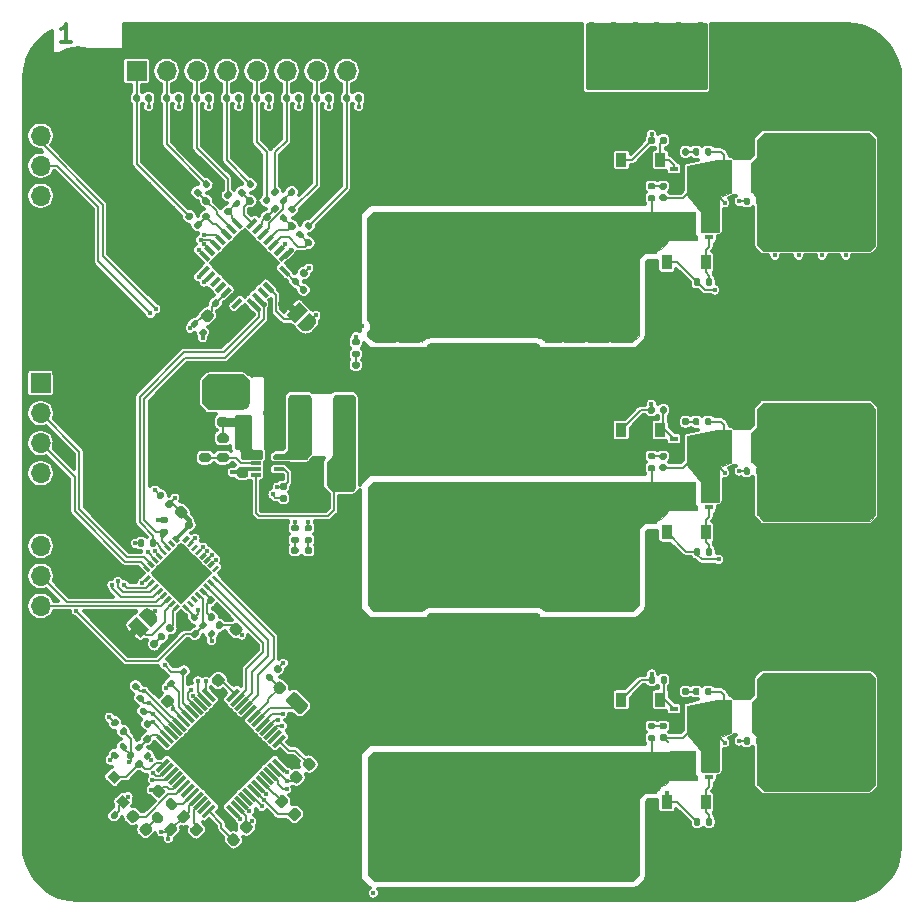
<source format=gtl>
G04 #@! TF.GenerationSoftware,KiCad,Pcbnew,5.1.10-88a1d61d58~90~ubuntu20.04.1*
G04 #@! TF.CreationDate,2021-08-30T21:25:50+02:00*
G04 #@! TF.ProjectId,eval_board_tmc6200-ta,6576616c-5f62-46f6-9172-645f746d6336,rev?*
G04 #@! TF.SameCoordinates,Original*
G04 #@! TF.FileFunction,Copper,L1,Top*
G04 #@! TF.FilePolarity,Positive*
%FSLAX46Y46*%
G04 Gerber Fmt 4.6, Leading zero omitted, Abs format (unit mm)*
G04 Created by KiCad (PCBNEW 5.1.10-88a1d61d58~90~ubuntu20.04.1) date 2021-08-30 21:25:50*
%MOMM*%
%LPD*%
G01*
G04 APERTURE LIST*
G04 #@! TA.AperFunction,NonConductor*
%ADD10C,0.300000*%
G04 #@! TD*
G04 #@! TA.AperFunction,EtchedComponent*
%ADD11C,0.100000*%
G04 #@! TD*
G04 #@! TA.AperFunction,SMDPad,CuDef*
%ADD12C,0.100000*%
G04 #@! TD*
G04 #@! TA.AperFunction,ConnectorPad*
%ADD13C,5.400000*%
G04 #@! TD*
G04 #@! TA.AperFunction,ComponentPad*
%ADD14C,3.100000*%
G04 #@! TD*
G04 #@! TA.AperFunction,SMDPad,CuDef*
%ADD15R,1.200000X4.700000*%
G04 #@! TD*
G04 #@! TA.AperFunction,ComponentPad*
%ADD16O,1.700000X1.700000*%
G04 #@! TD*
G04 #@! TA.AperFunction,ComponentPad*
%ADD17R,1.700000X1.700000*%
G04 #@! TD*
G04 #@! TA.AperFunction,SMDPad,CuDef*
%ADD18R,0.850000X0.300000*%
G04 #@! TD*
G04 #@! TA.AperFunction,SMDPad,CuDef*
%ADD19R,0.950000X0.300000*%
G04 #@! TD*
G04 #@! TA.AperFunction,SMDPad,CuDef*
%ADD20R,0.700000X0.420000*%
G04 #@! TD*
G04 #@! TA.AperFunction,SMDPad,CuDef*
%ADD21R,0.900000X1.200000*%
G04 #@! TD*
G04 #@! TA.AperFunction,ViaPad*
%ADD22C,0.400000*%
G04 #@! TD*
G04 #@! TA.AperFunction,ViaPad*
%ADD23C,0.600000*%
G04 #@! TD*
G04 #@! TA.AperFunction,ViaPad*
%ADD24C,0.800000*%
G04 #@! TD*
G04 #@! TA.AperFunction,ViaPad*
%ADD25C,1.000000*%
G04 #@! TD*
G04 #@! TA.AperFunction,Conductor*
%ADD26C,0.200000*%
G04 #@! TD*
G04 #@! TA.AperFunction,Conductor*
%ADD27C,0.300000*%
G04 #@! TD*
G04 #@! TA.AperFunction,Conductor*
%ADD28C,0.800000*%
G04 #@! TD*
G04 #@! TA.AperFunction,Conductor*
%ADD29C,0.150000*%
G04 #@! TD*
G04 #@! TA.AperFunction,Conductor*
%ADD30C,0.250000*%
G04 #@! TD*
G04 #@! TA.AperFunction,Conductor*
%ADD31C,0.400000*%
G04 #@! TD*
G04 #@! TA.AperFunction,Conductor*
%ADD32C,0.025400*%
G04 #@! TD*
G04 #@! TA.AperFunction,Conductor*
%ADD33C,0.100000*%
G04 #@! TD*
G04 #@! TA.AperFunction,Conductor*
%ADD34C,0.254000*%
G04 #@! TD*
G04 APERTURE END LIST*
D10*
X194428571Y-41928571D02*
X193571428Y-41928571D01*
X194000000Y-41928571D02*
X194000000Y-40428571D01*
X193857142Y-40642857D01*
X193714285Y-40785714D01*
X193571428Y-40857142D01*
D11*
G36*
X213117201Y-63997621D02*
G01*
X213470754Y-64351174D01*
X213046490Y-64775438D01*
X212692937Y-64421885D01*
X213117201Y-63997621D01*
G37*
G36*
X199261472Y-91914264D02*
G01*
X199615025Y-91560711D01*
X200039289Y-91984975D01*
X199685736Y-92338528D01*
X199261472Y-91914264D01*
G37*
G04 #@! TA.AperFunction,SMDPad,CuDef*
G36*
G01*
X197753267Y-107339896D02*
X198014896Y-107078267D01*
G75*
G02*
X198205814Y-107078267I95459J-95459D01*
G01*
X198396733Y-107269186D01*
G75*
G02*
X198396733Y-107460104I-95459J-95459D01*
G01*
X198135104Y-107721733D01*
G75*
G02*
X197944186Y-107721733I-95459J95459D01*
G01*
X197753267Y-107530814D01*
G75*
G02*
X197753267Y-107339896I95459J95459D01*
G01*
G37*
G04 #@! TD.AperFunction*
G04 #@! TA.AperFunction,SMDPad,CuDef*
G36*
G01*
X197032019Y-106618648D02*
X197293648Y-106357019D01*
G75*
G02*
X197484566Y-106357019I95459J-95459D01*
G01*
X197675485Y-106547938D01*
G75*
G02*
X197675485Y-106738856I-95459J-95459D01*
G01*
X197413856Y-107000485D01*
G75*
G02*
X197222938Y-107000485I-95459J95459D01*
G01*
X197032019Y-106809566D01*
G75*
G02*
X197032019Y-106618648I95459J95459D01*
G01*
G37*
G04 #@! TD.AperFunction*
G04 #@! TA.AperFunction,SMDPad,CuDef*
D12*
G36*
X212480805Y-64846149D02*
G01*
X212091896Y-64457240D01*
X212092322Y-64456814D01*
X212074973Y-64439466D01*
X212043846Y-64401536D01*
X212016585Y-64360738D01*
X211993455Y-64317464D01*
X211974677Y-64272132D01*
X211960434Y-64225177D01*
X211950861Y-64177052D01*
X211946052Y-64128221D01*
X211946052Y-64079152D01*
X211950861Y-64030322D01*
X211960434Y-63982197D01*
X211974677Y-63935242D01*
X211993455Y-63889909D01*
X212016585Y-63846635D01*
X212043846Y-63805837D01*
X212074973Y-63767907D01*
X212092322Y-63750559D01*
X212091896Y-63750133D01*
X212445449Y-63396580D01*
X212445875Y-63397006D01*
X212463223Y-63379657D01*
X212501153Y-63348530D01*
X212541951Y-63321269D01*
X212585225Y-63298139D01*
X212630558Y-63279361D01*
X212677513Y-63265118D01*
X212725638Y-63255545D01*
X212774468Y-63250736D01*
X212823537Y-63250736D01*
X212872368Y-63255545D01*
X212920493Y-63265118D01*
X212967448Y-63279361D01*
X213012780Y-63298139D01*
X213056054Y-63321269D01*
X213096852Y-63348530D01*
X213134782Y-63379657D01*
X213152130Y-63397006D01*
X213152556Y-63396580D01*
X213541465Y-63785489D01*
X212480805Y-64846149D01*
G37*
G04 #@! TD.AperFunction*
G04 #@! TA.AperFunction,SMDPad,CuDef*
G36*
X212657582Y-65022926D02*
G01*
X213718242Y-63962266D01*
X214425348Y-64669372D01*
X213364688Y-65730032D01*
X212657582Y-65022926D01*
G37*
G04 #@! TD.AperFunction*
G04 #@! TA.AperFunction,SMDPad,CuDef*
G36*
X214990608Y-65235484D02*
G01*
X215007957Y-65252832D01*
X215039084Y-65290762D01*
X215066345Y-65331560D01*
X215089475Y-65374834D01*
X215108253Y-65420166D01*
X215122496Y-65467121D01*
X215132069Y-65515246D01*
X215136878Y-65564077D01*
X215136878Y-65613146D01*
X215132069Y-65661976D01*
X215122496Y-65710101D01*
X215108253Y-65757056D01*
X215089475Y-65802389D01*
X215066345Y-65845663D01*
X215039084Y-65886461D01*
X215007957Y-65924391D01*
X214990608Y-65941739D01*
X214991034Y-65942165D01*
X214637481Y-66295718D01*
X214637055Y-66295292D01*
X214619707Y-66312641D01*
X214581777Y-66343768D01*
X214540979Y-66371029D01*
X214497705Y-66394159D01*
X214452372Y-66412937D01*
X214405417Y-66427180D01*
X214357292Y-66436753D01*
X214308462Y-66441562D01*
X214259393Y-66441562D01*
X214210562Y-66436753D01*
X214162437Y-66427180D01*
X214115482Y-66412937D01*
X214070150Y-66394159D01*
X214026876Y-66371029D01*
X213986078Y-66343768D01*
X213948148Y-66312641D01*
X213930800Y-66295292D01*
X213930374Y-66295718D01*
X213541465Y-65906809D01*
X214602125Y-64846149D01*
X214991034Y-65235058D01*
X214990608Y-65235484D01*
G37*
G04 #@! TD.AperFunction*
G04 #@! TA.AperFunction,SMDPad,CuDef*
G36*
G01*
X233883600Y-99112500D02*
X224776400Y-99112500D01*
G75*
G02*
X224530000Y-98866100I0J246400D01*
G01*
X224530000Y-90558900D01*
G75*
G02*
X224776400Y-90312500I246400J0D01*
G01*
X233883600Y-90312500D01*
G75*
G02*
X234130000Y-90558900I0J-246400D01*
G01*
X234130000Y-98866100D01*
G75*
G02*
X233883600Y-99112500I-246400J0D01*
G01*
G37*
G04 #@! TD.AperFunction*
G04 #@! TA.AperFunction,SMDPad,CuDef*
G36*
G01*
X233880002Y-112612500D02*
X224779998Y-112612500D01*
G75*
G02*
X224530000Y-112362502I0J249998D01*
G01*
X224530000Y-104062498D01*
G75*
G02*
X224779998Y-103812500I249998J0D01*
G01*
X233880002Y-103812500D01*
G75*
G02*
X234130000Y-104062498I0J-249998D01*
G01*
X234130000Y-112362502D01*
G75*
G02*
X233880002Y-112612500I-249998J0D01*
G01*
G37*
G04 #@! TD.AperFunction*
G04 #@! TA.AperFunction,SMDPad,CuDef*
G36*
X198667144Y-104210691D02*
G01*
X198101458Y-104776377D01*
X197465062Y-104139981D01*
X198030748Y-103574295D01*
X198667144Y-104210691D01*
G37*
G04 #@! TD.AperFunction*
G04 #@! TA.AperFunction,SMDPad,CuDef*
G36*
X200753109Y-104953153D02*
G01*
X200187423Y-105518839D01*
X199551027Y-104882443D01*
X200116713Y-104316757D01*
X200753109Y-104953153D01*
G37*
G04 #@! TD.AperFunction*
G04 #@! TA.AperFunction,SMDPad,CuDef*
G36*
X199409606Y-106296656D02*
G01*
X198843920Y-106862342D01*
X198207524Y-106225946D01*
X198773210Y-105660260D01*
X199409606Y-106296656D01*
G37*
G04 #@! TD.AperFunction*
D13*
X195000000Y-110000000D03*
D14*
X195000000Y-110000000D03*
G04 #@! TA.AperFunction,SMDPad,CuDef*
G36*
G01*
X202728072Y-91882220D02*
X202466443Y-91620591D01*
G75*
G02*
X202466443Y-91429673I95459J95459D01*
G01*
X202657362Y-91238754D01*
G75*
G02*
X202848280Y-91238754I95459J-95459D01*
G01*
X203109909Y-91500383D01*
G75*
G02*
X203109909Y-91691301I-95459J-95459D01*
G01*
X202918990Y-91882220D01*
G75*
G02*
X202728072Y-91882220I-95459J95459D01*
G01*
G37*
G04 #@! TD.AperFunction*
G04 #@! TA.AperFunction,SMDPad,CuDef*
G36*
G01*
X202006824Y-92603468D02*
X201745195Y-92341839D01*
G75*
G02*
X201745195Y-92150921I95459J95459D01*
G01*
X201936114Y-91960002D01*
G75*
G02*
X202127032Y-91960002I95459J-95459D01*
G01*
X202388661Y-92221631D01*
G75*
G02*
X202388661Y-92412549I-95459J-95459D01*
G01*
X202197742Y-92603468D01*
G75*
G02*
X202006824Y-92603468I-95459J95459D01*
G01*
G37*
G04 #@! TD.AperFunction*
G04 #@! TA.AperFunction,SMDPad,CuDef*
G36*
G01*
X202286109Y-80399480D02*
X202024480Y-80661109D01*
G75*
G02*
X201833562Y-80661109I-95459J95459D01*
G01*
X201642643Y-80470190D01*
G75*
G02*
X201642643Y-80279272I95459J95459D01*
G01*
X201904272Y-80017643D01*
G75*
G02*
X202095190Y-80017643I95459J-95459D01*
G01*
X202286109Y-80208562D01*
G75*
G02*
X202286109Y-80399480I-95459J-95459D01*
G01*
G37*
G04 #@! TD.AperFunction*
G04 #@! TA.AperFunction,SMDPad,CuDef*
G36*
G01*
X203007357Y-81120728D02*
X202745728Y-81382357D01*
G75*
G02*
X202554810Y-81382357I-95459J95459D01*
G01*
X202363891Y-81191438D01*
G75*
G02*
X202363891Y-81000520I95459J95459D01*
G01*
X202625520Y-80738891D01*
G75*
G02*
X202816438Y-80738891I95459J-95459D01*
G01*
X203007357Y-80929810D01*
G75*
G02*
X203007357Y-81120728I-95459J-95459D01*
G01*
G37*
G04 #@! TD.AperFunction*
G04 #@! TA.AperFunction,SMDPad,CuDef*
G36*
G01*
X218710000Y-67620000D02*
X218340000Y-67620000D01*
G75*
G02*
X218205000Y-67485000I0J135000D01*
G01*
X218205000Y-67215000D01*
G75*
G02*
X218340000Y-67080000I135000J0D01*
G01*
X218710000Y-67080000D01*
G75*
G02*
X218845000Y-67215000I0J-135000D01*
G01*
X218845000Y-67485000D01*
G75*
G02*
X218710000Y-67620000I-135000J0D01*
G01*
G37*
G04 #@! TD.AperFunction*
G04 #@! TA.AperFunction,SMDPad,CuDef*
G36*
G01*
X218710000Y-68640000D02*
X218340000Y-68640000D01*
G75*
G02*
X218205000Y-68505000I0J135000D01*
G01*
X218205000Y-68235000D01*
G75*
G02*
X218340000Y-68100000I135000J0D01*
G01*
X218710000Y-68100000D01*
G75*
G02*
X218845000Y-68235000I0J-135000D01*
G01*
X218845000Y-68505000D01*
G75*
G02*
X218710000Y-68640000I-135000J0D01*
G01*
G37*
G04 #@! TD.AperFunction*
G04 #@! TA.AperFunction,SMDPad,CuDef*
G36*
G01*
X214685000Y-83365000D02*
X214315000Y-83365000D01*
G75*
G02*
X214180000Y-83230000I0J135000D01*
G01*
X214180000Y-82960000D01*
G75*
G02*
X214315000Y-82825000I135000J0D01*
G01*
X214685000Y-82825000D01*
G75*
G02*
X214820000Y-82960000I0J-135000D01*
G01*
X214820000Y-83230000D01*
G75*
G02*
X214685000Y-83365000I-135000J0D01*
G01*
G37*
G04 #@! TD.AperFunction*
G04 #@! TA.AperFunction,SMDPad,CuDef*
G36*
G01*
X214685000Y-84385000D02*
X214315000Y-84385000D01*
G75*
G02*
X214180000Y-84250000I0J135000D01*
G01*
X214180000Y-83980000D01*
G75*
G02*
X214315000Y-83845000I135000J0D01*
G01*
X214685000Y-83845000D01*
G75*
G02*
X214820000Y-83980000I0J-135000D01*
G01*
X214820000Y-84250000D01*
G75*
G02*
X214685000Y-84385000I-135000J0D01*
G01*
G37*
G04 #@! TD.AperFunction*
G04 #@! TA.AperFunction,SMDPad,CuDef*
G36*
G01*
X213535000Y-83365000D02*
X213165000Y-83365000D01*
G75*
G02*
X213030000Y-83230000I0J135000D01*
G01*
X213030000Y-82960000D01*
G75*
G02*
X213165000Y-82825000I135000J0D01*
G01*
X213535000Y-82825000D01*
G75*
G02*
X213670000Y-82960000I0J-135000D01*
G01*
X213670000Y-83230000D01*
G75*
G02*
X213535000Y-83365000I-135000J0D01*
G01*
G37*
G04 #@! TD.AperFunction*
G04 #@! TA.AperFunction,SMDPad,CuDef*
G36*
G01*
X213535000Y-84385000D02*
X213165000Y-84385000D01*
G75*
G02*
X213030000Y-84250000I0J135000D01*
G01*
X213030000Y-83980000D01*
G75*
G02*
X213165000Y-83845000I135000J0D01*
G01*
X213535000Y-83845000D01*
G75*
G02*
X213670000Y-83980000I0J-135000D01*
G01*
X213670000Y-84250000D01*
G75*
G02*
X213535000Y-84385000I-135000J0D01*
G01*
G37*
G04 #@! TD.AperFunction*
G04 #@! TA.AperFunction,SMDPad,CuDef*
G36*
G01*
X205250638Y-66476030D02*
X205512267Y-66214401D01*
G75*
G02*
X205703185Y-66214401I95459J-95459D01*
G01*
X205894104Y-66405320D01*
G75*
G02*
X205894104Y-66596238I-95459J-95459D01*
G01*
X205632475Y-66857867D01*
G75*
G02*
X205441557Y-66857867I-95459J95459D01*
G01*
X205250638Y-66666948D01*
G75*
G02*
X205250638Y-66476030I95459J95459D01*
G01*
G37*
G04 #@! TD.AperFunction*
G04 #@! TA.AperFunction,SMDPad,CuDef*
G36*
G01*
X204529390Y-65754782D02*
X204791019Y-65493153D01*
G75*
G02*
X204981937Y-65493153I95459J-95459D01*
G01*
X205172856Y-65684072D01*
G75*
G02*
X205172856Y-65874990I-95459J-95459D01*
G01*
X204911227Y-66136619D01*
G75*
G02*
X204720309Y-66136619I-95459J95459D01*
G01*
X204529390Y-65945700D01*
G75*
G02*
X204529390Y-65754782I95459J95459D01*
G01*
G37*
G04 #@! TD.AperFunction*
G04 #@! TA.AperFunction,SMDPad,CuDef*
G36*
G01*
X198174480Y-102013891D02*
X198436109Y-102275520D01*
G75*
G02*
X198436109Y-102466438I-95459J-95459D01*
G01*
X198245190Y-102657357D01*
G75*
G02*
X198054272Y-102657357I-95459J95459D01*
G01*
X197792643Y-102395728D01*
G75*
G02*
X197792643Y-102204810I95459J95459D01*
G01*
X197983562Y-102013891D01*
G75*
G02*
X198174480Y-102013891I95459J-95459D01*
G01*
G37*
G04 #@! TD.AperFunction*
G04 #@! TA.AperFunction,SMDPad,CuDef*
G36*
G01*
X198895728Y-101292643D02*
X199157357Y-101554272D01*
G75*
G02*
X199157357Y-101745190I-95459J-95459D01*
G01*
X198966438Y-101936109D01*
G75*
G02*
X198775520Y-101936109I-95459J95459D01*
G01*
X198513891Y-101674480D01*
G75*
G02*
X198513891Y-101483562I95459J95459D01*
G01*
X198704810Y-101292643D01*
G75*
G02*
X198895728Y-101292643I95459J-95459D01*
G01*
G37*
G04 #@! TD.AperFunction*
G04 #@! TA.AperFunction,SMDPad,CuDef*
G36*
G01*
X198436109Y-99624480D02*
X198174480Y-99886109D01*
G75*
G02*
X197983562Y-99886109I-95459J95459D01*
G01*
X197792643Y-99695190D01*
G75*
G02*
X197792643Y-99504272I95459J95459D01*
G01*
X198054272Y-99242643D01*
G75*
G02*
X198245190Y-99242643I95459J-95459D01*
G01*
X198436109Y-99433562D01*
G75*
G02*
X198436109Y-99624480I-95459J-95459D01*
G01*
G37*
G04 #@! TD.AperFunction*
G04 #@! TA.AperFunction,SMDPad,CuDef*
G36*
G01*
X199157357Y-100345728D02*
X198895728Y-100607357D01*
G75*
G02*
X198704810Y-100607357I-95459J95459D01*
G01*
X198513891Y-100416438D01*
G75*
G02*
X198513891Y-100225520I95459J95459D01*
G01*
X198775520Y-99963891D01*
G75*
G02*
X198966438Y-99963891I95459J-95459D01*
G01*
X199157357Y-100154810D01*
G75*
G02*
X199157357Y-100345728I-95459J-95459D01*
G01*
G37*
G04 #@! TD.AperFunction*
G04 #@! TA.AperFunction,SMDPad,CuDef*
G36*
G01*
X211850520Y-95336109D02*
X211588891Y-95074480D01*
G75*
G02*
X211588891Y-94883562I95459J95459D01*
G01*
X211779810Y-94692643D01*
G75*
G02*
X211970728Y-94692643I95459J-95459D01*
G01*
X212232357Y-94954272D01*
G75*
G02*
X212232357Y-95145190I-95459J-95459D01*
G01*
X212041438Y-95336109D01*
G75*
G02*
X211850520Y-95336109I-95459J95459D01*
G01*
G37*
G04 #@! TD.AperFunction*
G04 #@! TA.AperFunction,SMDPad,CuDef*
G36*
G01*
X211129272Y-96057357D02*
X210867643Y-95795728D01*
G75*
G02*
X210867643Y-95604810I95459J95459D01*
G01*
X211058562Y-95413891D01*
G75*
G02*
X211249480Y-95413891I95459J-95459D01*
G01*
X211511109Y-95675520D01*
G75*
G02*
X211511109Y-95866438I-95459J-95459D01*
G01*
X211320190Y-96057357D01*
G75*
G02*
X211129272Y-96057357I-95459J95459D01*
G01*
G37*
G04 #@! TD.AperFunction*
G04 #@! TA.AperFunction,SMDPad,CuDef*
G36*
G01*
X200540978Y-102315645D02*
X200802607Y-102054016D01*
G75*
G02*
X200993525Y-102054016I95459J-95459D01*
G01*
X201184444Y-102244935D01*
G75*
G02*
X201184444Y-102435853I-95459J-95459D01*
G01*
X200922815Y-102697482D01*
G75*
G02*
X200731897Y-102697482I-95459J95459D01*
G01*
X200540978Y-102506563D01*
G75*
G02*
X200540978Y-102315645I95459J95459D01*
G01*
G37*
G04 #@! TD.AperFunction*
G04 #@! TA.AperFunction,SMDPad,CuDef*
G36*
G01*
X199819730Y-101594397D02*
X200081359Y-101332768D01*
G75*
G02*
X200272277Y-101332768I95459J-95459D01*
G01*
X200463196Y-101523687D01*
G75*
G02*
X200463196Y-101714605I-95459J-95459D01*
G01*
X200201567Y-101976234D01*
G75*
G02*
X200010649Y-101976234I-95459J95459D01*
G01*
X199819730Y-101785315D01*
G75*
G02*
X199819730Y-101594397I95459J95459D01*
G01*
G37*
G04 #@! TD.AperFunction*
G04 #@! TA.AperFunction,SMDPad,CuDef*
G36*
G01*
X202803719Y-106933052D02*
X202414810Y-106544143D01*
G75*
G02*
X202414810Y-106261301I141421J141421D01*
G01*
X202697653Y-105978458D01*
G75*
G02*
X202980495Y-105978458I141421J-141421D01*
G01*
X203369404Y-106367367D01*
G75*
G02*
X203369404Y-106650209I-141421J-141421D01*
G01*
X203086561Y-106933052D01*
G75*
G02*
X202803719Y-106933052I-141421J141421D01*
G01*
G37*
G04 #@! TD.AperFunction*
G04 #@! TA.AperFunction,SMDPad,CuDef*
G36*
G01*
X201636993Y-108099778D02*
X201248084Y-107710869D01*
G75*
G02*
X201248084Y-107428027I141421J141421D01*
G01*
X201530927Y-107145184D01*
G75*
G02*
X201813769Y-107145184I141421J-141421D01*
G01*
X202202678Y-107534093D01*
G75*
G02*
X202202678Y-107816935I-141421J-141421D01*
G01*
X201919835Y-108099778D01*
G75*
G02*
X201636993Y-108099778I-141421J141421D01*
G01*
G37*
G04 #@! TD.AperFunction*
G04 #@! TA.AperFunction,SMDPad,CuDef*
G36*
G01*
X201354517Y-93238097D02*
X201110565Y-92994145D01*
G75*
G02*
X201110565Y-92785549I104298J104298D01*
G01*
X201319161Y-92576953D01*
G75*
G02*
X201527757Y-92576953I104298J-104298D01*
G01*
X201771709Y-92820905D01*
G75*
G02*
X201771709Y-93029501I-104298J-104298D01*
G01*
X201563113Y-93238097D01*
G75*
G02*
X201354517Y-93238097I-104298J104298D01*
G01*
G37*
G04 #@! TD.AperFunction*
G04 #@! TA.AperFunction,SMDPad,CuDef*
G36*
G01*
X200668623Y-93923991D02*
X200424671Y-93680039D01*
G75*
G02*
X200424671Y-93471443I104298J104298D01*
G01*
X200633267Y-93262847D01*
G75*
G02*
X200841863Y-93262847I104298J-104298D01*
G01*
X201085815Y-93506799D01*
G75*
G02*
X201085815Y-93715395I-104298J-104298D01*
G01*
X200877219Y-93923991D01*
G75*
G02*
X200668623Y-93923991I-104298J104298D01*
G01*
G37*
G04 #@! TD.AperFunction*
G04 #@! TA.AperFunction,SMDPad,CuDef*
G36*
G01*
X218697500Y-69595000D02*
X218352500Y-69595000D01*
G75*
G02*
X218205000Y-69447500I0J147500D01*
G01*
X218205000Y-69152500D01*
G75*
G02*
X218352500Y-69005000I147500J0D01*
G01*
X218697500Y-69005000D01*
G75*
G02*
X218845000Y-69152500I0J-147500D01*
G01*
X218845000Y-69447500D01*
G75*
G02*
X218697500Y-69595000I-147500J0D01*
G01*
G37*
G04 #@! TD.AperFunction*
G04 #@! TA.AperFunction,SMDPad,CuDef*
G36*
G01*
X218697500Y-70565000D02*
X218352500Y-70565000D01*
G75*
G02*
X218205000Y-70417500I0J147500D01*
G01*
X218205000Y-70122500D01*
G75*
G02*
X218352500Y-69975000I147500J0D01*
G01*
X218697500Y-69975000D01*
G75*
G02*
X218845000Y-70122500I0J-147500D01*
G01*
X218845000Y-70417500D01*
G75*
G02*
X218697500Y-70565000I-147500J0D01*
G01*
G37*
G04 #@! TD.AperFunction*
G04 #@! TA.AperFunction,SMDPad,CuDef*
G36*
G01*
X214672500Y-85285000D02*
X214327500Y-85285000D01*
G75*
G02*
X214180000Y-85137500I0J147500D01*
G01*
X214180000Y-84842500D01*
G75*
G02*
X214327500Y-84695000I147500J0D01*
G01*
X214672500Y-84695000D01*
G75*
G02*
X214820000Y-84842500I0J-147500D01*
G01*
X214820000Y-85137500D01*
G75*
G02*
X214672500Y-85285000I-147500J0D01*
G01*
G37*
G04 #@! TD.AperFunction*
G04 #@! TA.AperFunction,SMDPad,CuDef*
G36*
G01*
X214672500Y-86255000D02*
X214327500Y-86255000D01*
G75*
G02*
X214180000Y-86107500I0J147500D01*
G01*
X214180000Y-85812500D01*
G75*
G02*
X214327500Y-85665000I147500J0D01*
G01*
X214672500Y-85665000D01*
G75*
G02*
X214820000Y-85812500I0J-147500D01*
G01*
X214820000Y-86107500D01*
G75*
G02*
X214672500Y-86255000I-147500J0D01*
G01*
G37*
G04 #@! TD.AperFunction*
D15*
X217280000Y-74325000D03*
X213970000Y-74325000D03*
G04 #@! TA.AperFunction,SMDPad,CuDef*
D12*
G36*
X210210992Y-57065617D02*
G01*
X209503885Y-57772724D01*
X209242256Y-57511095D01*
X209949363Y-56803988D01*
X210210992Y-57065617D01*
G37*
G04 #@! TD.AperFunction*
G04 #@! TA.AperFunction,SMDPad,CuDef*
G36*
X206640103Y-61555746D02*
G01*
X205932996Y-62262853D01*
X205671367Y-62001224D01*
X206378474Y-61294117D01*
X206640103Y-61555746D01*
G37*
G04 #@! TD.AperFunction*
G04 #@! TA.AperFunction,SMDPad,CuDef*
G36*
X211589850Y-58444476D02*
G01*
X210882743Y-59151583D01*
X210621114Y-58889954D01*
X211328221Y-58182847D01*
X211589850Y-58444476D01*
G37*
G04 #@! TD.AperFunction*
G04 #@! TA.AperFunction,SMDPad,CuDef*
G36*
X206180483Y-61096126D02*
G01*
X205473376Y-61803233D01*
X205211747Y-61541604D01*
X205918854Y-60834497D01*
X206180483Y-61096126D01*
G37*
G04 #@! TD.AperFunction*
G04 #@! TA.AperFunction,SMDPad,CuDef*
G36*
X207099722Y-62015365D02*
G01*
X206392615Y-62722472D01*
X206130986Y-62460843D01*
X206838093Y-61753736D01*
X207099722Y-62015365D01*
G37*
G04 #@! TD.AperFunction*
G04 #@! TA.AperFunction,SMDPad,CuDef*
G36*
X208018961Y-62934604D02*
G01*
X207311854Y-63641711D01*
X207050225Y-63380082D01*
X207757332Y-62672975D01*
X208018961Y-62934604D01*
G37*
G04 #@! TD.AperFunction*
G04 #@! TA.AperFunction,SMDPad,CuDef*
G36*
X207559342Y-62474984D02*
G01*
X206852235Y-63182091D01*
X206590606Y-62920462D01*
X207297713Y-62213355D01*
X207559342Y-62474984D01*
G37*
G04 #@! TD.AperFunction*
G04 #@! TA.AperFunction,SMDPad,CuDef*
G36*
X210670612Y-57525237D02*
G01*
X209963505Y-58232344D01*
X209701876Y-57970715D01*
X210408983Y-57263608D01*
X210670612Y-57525237D01*
G37*
G04 #@! TD.AperFunction*
G04 #@! TA.AperFunction,SMDPad,CuDef*
G36*
X208478580Y-63394223D02*
G01*
X207771473Y-64101330D01*
X207509844Y-63839701D01*
X208216951Y-63132594D01*
X208478580Y-63394223D01*
G37*
G04 #@! TD.AperFunction*
G04 #@! TA.AperFunction,SMDPad,CuDef*
G36*
X208938200Y-63853843D02*
G01*
X208231093Y-64560950D01*
X207969464Y-64299321D01*
X208676571Y-63592214D01*
X208938200Y-63853843D01*
G37*
G04 #@! TD.AperFunction*
G04 #@! TA.AperFunction,SMDPad,CuDef*
G36*
X212968709Y-59823334D02*
G01*
X212261602Y-60530441D01*
X211999973Y-60268812D01*
X212707080Y-59561705D01*
X212968709Y-59823334D01*
G37*
G04 #@! TD.AperFunction*
G04 #@! TA.AperFunction,SMDPad,CuDef*
G36*
X212509089Y-59363714D02*
G01*
X211801982Y-60070821D01*
X211540353Y-59809192D01*
X212247460Y-59102085D01*
X212509089Y-59363714D01*
G37*
G04 #@! TD.AperFunction*
G04 #@! TA.AperFunction,SMDPad,CuDef*
G36*
X212049470Y-58904095D02*
G01*
X211342363Y-59611202D01*
X211080734Y-59349573D01*
X211787841Y-58642466D01*
X212049470Y-58904095D01*
G37*
G04 #@! TD.AperFunction*
G04 #@! TA.AperFunction,SMDPad,CuDef*
G36*
X211130231Y-57984856D02*
G01*
X210423124Y-58691963D01*
X210161495Y-58430334D01*
X210868602Y-57723227D01*
X211130231Y-57984856D01*
G37*
G04 #@! TD.AperFunction*
G04 #@! TA.AperFunction,SMDPad,CuDef*
G36*
X209090228Y-63687673D02*
G01*
X206085024Y-60682469D01*
X209090228Y-57677265D01*
X212095432Y-60682469D01*
X209090228Y-63687673D01*
G37*
G04 #@! TD.AperFunction*
G04 #@! TA.AperFunction,SMDPad,CuDef*
G36*
X212707080Y-61803233D02*
G01*
X211999973Y-61096126D01*
X212261602Y-60834497D01*
X212968709Y-61541604D01*
X212707080Y-61803233D01*
G37*
G04 #@! TD.AperFunction*
G04 #@! TA.AperFunction,SMDPad,CuDef*
G36*
X212247460Y-62262853D02*
G01*
X211540353Y-61555746D01*
X211801982Y-61294117D01*
X212509089Y-62001224D01*
X212247460Y-62262853D01*
G37*
G04 #@! TD.AperFunction*
G04 #@! TA.AperFunction,SMDPad,CuDef*
G36*
X211787841Y-62722472D02*
G01*
X211080734Y-62015365D01*
X211342363Y-61753736D01*
X212049470Y-62460843D01*
X211787841Y-62722472D01*
G37*
G04 #@! TD.AperFunction*
G04 #@! TA.AperFunction,SMDPad,CuDef*
G36*
X211328221Y-63182091D02*
G01*
X210621114Y-62474984D01*
X210882743Y-62213355D01*
X211589850Y-62920462D01*
X211328221Y-63182091D01*
G37*
G04 #@! TD.AperFunction*
G04 #@! TA.AperFunction,SMDPad,CuDef*
G36*
X210868602Y-63641711D02*
G01*
X210161495Y-62934604D01*
X210423124Y-62672975D01*
X211130231Y-63380082D01*
X210868602Y-63641711D01*
G37*
G04 #@! TD.AperFunction*
G04 #@! TA.AperFunction,SMDPad,CuDef*
G36*
X210408983Y-64101330D02*
G01*
X209701876Y-63394223D01*
X209963505Y-63132594D01*
X210670612Y-63839701D01*
X210408983Y-64101330D01*
G37*
G04 #@! TD.AperFunction*
G04 #@! TA.AperFunction,SMDPad,CuDef*
G36*
X209949363Y-64560950D02*
G01*
X209242256Y-63853843D01*
X209503885Y-63592214D01*
X210210992Y-64299321D01*
X209949363Y-64560950D01*
G37*
G04 #@! TD.AperFunction*
G04 #@! TA.AperFunction,SMDPad,CuDef*
G36*
X208676571Y-57772724D02*
G01*
X207969464Y-57065617D01*
X208231093Y-56803988D01*
X208938200Y-57511095D01*
X208676571Y-57772724D01*
G37*
G04 #@! TD.AperFunction*
G04 #@! TA.AperFunction,SMDPad,CuDef*
G36*
X208216951Y-58232344D02*
G01*
X207509844Y-57525237D01*
X207771473Y-57263608D01*
X208478580Y-57970715D01*
X208216951Y-58232344D01*
G37*
G04 #@! TD.AperFunction*
G04 #@! TA.AperFunction,SMDPad,CuDef*
G36*
X207757332Y-58691963D02*
G01*
X207050225Y-57984856D01*
X207311854Y-57723227D01*
X208018961Y-58430334D01*
X207757332Y-58691963D01*
G37*
G04 #@! TD.AperFunction*
G04 #@! TA.AperFunction,SMDPad,CuDef*
G36*
X207297713Y-59151583D02*
G01*
X206590606Y-58444476D01*
X206852235Y-58182847D01*
X207559342Y-58889954D01*
X207297713Y-59151583D01*
G37*
G04 #@! TD.AperFunction*
G04 #@! TA.AperFunction,SMDPad,CuDef*
G36*
X206838093Y-59611202D02*
G01*
X206130986Y-58904095D01*
X206392615Y-58642466D01*
X207099722Y-59349573D01*
X206838093Y-59611202D01*
G37*
G04 #@! TD.AperFunction*
G04 #@! TA.AperFunction,SMDPad,CuDef*
G36*
X206378474Y-60070821D02*
G01*
X205671367Y-59363714D01*
X205932996Y-59102085D01*
X206640103Y-59809192D01*
X206378474Y-60070821D01*
G37*
G04 #@! TD.AperFunction*
G04 #@! TA.AperFunction,SMDPad,CuDef*
G36*
X205918854Y-60530441D02*
G01*
X205211747Y-59823334D01*
X205473376Y-59561705D01*
X206180483Y-60268812D01*
X205918854Y-60530441D01*
G37*
G04 #@! TD.AperFunction*
D16*
X191825000Y-80985000D03*
X191825000Y-78445000D03*
X191825000Y-75905000D03*
X191825000Y-73365000D03*
D17*
X191825000Y-70825000D03*
G04 #@! TA.AperFunction,SMDPad,CuDef*
G36*
G01*
X199773766Y-102404034D02*
X199512137Y-102665663D01*
G75*
G02*
X199321219Y-102665663I-95459J95459D01*
G01*
X199130300Y-102474744D01*
G75*
G02*
X199130300Y-102283826I95459J95459D01*
G01*
X199391929Y-102022197D01*
G75*
G02*
X199582847Y-102022197I95459J-95459D01*
G01*
X199773766Y-102213116D01*
G75*
G02*
X199773766Y-102404034I-95459J-95459D01*
G01*
G37*
G04 #@! TD.AperFunction*
G04 #@! TA.AperFunction,SMDPad,CuDef*
G36*
G01*
X200495014Y-103125282D02*
X200233385Y-103386911D01*
G75*
G02*
X200042467Y-103386911I-95459J95459D01*
G01*
X199851548Y-103195992D01*
G75*
G02*
X199851548Y-103005074I95459J95459D01*
G01*
X200113177Y-102743445D01*
G75*
G02*
X200304095Y-102743445I95459J-95459D01*
G01*
X200495014Y-102934364D01*
G75*
G02*
X200495014Y-103125282I-95459J-95459D01*
G01*
G37*
G04 #@! TD.AperFunction*
G04 #@! TA.AperFunction,SMDPad,CuDef*
G36*
G01*
X201152625Y-101025176D02*
X200890996Y-101286805D01*
G75*
G02*
X200700078Y-101286805I-95459J95459D01*
G01*
X200509159Y-101095886D01*
G75*
G02*
X200509159Y-100904968I95459J95459D01*
G01*
X200770788Y-100643339D01*
G75*
G02*
X200961706Y-100643339I95459J-95459D01*
G01*
X201152625Y-100834258D01*
G75*
G02*
X201152625Y-101025176I-95459J-95459D01*
G01*
G37*
G04 #@! TD.AperFunction*
G04 #@! TA.AperFunction,SMDPad,CuDef*
G36*
G01*
X201873873Y-101746424D02*
X201612244Y-102008053D01*
G75*
G02*
X201421326Y-102008053I-95459J95459D01*
G01*
X201230407Y-101817134D01*
G75*
G02*
X201230407Y-101626216I95459J95459D01*
G01*
X201492036Y-101364587D01*
G75*
G02*
X201682954Y-101364587I95459J-95459D01*
G01*
X201873873Y-101555506D01*
G75*
G02*
X201873873Y-101746424I-95459J-95459D01*
G01*
G37*
G04 #@! TD.AperFunction*
G04 #@! TA.AperFunction,SMDPad,CuDef*
G36*
G01*
X200802607Y-100003405D02*
X200540978Y-99741776D01*
G75*
G02*
X200540978Y-99550858I95459J95459D01*
G01*
X200731897Y-99359939D01*
G75*
G02*
X200922815Y-99359939I95459J-95459D01*
G01*
X201184444Y-99621568D01*
G75*
G02*
X201184444Y-99812486I-95459J-95459D01*
G01*
X200993525Y-100003405D01*
G75*
G02*
X200802607Y-100003405I-95459J95459D01*
G01*
G37*
G04 #@! TD.AperFunction*
G04 #@! TA.AperFunction,SMDPad,CuDef*
G36*
G01*
X200081359Y-100724653D02*
X199819730Y-100463024D01*
G75*
G02*
X199819730Y-100272106I95459J95459D01*
G01*
X200010649Y-100081187D01*
G75*
G02*
X200201567Y-100081187I95459J-95459D01*
G01*
X200463196Y-100342816D01*
G75*
G02*
X200463196Y-100533734I-95459J-95459D01*
G01*
X200272277Y-100724653D01*
G75*
G02*
X200081359Y-100724653I-95459J95459D01*
G01*
G37*
G04 #@! TD.AperFunction*
G04 #@! TA.AperFunction,SMDPad,CuDef*
G36*
G01*
X200466731Y-98960423D02*
X200205102Y-98698794D01*
G75*
G02*
X200205102Y-98507876I95459J95459D01*
G01*
X200396021Y-98316957D01*
G75*
G02*
X200586939Y-98316957I95459J-95459D01*
G01*
X200848568Y-98578586D01*
G75*
G02*
X200848568Y-98769504I-95459J-95459D01*
G01*
X200657649Y-98960423D01*
G75*
G02*
X200466731Y-98960423I-95459J95459D01*
G01*
G37*
G04 #@! TD.AperFunction*
G04 #@! TA.AperFunction,SMDPad,CuDef*
G36*
G01*
X199745483Y-99681671D02*
X199483854Y-99420042D01*
G75*
G02*
X199483854Y-99229124I95459J95459D01*
G01*
X199674773Y-99038205D01*
G75*
G02*
X199865691Y-99038205I95459J-95459D01*
G01*
X200127320Y-99299834D01*
G75*
G02*
X200127320Y-99490752I-95459J-95459D01*
G01*
X199936401Y-99681671D01*
G75*
G02*
X199745483Y-99681671I-95459J95459D01*
G01*
G37*
G04 #@! TD.AperFunction*
G04 #@! TA.AperFunction,SMDPad,CuDef*
G36*
G01*
X200201566Y-97846729D02*
X199939937Y-97585100D01*
G75*
G02*
X199939937Y-97394182I95459J95459D01*
G01*
X200130856Y-97203263D01*
G75*
G02*
X200321774Y-97203263I95459J-95459D01*
G01*
X200583403Y-97464892D01*
G75*
G02*
X200583403Y-97655810I-95459J-95459D01*
G01*
X200392484Y-97846729D01*
G75*
G02*
X200201566Y-97846729I-95459J95459D01*
G01*
G37*
G04 #@! TD.AperFunction*
G04 #@! TA.AperFunction,SMDPad,CuDef*
G36*
G01*
X199480318Y-98567977D02*
X199218689Y-98306348D01*
G75*
G02*
X199218689Y-98115430I95459J95459D01*
G01*
X199409608Y-97924511D01*
G75*
G02*
X199600526Y-97924511I95459J-95459D01*
G01*
X199862155Y-98186140D01*
G75*
G02*
X199862155Y-98377058I-95459J-95459D01*
G01*
X199671236Y-98567977D01*
G75*
G02*
X199480318Y-98567977I-95459J95459D01*
G01*
G37*
G04 #@! TD.AperFunction*
G04 #@! TA.AperFunction,SMDPad,CuDef*
G36*
G01*
X199830335Y-96839102D02*
X199568706Y-96577473D01*
G75*
G02*
X199568706Y-96386555I95459J95459D01*
G01*
X199759625Y-96195636D01*
G75*
G02*
X199950543Y-96195636I95459J-95459D01*
G01*
X200212172Y-96457265D01*
G75*
G02*
X200212172Y-96648183I-95459J-95459D01*
G01*
X200021253Y-96839102D01*
G75*
G02*
X199830335Y-96839102I-95459J95459D01*
G01*
G37*
G04 #@! TD.AperFunction*
G04 #@! TA.AperFunction,SMDPad,CuDef*
G36*
G01*
X199109087Y-97560350D02*
X198847458Y-97298721D01*
G75*
G02*
X198847458Y-97107803I95459J95459D01*
G01*
X199038377Y-96916884D01*
G75*
G02*
X199229295Y-96916884I95459J-95459D01*
G01*
X199490924Y-97178513D01*
G75*
G02*
X199490924Y-97369431I-95459J-95459D01*
G01*
X199300005Y-97560350D01*
G75*
G02*
X199109087Y-97560350I-95459J95459D01*
G01*
G37*
G04 #@! TD.AperFunction*
G04 #@! TA.AperFunction,SMDPad,CuDef*
G36*
G01*
X201799628Y-95477923D02*
X202061257Y-95216294D01*
G75*
G02*
X202252175Y-95216294I95459J-95459D01*
G01*
X202443094Y-95407213D01*
G75*
G02*
X202443094Y-95598131I-95459J-95459D01*
G01*
X202181465Y-95859760D01*
G75*
G02*
X201990547Y-95859760I-95459J95459D01*
G01*
X201799628Y-95668841D01*
G75*
G02*
X201799628Y-95477923I95459J95459D01*
G01*
G37*
G04 #@! TD.AperFunction*
G04 #@! TA.AperFunction,SMDPad,CuDef*
G36*
G01*
X202520876Y-96199171D02*
X202782505Y-95937542D01*
G75*
G02*
X202973423Y-95937542I95459J-95459D01*
G01*
X203164342Y-96128461D01*
G75*
G02*
X203164342Y-96319379I-95459J-95459D01*
G01*
X202902713Y-96581008D01*
G75*
G02*
X202711795Y-96581008I-95459J95459D01*
G01*
X202520876Y-96390089D01*
G75*
G02*
X202520876Y-96199171I95459J95459D01*
G01*
G37*
G04 #@! TD.AperFunction*
G04 #@! TA.AperFunction,SMDPad,CuDef*
G36*
G01*
X203588891Y-95200520D02*
X203850520Y-94938891D01*
G75*
G02*
X204041438Y-94938891I95459J-95459D01*
G01*
X204232357Y-95129810D01*
G75*
G02*
X204232357Y-95320728I-95459J-95459D01*
G01*
X203970728Y-95582357D01*
G75*
G02*
X203779810Y-95582357I-95459J95459D01*
G01*
X203588891Y-95391438D01*
G75*
G02*
X203588891Y-95200520I95459J95459D01*
G01*
G37*
G04 #@! TD.AperFunction*
G04 #@! TA.AperFunction,SMDPad,CuDef*
G36*
G01*
X202867643Y-94479272D02*
X203129272Y-94217643D01*
G75*
G02*
X203320190Y-94217643I95459J-95459D01*
G01*
X203511109Y-94408562D01*
G75*
G02*
X203511109Y-94599480I-95459J-95459D01*
G01*
X203249480Y-94861109D01*
G75*
G02*
X203058562Y-94861109I-95459J95459D01*
G01*
X202867643Y-94670190D01*
G75*
G02*
X202867643Y-94479272I95459J95459D01*
G01*
G37*
G04 #@! TD.AperFunction*
D16*
X191825000Y-84605000D03*
X191825000Y-87145000D03*
X191825000Y-89685000D03*
D17*
X191825000Y-92225000D03*
D16*
X252095000Y-44250000D03*
X249555000Y-44250000D03*
X247015000Y-44250000D03*
D17*
X244475000Y-44250000D03*
D16*
X217730000Y-41860000D03*
X217730000Y-44400000D03*
X215190000Y-41860000D03*
X215190000Y-44400000D03*
X212650000Y-41860000D03*
X212650000Y-44400000D03*
X210110000Y-41860000D03*
X210110000Y-44400000D03*
X207570000Y-41860000D03*
X207570000Y-44400000D03*
X205030000Y-41860000D03*
X205030000Y-44400000D03*
X202490000Y-41860000D03*
X202490000Y-44400000D03*
X199950000Y-41860000D03*
D17*
X199950000Y-44400000D03*
G04 #@! TA.AperFunction,SMDPad,CuDef*
G36*
G01*
X212195000Y-80310000D02*
X212565000Y-80310000D01*
G75*
G02*
X212700000Y-80445000I0J-135000D01*
G01*
X212700000Y-80715000D01*
G75*
G02*
X212565000Y-80850000I-135000J0D01*
G01*
X212195000Y-80850000D01*
G75*
G02*
X212060000Y-80715000I0J135000D01*
G01*
X212060000Y-80445000D01*
G75*
G02*
X212195000Y-80310000I135000J0D01*
G01*
G37*
G04 #@! TD.AperFunction*
G04 #@! TA.AperFunction,SMDPad,CuDef*
G36*
G01*
X212195000Y-79290000D02*
X212565000Y-79290000D01*
G75*
G02*
X212700000Y-79425000I0J-135000D01*
G01*
X212700000Y-79695000D01*
G75*
G02*
X212565000Y-79830000I-135000J0D01*
G01*
X212195000Y-79830000D01*
G75*
G02*
X212060000Y-79695000I0J135000D01*
G01*
X212060000Y-79425000D01*
G75*
G02*
X212195000Y-79290000I135000J0D01*
G01*
G37*
G04 #@! TD.AperFunction*
G04 #@! TA.AperFunction,SMDPad,CuDef*
G36*
G01*
X211360041Y-55996707D02*
X211621670Y-55735078D01*
G75*
G02*
X211812588Y-55735078I95459J-95459D01*
G01*
X212003507Y-55925997D01*
G75*
G02*
X212003507Y-56116915I-95459J-95459D01*
G01*
X211741878Y-56378544D01*
G75*
G02*
X211550960Y-56378544I-95459J95459D01*
G01*
X211360041Y-56187625D01*
G75*
G02*
X211360041Y-55996707I95459J95459D01*
G01*
G37*
G04 #@! TD.AperFunction*
G04 #@! TA.AperFunction,SMDPad,CuDef*
G36*
G01*
X210638793Y-55275459D02*
X210900422Y-55013830D01*
G75*
G02*
X211091340Y-55013830I95459J-95459D01*
G01*
X211282259Y-55204749D01*
G75*
G02*
X211282259Y-55395667I-95459J-95459D01*
G01*
X211020630Y-55657296D01*
G75*
G02*
X210829712Y-55657296I-95459J95459D01*
G01*
X210638793Y-55466377D01*
G75*
G02*
X210638793Y-55275459I95459J95459D01*
G01*
G37*
G04 #@! TD.AperFunction*
G04 #@! TA.AperFunction,SMDPad,CuDef*
G36*
G01*
X204805161Y-57361423D02*
X205066790Y-57099794D01*
G75*
G02*
X205257708Y-57099794I95459J-95459D01*
G01*
X205448627Y-57290713D01*
G75*
G02*
X205448627Y-57481631I-95459J-95459D01*
G01*
X205186998Y-57743260D01*
G75*
G02*
X204996080Y-57743260I-95459J95459D01*
G01*
X204805161Y-57552341D01*
G75*
G02*
X204805161Y-57361423I95459J95459D01*
G01*
G37*
G04 #@! TD.AperFunction*
G04 #@! TA.AperFunction,SMDPad,CuDef*
G36*
G01*
X204083913Y-56640175D02*
X204345542Y-56378546D01*
G75*
G02*
X204536460Y-56378546I95459J-95459D01*
G01*
X204727379Y-56569465D01*
G75*
G02*
X204727379Y-56760383I-95459J-95459D01*
G01*
X204465750Y-57022012D01*
G75*
G02*
X204274832Y-57022012I-95459J95459D01*
G01*
X204083913Y-56831093D01*
G75*
G02*
X204083913Y-56640175I95459J95459D01*
G01*
G37*
G04 #@! TD.AperFunction*
G04 #@! TA.AperFunction,SMDPad,CuDef*
G36*
G01*
X210860000Y-46875000D02*
X210860000Y-46505000D01*
G75*
G02*
X210995000Y-46370000I135000J0D01*
G01*
X211265000Y-46370000D01*
G75*
G02*
X211400000Y-46505000I0J-135000D01*
G01*
X211400000Y-46875000D01*
G75*
G02*
X211265000Y-47010000I-135000J0D01*
G01*
X210995000Y-47010000D01*
G75*
G02*
X210860000Y-46875000I0J135000D01*
G01*
G37*
G04 #@! TD.AperFunction*
G04 #@! TA.AperFunction,SMDPad,CuDef*
G36*
G01*
X209840000Y-46875000D02*
X209840000Y-46505000D01*
G75*
G02*
X209975000Y-46370000I135000J0D01*
G01*
X210245000Y-46370000D01*
G75*
G02*
X210380000Y-46505000I0J-135000D01*
G01*
X210380000Y-46875000D01*
G75*
G02*
X210245000Y-47010000I-135000J0D01*
G01*
X209975000Y-47010000D01*
G75*
G02*
X209840000Y-46875000I0J135000D01*
G01*
G37*
G04 #@! TD.AperFunction*
G04 #@! TA.AperFunction,SMDPad,CuDef*
G36*
G01*
X200700000Y-46875000D02*
X200700000Y-46505000D01*
G75*
G02*
X200835000Y-46370000I135000J0D01*
G01*
X201105000Y-46370000D01*
G75*
G02*
X201240000Y-46505000I0J-135000D01*
G01*
X201240000Y-46875000D01*
G75*
G02*
X201105000Y-47010000I-135000J0D01*
G01*
X200835000Y-47010000D01*
G75*
G02*
X200700000Y-46875000I0J135000D01*
G01*
G37*
G04 #@! TD.AperFunction*
G04 #@! TA.AperFunction,SMDPad,CuDef*
G36*
G01*
X199680000Y-46875000D02*
X199680000Y-46505000D01*
G75*
G02*
X199815000Y-46370000I135000J0D01*
G01*
X200085000Y-46370000D01*
G75*
G02*
X200220000Y-46505000I0J-135000D01*
G01*
X200220000Y-46875000D01*
G75*
G02*
X200085000Y-47010000I-135000J0D01*
G01*
X199815000Y-47010000D01*
G75*
G02*
X199680000Y-46875000I0J135000D01*
G01*
G37*
G04 #@! TD.AperFunction*
G04 #@! TA.AperFunction,SMDPad,CuDef*
G36*
G01*
X214051760Y-61825625D02*
X213790131Y-61563996D01*
G75*
G02*
X213790131Y-61373078I95459J95459D01*
G01*
X213981050Y-61182159D01*
G75*
G02*
X214171968Y-61182159I95459J-95459D01*
G01*
X214433597Y-61443788D01*
G75*
G02*
X214433597Y-61634706I-95459J-95459D01*
G01*
X214242678Y-61825625D01*
G75*
G02*
X214051760Y-61825625I-95459J95459D01*
G01*
G37*
G04 #@! TD.AperFunction*
G04 #@! TA.AperFunction,SMDPad,CuDef*
G36*
G01*
X213330512Y-62546873D02*
X213068883Y-62285244D01*
G75*
G02*
X213068883Y-62094326I95459J95459D01*
G01*
X213259802Y-61903407D01*
G75*
G02*
X213450720Y-61903407I95459J-95459D01*
G01*
X213712349Y-62165036D01*
G75*
G02*
X213712349Y-62355954I-95459J-95459D01*
G01*
X213521430Y-62546873D01*
G75*
G02*
X213330512Y-62546873I-95459J95459D01*
G01*
G37*
G04 #@! TD.AperFunction*
G04 #@! TA.AperFunction,SMDPad,CuDef*
G36*
G01*
X212067148Y-55289600D02*
X212328777Y-55027971D01*
G75*
G02*
X212519695Y-55027971I95459J-95459D01*
G01*
X212710614Y-55218890D01*
G75*
G02*
X212710614Y-55409808I-95459J-95459D01*
G01*
X212448985Y-55671437D01*
G75*
G02*
X212258067Y-55671437I-95459J95459D01*
G01*
X212067148Y-55480518D01*
G75*
G02*
X212067148Y-55289600I95459J95459D01*
G01*
G37*
G04 #@! TD.AperFunction*
G04 #@! TA.AperFunction,SMDPad,CuDef*
G36*
G01*
X211345900Y-54568352D02*
X211607529Y-54306723D01*
G75*
G02*
X211798447Y-54306723I95459J-95459D01*
G01*
X211989366Y-54497642D01*
G75*
G02*
X211989366Y-54688560I-95459J-95459D01*
G01*
X211727737Y-54950189D01*
G75*
G02*
X211536819Y-54950189I-95459J95459D01*
G01*
X211345900Y-54759270D01*
G75*
G02*
X211345900Y-54568352I95459J95459D01*
G01*
G37*
G04 #@! TD.AperFunction*
G04 #@! TA.AperFunction,SMDPad,CuDef*
G36*
G01*
X205194070Y-54377433D02*
X205455699Y-54639062D01*
G75*
G02*
X205455699Y-54829980I-95459J-95459D01*
G01*
X205264780Y-55020899D01*
G75*
G02*
X205073862Y-55020899I-95459J95459D01*
G01*
X204812233Y-54759270D01*
G75*
G02*
X204812233Y-54568352I95459J95459D01*
G01*
X205003152Y-54377433D01*
G75*
G02*
X205194070Y-54377433I95459J-95459D01*
G01*
G37*
G04 #@! TD.AperFunction*
G04 #@! TA.AperFunction,SMDPad,CuDef*
G36*
G01*
X205915318Y-53656185D02*
X206176947Y-53917814D01*
G75*
G02*
X206176947Y-54108732I-95459J-95459D01*
G01*
X205986028Y-54299651D01*
G75*
G02*
X205795110Y-54299651I-95459J95459D01*
G01*
X205533481Y-54038022D01*
G75*
G02*
X205533481Y-53847104I95459J95459D01*
G01*
X205724400Y-53656185D01*
G75*
G02*
X205915318Y-53656185I95459J-95459D01*
G01*
G37*
G04 #@! TD.AperFunction*
G04 #@! TA.AperFunction,SMDPad,CuDef*
G36*
G01*
X213400000Y-46875000D02*
X213400000Y-46505000D01*
G75*
G02*
X213535000Y-46370000I135000J0D01*
G01*
X213805000Y-46370000D01*
G75*
G02*
X213940000Y-46505000I0J-135000D01*
G01*
X213940000Y-46875000D01*
G75*
G02*
X213805000Y-47010000I-135000J0D01*
G01*
X213535000Y-47010000D01*
G75*
G02*
X213400000Y-46875000I0J135000D01*
G01*
G37*
G04 #@! TD.AperFunction*
G04 #@! TA.AperFunction,SMDPad,CuDef*
G36*
G01*
X212380000Y-46875000D02*
X212380000Y-46505000D01*
G75*
G02*
X212515000Y-46370000I135000J0D01*
G01*
X212785000Y-46370000D01*
G75*
G02*
X212920000Y-46505000I0J-135000D01*
G01*
X212920000Y-46875000D01*
G75*
G02*
X212785000Y-47010000I-135000J0D01*
G01*
X212515000Y-47010000D01*
G75*
G02*
X212380000Y-46875000I0J135000D01*
G01*
G37*
G04 #@! TD.AperFunction*
G04 #@! TA.AperFunction,SMDPad,CuDef*
G36*
G01*
X203240000Y-46875000D02*
X203240000Y-46505000D01*
G75*
G02*
X203375000Y-46370000I135000J0D01*
G01*
X203645000Y-46370000D01*
G75*
G02*
X203780000Y-46505000I0J-135000D01*
G01*
X203780000Y-46875000D01*
G75*
G02*
X203645000Y-47010000I-135000J0D01*
G01*
X203375000Y-47010000D01*
G75*
G02*
X203240000Y-46875000I0J135000D01*
G01*
G37*
G04 #@! TD.AperFunction*
G04 #@! TA.AperFunction,SMDPad,CuDef*
G36*
G01*
X202220000Y-46875000D02*
X202220000Y-46505000D01*
G75*
G02*
X202355000Y-46370000I135000J0D01*
G01*
X202625000Y-46370000D01*
G75*
G02*
X202760000Y-46505000I0J-135000D01*
G01*
X202760000Y-46875000D01*
G75*
G02*
X202625000Y-47010000I-135000J0D01*
G01*
X202355000Y-47010000D01*
G75*
G02*
X202220000Y-46875000I0J135000D01*
G01*
G37*
G04 #@! TD.AperFunction*
G04 #@! TA.AperFunction,SMDPad,CuDef*
G36*
G01*
X212448986Y-56512896D02*
X212710615Y-56774525D01*
G75*
G02*
X212710615Y-56965443I-95459J-95459D01*
G01*
X212519696Y-57156362D01*
G75*
G02*
X212328778Y-57156362I-95459J95459D01*
G01*
X212067149Y-56894733D01*
G75*
G02*
X212067149Y-56703815I95459J95459D01*
G01*
X212258068Y-56512896D01*
G75*
G02*
X212448986Y-56512896I95459J-95459D01*
G01*
G37*
G04 #@! TD.AperFunction*
G04 #@! TA.AperFunction,SMDPad,CuDef*
G36*
G01*
X213170234Y-55791648D02*
X213431863Y-56053277D01*
G75*
G02*
X213431863Y-56244195I-95459J-95459D01*
G01*
X213240944Y-56435114D01*
G75*
G02*
X213050026Y-56435114I-95459J95459D01*
G01*
X212788397Y-56173485D01*
G75*
G02*
X212788397Y-55982567I95459J95459D01*
G01*
X212979316Y-55791648D01*
G75*
G02*
X213170234Y-55791648I95459J-95459D01*
G01*
G37*
G04 #@! TD.AperFunction*
G04 #@! TA.AperFunction,SMDPad,CuDef*
G36*
G01*
X208086136Y-55537088D02*
X208347765Y-55275459D01*
G75*
G02*
X208538683Y-55275459I95459J-95459D01*
G01*
X208729602Y-55466378D01*
G75*
G02*
X208729602Y-55657296I-95459J-95459D01*
G01*
X208467973Y-55918925D01*
G75*
G02*
X208277055Y-55918925I-95459J95459D01*
G01*
X208086136Y-55728006D01*
G75*
G02*
X208086136Y-55537088I95459J95459D01*
G01*
G37*
G04 #@! TD.AperFunction*
G04 #@! TA.AperFunction,SMDPad,CuDef*
G36*
G01*
X207364888Y-54815840D02*
X207626517Y-54554211D01*
G75*
G02*
X207817435Y-54554211I95459J-95459D01*
G01*
X208008354Y-54745130D01*
G75*
G02*
X208008354Y-54936048I-95459J-95459D01*
G01*
X207746725Y-55197677D01*
G75*
G02*
X207555807Y-55197677I-95459J95459D01*
G01*
X207364888Y-55006758D01*
G75*
G02*
X207364888Y-54815840I95459J95459D01*
G01*
G37*
G04 #@! TD.AperFunction*
G04 #@! TA.AperFunction,SMDPad,CuDef*
G36*
G01*
X215940000Y-46875000D02*
X215940000Y-46505000D01*
G75*
G02*
X216075000Y-46370000I135000J0D01*
G01*
X216345000Y-46370000D01*
G75*
G02*
X216480000Y-46505000I0J-135000D01*
G01*
X216480000Y-46875000D01*
G75*
G02*
X216345000Y-47010000I-135000J0D01*
G01*
X216075000Y-47010000D01*
G75*
G02*
X215940000Y-46875000I0J135000D01*
G01*
G37*
G04 #@! TD.AperFunction*
G04 #@! TA.AperFunction,SMDPad,CuDef*
G36*
G01*
X214920000Y-46875000D02*
X214920000Y-46505000D01*
G75*
G02*
X215055000Y-46370000I135000J0D01*
G01*
X215325000Y-46370000D01*
G75*
G02*
X215460000Y-46505000I0J-135000D01*
G01*
X215460000Y-46875000D01*
G75*
G02*
X215325000Y-47010000I-135000J0D01*
G01*
X215055000Y-47010000D01*
G75*
G02*
X214920000Y-46875000I0J135000D01*
G01*
G37*
G04 #@! TD.AperFunction*
G04 #@! TA.AperFunction,SMDPad,CuDef*
G36*
G01*
X205780000Y-46875000D02*
X205780000Y-46505000D01*
G75*
G02*
X205915000Y-46370000I135000J0D01*
G01*
X206185000Y-46370000D01*
G75*
G02*
X206320000Y-46505000I0J-135000D01*
G01*
X206320000Y-46875000D01*
G75*
G02*
X206185000Y-47010000I-135000J0D01*
G01*
X205915000Y-47010000D01*
G75*
G02*
X205780000Y-46875000I0J135000D01*
G01*
G37*
G04 #@! TD.AperFunction*
G04 #@! TA.AperFunction,SMDPad,CuDef*
G36*
G01*
X204760000Y-46875000D02*
X204760000Y-46505000D01*
G75*
G02*
X204895000Y-46370000I135000J0D01*
G01*
X205165000Y-46370000D01*
G75*
G02*
X205300000Y-46505000I0J-135000D01*
G01*
X205300000Y-46875000D01*
G75*
G02*
X205165000Y-47010000I-135000J0D01*
G01*
X204895000Y-47010000D01*
G75*
G02*
X204760000Y-46875000I0J135000D01*
G01*
G37*
G04 #@! TD.AperFunction*
G04 #@! TA.AperFunction,SMDPad,CuDef*
G36*
G01*
X213849057Y-57912967D02*
X214110686Y-58174596D01*
G75*
G02*
X214110686Y-58365514I-95459J-95459D01*
G01*
X213919767Y-58556433D01*
G75*
G02*
X213728849Y-58556433I-95459J95459D01*
G01*
X213467220Y-58294804D01*
G75*
G02*
X213467220Y-58103886I95459J95459D01*
G01*
X213658139Y-57912967D01*
G75*
G02*
X213849057Y-57912967I95459J-95459D01*
G01*
G37*
G04 #@! TD.AperFunction*
G04 #@! TA.AperFunction,SMDPad,CuDef*
G36*
G01*
X214570305Y-57191719D02*
X214831934Y-57453348D01*
G75*
G02*
X214831934Y-57644266I-95459J-95459D01*
G01*
X214641015Y-57835185D01*
G75*
G02*
X214450097Y-57835185I-95459J95459D01*
G01*
X214188468Y-57573556D01*
G75*
G02*
X214188468Y-57382638I95459J95459D01*
G01*
X214379387Y-57191719D01*
G75*
G02*
X214570305Y-57191719I95459J-95459D01*
G01*
G37*
G04 #@! TD.AperFunction*
G04 #@! TA.AperFunction,SMDPad,CuDef*
G36*
G01*
X208927594Y-54377433D02*
X209189223Y-54639062D01*
G75*
G02*
X209189223Y-54829980I-95459J-95459D01*
G01*
X208998304Y-55020899D01*
G75*
G02*
X208807386Y-55020899I-95459J95459D01*
G01*
X208545757Y-54759270D01*
G75*
G02*
X208545757Y-54568352I95459J95459D01*
G01*
X208736676Y-54377433D01*
G75*
G02*
X208927594Y-54377433I95459J-95459D01*
G01*
G37*
G04 #@! TD.AperFunction*
G04 #@! TA.AperFunction,SMDPad,CuDef*
G36*
G01*
X209648842Y-53656185D02*
X209910471Y-53917814D01*
G75*
G02*
X209910471Y-54108732I-95459J-95459D01*
G01*
X209719552Y-54299651D01*
G75*
G02*
X209528634Y-54299651I-95459J95459D01*
G01*
X209267005Y-54038022D01*
G75*
G02*
X209267005Y-53847104I95459J95459D01*
G01*
X209457924Y-53656185D01*
G75*
G02*
X209648842Y-53656185I95459J-95459D01*
G01*
G37*
G04 #@! TD.AperFunction*
G04 #@! TA.AperFunction,SMDPad,CuDef*
G36*
G01*
X205465000Y-76730000D02*
X206015000Y-76730000D01*
G75*
G02*
X206215000Y-76930000I0J-200000D01*
G01*
X206215000Y-77330000D01*
G75*
G02*
X206015000Y-77530000I-200000J0D01*
G01*
X205465000Y-77530000D01*
G75*
G02*
X205265000Y-77330000I0J200000D01*
G01*
X205265000Y-76930000D01*
G75*
G02*
X205465000Y-76730000I200000J0D01*
G01*
G37*
G04 #@! TD.AperFunction*
G04 #@! TA.AperFunction,SMDPad,CuDef*
G36*
G01*
X205465000Y-75080000D02*
X206015000Y-75080000D01*
G75*
G02*
X206215000Y-75280000I0J-200000D01*
G01*
X206215000Y-75680000D01*
G75*
G02*
X206015000Y-75880000I-200000J0D01*
G01*
X205465000Y-75880000D01*
G75*
G02*
X205265000Y-75680000I0J200000D01*
G01*
X205265000Y-75280000D01*
G75*
G02*
X205465000Y-75080000I200000J0D01*
G01*
G37*
G04 #@! TD.AperFunction*
G04 #@! TA.AperFunction,SMDPad,CuDef*
G36*
G01*
X207535000Y-75880000D02*
X206985000Y-75880000D01*
G75*
G02*
X206785000Y-75680000I0J200000D01*
G01*
X206785000Y-75280000D01*
G75*
G02*
X206985000Y-75080000I200000J0D01*
G01*
X207535000Y-75080000D01*
G75*
G02*
X207735000Y-75280000I0J-200000D01*
G01*
X207735000Y-75680000D01*
G75*
G02*
X207535000Y-75880000I-200000J0D01*
G01*
G37*
G04 #@! TD.AperFunction*
G04 #@! TA.AperFunction,SMDPad,CuDef*
G36*
G01*
X207535000Y-77530000D02*
X206985000Y-77530000D01*
G75*
G02*
X206785000Y-77330000I0J200000D01*
G01*
X206785000Y-76930000D01*
G75*
G02*
X206985000Y-76730000I200000J0D01*
G01*
X207535000Y-76730000D01*
G75*
G02*
X207735000Y-76930000I0J-200000D01*
G01*
X207735000Y-77330000D01*
G75*
G02*
X207535000Y-77530000I-200000J0D01*
G01*
G37*
G04 #@! TD.AperFunction*
G04 #@! TA.AperFunction,SMDPad,CuDef*
G36*
G01*
X218480000Y-46875000D02*
X218480000Y-46505000D01*
G75*
G02*
X218615000Y-46370000I135000J0D01*
G01*
X218885000Y-46370000D01*
G75*
G02*
X219020000Y-46505000I0J-135000D01*
G01*
X219020000Y-46875000D01*
G75*
G02*
X218885000Y-47010000I-135000J0D01*
G01*
X218615000Y-47010000D01*
G75*
G02*
X218480000Y-46875000I0J135000D01*
G01*
G37*
G04 #@! TD.AperFunction*
G04 #@! TA.AperFunction,SMDPad,CuDef*
G36*
G01*
X217460000Y-46875000D02*
X217460000Y-46505000D01*
G75*
G02*
X217595000Y-46370000I135000J0D01*
G01*
X217865000Y-46370000D01*
G75*
G02*
X218000000Y-46505000I0J-135000D01*
G01*
X218000000Y-46875000D01*
G75*
G02*
X217865000Y-47010000I-135000J0D01*
G01*
X217595000Y-47010000D01*
G75*
G02*
X217460000Y-46875000I0J135000D01*
G01*
G37*
G04 #@! TD.AperFunction*
G04 #@! TA.AperFunction,SMDPad,CuDef*
G36*
G01*
X208320000Y-46875000D02*
X208320000Y-46505000D01*
G75*
G02*
X208455000Y-46370000I135000J0D01*
G01*
X208725000Y-46370000D01*
G75*
G02*
X208860000Y-46505000I0J-135000D01*
G01*
X208860000Y-46875000D01*
G75*
G02*
X208725000Y-47010000I-135000J0D01*
G01*
X208455000Y-47010000D01*
G75*
G02*
X208320000Y-46875000I0J135000D01*
G01*
G37*
G04 #@! TD.AperFunction*
G04 #@! TA.AperFunction,SMDPad,CuDef*
G36*
G01*
X207300000Y-46875000D02*
X207300000Y-46505000D01*
G75*
G02*
X207435000Y-46370000I135000J0D01*
G01*
X207705000Y-46370000D01*
G75*
G02*
X207840000Y-46505000I0J-135000D01*
G01*
X207840000Y-46875000D01*
G75*
G02*
X207705000Y-47010000I-135000J0D01*
G01*
X207435000Y-47010000D01*
G75*
G02*
X207300000Y-46875000I0J135000D01*
G01*
G37*
G04 #@! TD.AperFunction*
G04 #@! TA.AperFunction,SMDPad,CuDef*
G36*
G01*
X210614043Y-56148736D02*
X210373627Y-56389152D01*
G75*
G02*
X210175637Y-56389152I-98995J98995D01*
G01*
X209977647Y-56191162D01*
G75*
G02*
X209977647Y-55993172I98995J98995D01*
G01*
X210218063Y-55752756D01*
G75*
G02*
X210416053Y-55752756I98995J-98995D01*
G01*
X210614043Y-55950746D01*
G75*
G02*
X210614043Y-56148736I-98995J-98995D01*
G01*
G37*
G04 #@! TD.AperFunction*
G04 #@! TA.AperFunction,SMDPad,CuDef*
G36*
G01*
X211292865Y-56827558D02*
X211052449Y-57067974D01*
G75*
G02*
X210854459Y-57067974I-98995J98995D01*
G01*
X210656469Y-56869984D01*
G75*
G02*
X210656469Y-56671994I98995J98995D01*
G01*
X210896885Y-56431578D01*
G75*
G02*
X211094875Y-56431578I98995J-98995D01*
G01*
X211292865Y-56629568D01*
G75*
G02*
X211292865Y-56827558I-98995J-98995D01*
G01*
G37*
G04 #@! TD.AperFunction*
G04 #@! TA.AperFunction,SMDPad,CuDef*
G36*
G01*
X205459235Y-56113381D02*
X205218819Y-56353797D01*
G75*
G02*
X205020829Y-56353797I-98995J98995D01*
G01*
X204822839Y-56155807D01*
G75*
G02*
X204822839Y-55957817I98995J98995D01*
G01*
X205063255Y-55717401D01*
G75*
G02*
X205261245Y-55717401I98995J-98995D01*
G01*
X205459235Y-55915391D01*
G75*
G02*
X205459235Y-56113381I-98995J-98995D01*
G01*
G37*
G04 #@! TD.AperFunction*
G04 #@! TA.AperFunction,SMDPad,CuDef*
G36*
G01*
X206138057Y-56792203D02*
X205897641Y-57032619D01*
G75*
G02*
X205699651Y-57032619I-98995J98995D01*
G01*
X205501661Y-56834629D01*
G75*
G02*
X205501661Y-56636639I98995J98995D01*
G01*
X205742077Y-56396223D01*
G75*
G02*
X205940067Y-56396223I98995J-98995D01*
G01*
X206138057Y-56594213D01*
G75*
G02*
X206138057Y-56792203I-98995J-98995D01*
G01*
G37*
G04 #@! TD.AperFunction*
G04 #@! TA.AperFunction,SMDPad,CuDef*
G36*
G01*
X214691691Y-62564552D02*
X214451275Y-62324136D01*
G75*
G02*
X214451275Y-62126146I98995J98995D01*
G01*
X214649265Y-61928156D01*
G75*
G02*
X214847255Y-61928156I98995J-98995D01*
G01*
X215087671Y-62168572D01*
G75*
G02*
X215087671Y-62366562I-98995J-98995D01*
G01*
X214889681Y-62564552D01*
G75*
G02*
X214691691Y-62564552I-98995J98995D01*
G01*
G37*
G04 #@! TD.AperFunction*
G04 #@! TA.AperFunction,SMDPad,CuDef*
G36*
G01*
X214012869Y-63243374D02*
X213772453Y-63002958D01*
G75*
G02*
X213772453Y-62804968I98995J98995D01*
G01*
X213970443Y-62606978D01*
G75*
G02*
X214168433Y-62606978I98995J-98995D01*
G01*
X214408849Y-62847394D01*
G75*
G02*
X214408849Y-63045384I-98995J-98995D01*
G01*
X214210859Y-63243374D01*
G75*
G02*
X214012869Y-63243374I-98995J98995D01*
G01*
G37*
G04 #@! TD.AperFunction*
G04 #@! TA.AperFunction,SMDPad,CuDef*
G36*
G01*
X212721221Y-54041558D02*
X212480805Y-54281974D01*
G75*
G02*
X212282815Y-54281974I-98995J98995D01*
G01*
X212084825Y-54083984D01*
G75*
G02*
X212084825Y-53885994I98995J98995D01*
G01*
X212325241Y-53645578D01*
G75*
G02*
X212523231Y-53645578I98995J-98995D01*
G01*
X212721221Y-53843568D01*
G75*
G02*
X212721221Y-54041558I-98995J-98995D01*
G01*
G37*
G04 #@! TD.AperFunction*
G04 #@! TA.AperFunction,SMDPad,CuDef*
G36*
G01*
X213400043Y-54720380D02*
X213159627Y-54960796D01*
G75*
G02*
X212961637Y-54960796I-98995J98995D01*
G01*
X212763647Y-54762806D01*
G75*
G02*
X212763647Y-54564816I98995J98995D01*
G01*
X213004063Y-54324400D01*
G75*
G02*
X213202053Y-54324400I98995J-98995D01*
G01*
X213400043Y-54522390D01*
G75*
G02*
X213400043Y-54720380I-98995J-98995D01*
G01*
G37*
G04 #@! TD.AperFunction*
G04 #@! TA.AperFunction,SMDPad,CuDef*
G36*
G01*
X206442113Y-55031507D02*
X206201697Y-54791091D01*
G75*
G02*
X206201697Y-54593101I98995J98995D01*
G01*
X206399687Y-54395111D01*
G75*
G02*
X206597677Y-54395111I98995J-98995D01*
G01*
X206838093Y-54635527D01*
G75*
G02*
X206838093Y-54833517I-98995J-98995D01*
G01*
X206640103Y-55031507D01*
G75*
G02*
X206442113Y-55031507I-98995J98995D01*
G01*
G37*
G04 #@! TD.AperFunction*
G04 #@! TA.AperFunction,SMDPad,CuDef*
G36*
G01*
X205763291Y-55710329D02*
X205522875Y-55469913D01*
G75*
G02*
X205522875Y-55271923I98995J98995D01*
G01*
X205720865Y-55073933D01*
G75*
G02*
X205918855Y-55073933I98995J-98995D01*
G01*
X206159271Y-55314349D01*
G75*
G02*
X206159271Y-55512339I-98995J-98995D01*
G01*
X205961281Y-55710329D01*
G75*
G02*
X205763291Y-55710329I-98995J98995D01*
G01*
G37*
G04 #@! TD.AperFunction*
G04 #@! TA.AperFunction,SMDPad,CuDef*
G36*
G01*
X213697028Y-57166969D02*
X213456612Y-56926553D01*
G75*
G02*
X213456612Y-56728563I98995J98995D01*
G01*
X213654602Y-56530573D01*
G75*
G02*
X213852592Y-56530573I98995J-98995D01*
G01*
X214093008Y-56770989D01*
G75*
G02*
X214093008Y-56968979I-98995J-98995D01*
G01*
X213895018Y-57166969D01*
G75*
G02*
X213697028Y-57166969I-98995J98995D01*
G01*
G37*
G04 #@! TD.AperFunction*
G04 #@! TA.AperFunction,SMDPad,CuDef*
G36*
G01*
X213018206Y-57845791D02*
X212777790Y-57605375D01*
G75*
G02*
X212777790Y-57407385I98995J98995D01*
G01*
X212975780Y-57209395D01*
G75*
G02*
X213173770Y-57209395I98995J-98995D01*
G01*
X213414186Y-57449811D01*
G75*
G02*
X213414186Y-57647801I-98995J-98995D01*
G01*
X213216196Y-57845791D01*
G75*
G02*
X213018206Y-57845791I-98995J98995D01*
G01*
G37*
G04 #@! TD.AperFunction*
G04 #@! TA.AperFunction,SMDPad,CuDef*
G36*
G01*
X207340139Y-55689117D02*
X207099723Y-55929533D01*
G75*
G02*
X206901733Y-55929533I-98995J98995D01*
G01*
X206703743Y-55731543D01*
G75*
G02*
X206703743Y-55533553I98995J98995D01*
G01*
X206944159Y-55293137D01*
G75*
G02*
X207142149Y-55293137I98995J-98995D01*
G01*
X207340139Y-55491127D01*
G75*
G02*
X207340139Y-55689117I-98995J-98995D01*
G01*
G37*
G04 #@! TD.AperFunction*
G04 #@! TA.AperFunction,SMDPad,CuDef*
G36*
G01*
X208018961Y-56367939D02*
X207778545Y-56608355D01*
G75*
G02*
X207580555Y-56608355I-98995J98995D01*
G01*
X207382565Y-56410365D01*
G75*
G02*
X207382565Y-56212375I98995J98995D01*
G01*
X207622981Y-55971959D01*
G75*
G02*
X207820971Y-55971959I98995J-98995D01*
G01*
X208018961Y-56169949D01*
G75*
G02*
X208018961Y-56367939I-98995J-98995D01*
G01*
G37*
G04 #@! TD.AperFunction*
G04 #@! TA.AperFunction,SMDPad,CuDef*
G36*
G01*
X215097100Y-58567041D02*
X214856684Y-58326625D01*
G75*
G02*
X214856684Y-58128635I98995J98995D01*
G01*
X215054674Y-57930645D01*
G75*
G02*
X215252664Y-57930645I98995J-98995D01*
G01*
X215493080Y-58171061D01*
G75*
G02*
X215493080Y-58369051I-98995J-98995D01*
G01*
X215295090Y-58567041D01*
G75*
G02*
X215097100Y-58567041I-98995J98995D01*
G01*
G37*
G04 #@! TD.AperFunction*
G04 #@! TA.AperFunction,SMDPad,CuDef*
G36*
G01*
X214418278Y-59245863D02*
X214177862Y-59005447D01*
G75*
G02*
X214177862Y-58807457I98995J98995D01*
G01*
X214375852Y-58609467D01*
G75*
G02*
X214573842Y-58609467I98995J-98995D01*
G01*
X214814258Y-58849883D01*
G75*
G02*
X214814258Y-59047873I-98995J-98995D01*
G01*
X214616268Y-59245863D01*
G75*
G02*
X214418278Y-59245863I-98995J98995D01*
G01*
G37*
G04 #@! TD.AperFunction*
G04 #@! TA.AperFunction,SMDPad,CuDef*
G36*
G01*
X210175636Y-55031507D02*
X209935220Y-54791091D01*
G75*
G02*
X209935220Y-54593101I98995J98995D01*
G01*
X210133210Y-54395111D01*
G75*
G02*
X210331200Y-54395111I98995J-98995D01*
G01*
X210571616Y-54635527D01*
G75*
G02*
X210571616Y-54833517I-98995J-98995D01*
G01*
X210373626Y-55031507D01*
G75*
G02*
X210175636Y-55031507I-98995J98995D01*
G01*
G37*
G04 #@! TD.AperFunction*
G04 #@! TA.AperFunction,SMDPad,CuDef*
G36*
G01*
X209496814Y-55710329D02*
X209256398Y-55469913D01*
G75*
G02*
X209256398Y-55271923I98995J98995D01*
G01*
X209454388Y-55073933D01*
G75*
G02*
X209652378Y-55073933I98995J-98995D01*
G01*
X209892794Y-55314349D01*
G75*
G02*
X209892794Y-55512339I-98995J-98995D01*
G01*
X209694804Y-55710329D01*
G75*
G02*
X209496814Y-55710329I-98995J98995D01*
G01*
G37*
G04 #@! TD.AperFunction*
G04 #@! TA.AperFunction,SMDPad,CuDef*
G36*
G01*
X207003085Y-64650516D02*
X207243501Y-64410100D01*
G75*
G02*
X207441491Y-64410100I98995J-98995D01*
G01*
X207639481Y-64608090D01*
G75*
G02*
X207639481Y-64806080I-98995J-98995D01*
G01*
X207399065Y-65046496D01*
G75*
G02*
X207201075Y-65046496I-98995J98995D01*
G01*
X207003085Y-64848506D01*
G75*
G02*
X207003085Y-64650516I98995J98995D01*
G01*
G37*
G04 #@! TD.AperFunction*
G04 #@! TA.AperFunction,SMDPad,CuDef*
G36*
G01*
X206324263Y-63971694D02*
X206564679Y-63731278D01*
G75*
G02*
X206762669Y-63731278I98995J-98995D01*
G01*
X206960659Y-63929268D01*
G75*
G02*
X206960659Y-64127258I-98995J-98995D01*
G01*
X206720243Y-64367674D01*
G75*
G02*
X206522253Y-64367674I-98995J98995D01*
G01*
X206324263Y-64169684D01*
G75*
G02*
X206324263Y-63971694I98995J98995D01*
G01*
G37*
G04 #@! TD.AperFunction*
G04 #@! TA.AperFunction,SMDPad,CuDef*
G36*
G01*
X206445649Y-65266877D02*
X206092095Y-65620431D01*
G75*
G02*
X205773897Y-65620431I-159099J159099D01*
G01*
X205455699Y-65302233D01*
G75*
G02*
X205455699Y-64984035I159099J159099D01*
G01*
X205809253Y-64630481D01*
G75*
G02*
X206127451Y-64630481I159099J-159099D01*
G01*
X206445649Y-64948679D01*
G75*
G02*
X206445649Y-65266877I-159099J-159099D01*
G01*
G37*
G04 #@! TD.AperFunction*
G04 #@! TA.AperFunction,SMDPad,CuDef*
G36*
G01*
X207541665Y-66362893D02*
X207188111Y-66716447D01*
G75*
G02*
X206869913Y-66716447I-159099J159099D01*
G01*
X206551715Y-66398249D01*
G75*
G02*
X206551715Y-66080051I159099J159099D01*
G01*
X206905269Y-65726497D01*
G75*
G02*
X207223467Y-65726497I159099J-159099D01*
G01*
X207541665Y-66044695D01*
G75*
G02*
X207541665Y-66362893I-159099J-159099D01*
G01*
G37*
G04 #@! TD.AperFunction*
G04 #@! TA.AperFunction,SMDPad,CuDef*
D12*
G36*
X200110000Y-92550660D02*
G01*
X199721091Y-92939569D01*
X199720665Y-92939143D01*
X199703317Y-92956492D01*
X199665387Y-92987619D01*
X199624589Y-93014880D01*
X199581315Y-93038010D01*
X199535983Y-93056788D01*
X199489028Y-93071031D01*
X199440903Y-93080604D01*
X199392072Y-93085413D01*
X199343003Y-93085413D01*
X199294173Y-93080604D01*
X199246048Y-93071031D01*
X199199093Y-93056788D01*
X199153760Y-93038010D01*
X199110486Y-93014880D01*
X199069688Y-92987619D01*
X199031758Y-92956492D01*
X199014410Y-92939143D01*
X199013984Y-92939569D01*
X198660431Y-92586016D01*
X198660857Y-92585590D01*
X198643508Y-92568242D01*
X198612381Y-92530312D01*
X198585120Y-92489514D01*
X198561990Y-92446240D01*
X198543212Y-92400907D01*
X198528969Y-92353952D01*
X198519396Y-92305827D01*
X198514587Y-92256997D01*
X198514587Y-92207928D01*
X198519396Y-92159097D01*
X198528969Y-92110972D01*
X198543212Y-92064017D01*
X198561990Y-92018685D01*
X198585120Y-91975411D01*
X198612381Y-91934613D01*
X198643508Y-91896683D01*
X198660857Y-91879335D01*
X198660431Y-91878909D01*
X199049340Y-91490000D01*
X200110000Y-92550660D01*
G37*
G04 #@! TD.AperFunction*
G04 #@! TA.AperFunction,SMDPad,CuDef*
G36*
X200286777Y-92373883D02*
G01*
X199226117Y-91313223D01*
X199933223Y-90606117D01*
X200993883Y-91666777D01*
X200286777Y-92373883D01*
G37*
G04 #@! TD.AperFunction*
G04 #@! TA.AperFunction,SMDPad,CuDef*
G36*
X200499335Y-90040857D02*
G01*
X200516683Y-90023508D01*
X200554613Y-89992381D01*
X200595411Y-89965120D01*
X200638685Y-89941990D01*
X200684017Y-89923212D01*
X200730972Y-89908969D01*
X200779097Y-89899396D01*
X200827928Y-89894587D01*
X200876997Y-89894587D01*
X200925827Y-89899396D01*
X200973952Y-89908969D01*
X201020907Y-89923212D01*
X201066240Y-89941990D01*
X201109514Y-89965120D01*
X201150312Y-89992381D01*
X201188242Y-90023508D01*
X201205590Y-90040857D01*
X201206016Y-90040431D01*
X201559569Y-90393984D01*
X201559143Y-90394410D01*
X201576492Y-90411758D01*
X201607619Y-90449688D01*
X201634880Y-90490486D01*
X201658010Y-90533760D01*
X201676788Y-90579093D01*
X201691031Y-90626048D01*
X201700604Y-90674173D01*
X201705413Y-90723003D01*
X201705413Y-90772072D01*
X201700604Y-90820903D01*
X201691031Y-90869028D01*
X201676788Y-90915983D01*
X201658010Y-90961315D01*
X201634880Y-91004589D01*
X201607619Y-91045387D01*
X201576492Y-91083317D01*
X201559143Y-91100665D01*
X201559569Y-91101091D01*
X201170660Y-91490000D01*
X200110000Y-90429340D01*
X200498909Y-90040431D01*
X200499335Y-90040857D01*
G37*
G04 #@! TD.AperFunction*
G04 #@! TA.AperFunction,SMDPad,CuDef*
G36*
X207092887Y-98542664D02*
G01*
X210699132Y-102148909D01*
X207092887Y-105755154D01*
X203486642Y-102148909D01*
X207092887Y-98542664D01*
G37*
G04 #@! TD.AperFunction*
G04 #@! TA.AperFunction,SMDPad,CuDef*
G36*
X211035008Y-103156536D02*
G01*
X211282495Y-102909049D01*
X212272444Y-103898998D01*
X212024957Y-104146485D01*
X211035008Y-103156536D01*
G37*
G04 #@! TD.AperFunction*
G04 #@! TA.AperFunction,SMDPad,CuDef*
G36*
X205095311Y-97216839D02*
G01*
X205342798Y-96969352D01*
X206332747Y-97959301D01*
X206085260Y-98206788D01*
X205095311Y-97216839D01*
G37*
G04 #@! TD.AperFunction*
G04 #@! TA.AperFunction,SMDPad,CuDef*
G36*
X208206581Y-105984963D02*
G01*
X208454068Y-105737476D01*
X209444017Y-106727425D01*
X209196530Y-106974912D01*
X208206581Y-105984963D01*
G37*
G04 #@! TD.AperFunction*
G04 #@! TA.AperFunction,SMDPad,CuDef*
G36*
X201913330Y-100398820D02*
G01*
X202160817Y-100151333D01*
X203150766Y-101141282D01*
X202903279Y-101388769D01*
X201913330Y-100398820D01*
G37*
G04 #@! TD.AperFunction*
G04 #@! TA.AperFunction,SMDPad,CuDef*
G36*
X208560134Y-105631410D02*
G01*
X208807621Y-105383923D01*
X209797570Y-106373872D01*
X209550083Y-106621359D01*
X208560134Y-105631410D01*
G37*
G04 #@! TD.AperFunction*
G04 #@! TA.AperFunction,SMDPad,CuDef*
G36*
X202266884Y-100045266D02*
G01*
X202514371Y-99797779D01*
X203504320Y-100787728D01*
X203256833Y-101035215D01*
X202266884Y-100045266D01*
G37*
G04 #@! TD.AperFunction*
G04 #@! TA.AperFunction,SMDPad,CuDef*
G36*
X203681097Y-98631053D02*
G01*
X203928584Y-98383566D01*
X204918533Y-99373515D01*
X204671046Y-99621002D01*
X203681097Y-98631053D01*
G37*
G04 #@! TD.AperFunction*
G04 #@! TA.AperFunction,SMDPad,CuDef*
G36*
X209267241Y-104924303D02*
G01*
X209514728Y-104676816D01*
X210504677Y-105666765D01*
X210257190Y-105914252D01*
X209267241Y-104924303D01*
G37*
G04 #@! TD.AperFunction*
G04 #@! TA.AperFunction,SMDPad,CuDef*
G36*
X202973990Y-99338160D02*
G01*
X203221477Y-99090673D01*
X204211426Y-100080622D01*
X203963939Y-100328109D01*
X202973990Y-99338160D01*
G37*
G04 #@! TD.AperFunction*
G04 #@! TA.AperFunction,SMDPad,CuDef*
G36*
X207853027Y-106338517D02*
G01*
X208100514Y-106091030D01*
X209090463Y-107080979D01*
X208842976Y-107328466D01*
X207853027Y-106338517D01*
G37*
G04 #@! TD.AperFunction*
G04 #@! TA.AperFunction,SMDPad,CuDef*
G36*
X201559777Y-100752373D02*
G01*
X201807264Y-100504886D01*
X202797213Y-101494835D01*
X202549726Y-101742322D01*
X201559777Y-100752373D01*
G37*
G04 #@! TD.AperFunction*
G04 #@! TA.AperFunction,SMDPad,CuDef*
G36*
X207499474Y-106692070D02*
G01*
X207746961Y-106444583D01*
X208736910Y-107434532D01*
X208489423Y-107682019D01*
X207499474Y-106692070D01*
G37*
G04 #@! TD.AperFunction*
G04 #@! TA.AperFunction,SMDPad,CuDef*
G36*
X205448864Y-96863286D02*
G01*
X205696351Y-96615799D01*
X206686300Y-97605748D01*
X206438813Y-97853235D01*
X205448864Y-96863286D01*
G37*
G04 #@! TD.AperFunction*
G04 #@! TA.AperFunction,SMDPad,CuDef*
G36*
X209620794Y-104570750D02*
G01*
X209868281Y-104323263D01*
X210858230Y-105313212D01*
X210610743Y-105560699D01*
X209620794Y-104570750D01*
G37*
G04 #@! TD.AperFunction*
G04 #@! TA.AperFunction,SMDPad,CuDef*
G36*
X203327544Y-98984606D02*
G01*
X203575031Y-98737119D01*
X204564980Y-99727068D01*
X204317493Y-99974555D01*
X203327544Y-98984606D01*
G37*
G04 #@! TD.AperFunction*
G04 #@! TA.AperFunction,SMDPad,CuDef*
G36*
X208913687Y-105277857D02*
G01*
X209161174Y-105030370D01*
X210151123Y-106020319D01*
X209903636Y-106267806D01*
X208913687Y-105277857D01*
G37*
G04 #@! TD.AperFunction*
G04 #@! TA.AperFunction,SMDPad,CuDef*
G36*
X202620437Y-99691713D02*
G01*
X202867924Y-99444226D01*
X203857873Y-100434175D01*
X203610386Y-100681662D01*
X202620437Y-99691713D01*
G37*
G04 #@! TD.AperFunction*
G04 #@! TA.AperFunction,SMDPad,CuDef*
G36*
X209974348Y-104217196D02*
G01*
X210221835Y-103969709D01*
X211211784Y-104959658D01*
X210964297Y-105207145D01*
X209974348Y-104217196D01*
G37*
G04 #@! TD.AperFunction*
G04 #@! TA.AperFunction,SMDPad,CuDef*
G36*
X211388561Y-102802983D02*
G01*
X211636048Y-102555496D01*
X212625997Y-103545445D01*
X212378510Y-103792932D01*
X211388561Y-102802983D01*
G37*
G04 #@! TD.AperFunction*
G04 #@! TA.AperFunction,SMDPad,CuDef*
G36*
X204034651Y-98277499D02*
G01*
X204282138Y-98030012D01*
X205272087Y-99019961D01*
X205024600Y-99267448D01*
X204034651Y-98277499D01*
G37*
G04 #@! TD.AperFunction*
G04 #@! TA.AperFunction,SMDPad,CuDef*
G36*
X210327901Y-103863643D02*
G01*
X210575388Y-103616156D01*
X211565337Y-104606105D01*
X211317850Y-104853592D01*
X210327901Y-103863643D01*
G37*
G04 #@! TD.AperFunction*
G04 #@! TA.AperFunction,SMDPad,CuDef*
G36*
X204741757Y-97570393D02*
G01*
X204989244Y-97322906D01*
X205979193Y-98312855D01*
X205731706Y-98560342D01*
X204741757Y-97570393D01*
G37*
G04 #@! TD.AperFunction*
G04 #@! TA.AperFunction,SMDPad,CuDef*
G36*
X210681454Y-103510090D02*
G01*
X210928941Y-103262603D01*
X211918890Y-104252552D01*
X211671403Y-104500039D01*
X210681454Y-103510090D01*
G37*
G04 #@! TD.AperFunction*
G04 #@! TA.AperFunction,SMDPad,CuDef*
G36*
X204388204Y-97923946D02*
G01*
X204635691Y-97676459D01*
X205625640Y-98666408D01*
X205378153Y-98913895D01*
X204388204Y-97923946D01*
G37*
G04 #@! TD.AperFunction*
G04 #@! TA.AperFunction,SMDPad,CuDef*
G36*
X202549726Y-102555496D02*
G01*
X202797213Y-102802983D01*
X201807264Y-103792932D01*
X201559777Y-103545445D01*
X202549726Y-102555496D01*
G37*
G04 #@! TD.AperFunction*
G04 #@! TA.AperFunction,SMDPad,CuDef*
G36*
X208489423Y-96615799D02*
G01*
X208736910Y-96863286D01*
X207746961Y-97853235D01*
X207499474Y-97605748D01*
X208489423Y-96615799D01*
G37*
G04 #@! TD.AperFunction*
G04 #@! TA.AperFunction,SMDPad,CuDef*
G36*
X202903279Y-102909049D02*
G01*
X203150766Y-103156536D01*
X202160817Y-104146485D01*
X201913330Y-103898998D01*
X202903279Y-102909049D01*
G37*
G04 #@! TD.AperFunction*
G04 #@! TA.AperFunction,SMDPad,CuDef*
G36*
X208842976Y-96969352D02*
G01*
X209090463Y-97216839D01*
X208100514Y-98206788D01*
X207853027Y-97959301D01*
X208842976Y-96969352D01*
G37*
G04 #@! TD.AperFunction*
G04 #@! TA.AperFunction,SMDPad,CuDef*
G36*
X203256833Y-103262603D02*
G01*
X203504320Y-103510090D01*
X202514371Y-104500039D01*
X202266884Y-104252552D01*
X203256833Y-103262603D01*
G37*
G04 #@! TD.AperFunction*
G04 #@! TA.AperFunction,SMDPad,CuDef*
G36*
X209196530Y-97322906D02*
G01*
X209444017Y-97570393D01*
X208454068Y-98560342D01*
X208206581Y-98312855D01*
X209196530Y-97322906D01*
G37*
G04 #@! TD.AperFunction*
G04 #@! TA.AperFunction,SMDPad,CuDef*
G36*
X203610386Y-103616156D02*
G01*
X203857873Y-103863643D01*
X202867924Y-104853592D01*
X202620437Y-104606105D01*
X203610386Y-103616156D01*
G37*
G04 #@! TD.AperFunction*
G04 #@! TA.AperFunction,SMDPad,CuDef*
G36*
X209550083Y-97676459D02*
G01*
X209797570Y-97923946D01*
X208807621Y-98913895D01*
X208560134Y-98666408D01*
X209550083Y-97676459D01*
G37*
G04 #@! TD.AperFunction*
G04 #@! TA.AperFunction,SMDPad,CuDef*
G36*
X203963939Y-103969709D02*
G01*
X204211426Y-104217196D01*
X203221477Y-105207145D01*
X202973990Y-104959658D01*
X203963939Y-103969709D01*
G37*
G04 #@! TD.AperFunction*
G04 #@! TA.AperFunction,SMDPad,CuDef*
G36*
X209903636Y-98030012D02*
G01*
X210151123Y-98277499D01*
X209161174Y-99267448D01*
X208913687Y-99019961D01*
X209903636Y-98030012D01*
G37*
G04 #@! TD.AperFunction*
G04 #@! TA.AperFunction,SMDPad,CuDef*
G36*
X204317493Y-104323263D02*
G01*
X204564980Y-104570750D01*
X203575031Y-105560699D01*
X203327544Y-105313212D01*
X204317493Y-104323263D01*
G37*
G04 #@! TD.AperFunction*
G04 #@! TA.AperFunction,SMDPad,CuDef*
G36*
X210257190Y-98383566D02*
G01*
X210504677Y-98631053D01*
X209514728Y-99621002D01*
X209267241Y-99373515D01*
X210257190Y-98383566D01*
G37*
G04 #@! TD.AperFunction*
G04 #@! TA.AperFunction,SMDPad,CuDef*
G36*
X204671046Y-104676816D02*
G01*
X204918533Y-104924303D01*
X203928584Y-105914252D01*
X203681097Y-105666765D01*
X204671046Y-104676816D01*
G37*
G04 #@! TD.AperFunction*
G04 #@! TA.AperFunction,SMDPad,CuDef*
G36*
X210610743Y-98737119D02*
G01*
X210858230Y-98984606D01*
X209868281Y-99974555D01*
X209620794Y-99727068D01*
X210610743Y-98737119D01*
G37*
G04 #@! TD.AperFunction*
G04 #@! TA.AperFunction,SMDPad,CuDef*
G36*
X205024600Y-105030370D02*
G01*
X205272087Y-105277857D01*
X204282138Y-106267806D01*
X204034651Y-106020319D01*
X205024600Y-105030370D01*
G37*
G04 #@! TD.AperFunction*
G04 #@! TA.AperFunction,SMDPad,CuDef*
G36*
X210964297Y-99090673D02*
G01*
X211211784Y-99338160D01*
X210221835Y-100328109D01*
X209974348Y-100080622D01*
X210964297Y-99090673D01*
G37*
G04 #@! TD.AperFunction*
G04 #@! TA.AperFunction,SMDPad,CuDef*
G36*
X205378153Y-105383923D02*
G01*
X205625640Y-105631410D01*
X204635691Y-106621359D01*
X204388204Y-106373872D01*
X205378153Y-105383923D01*
G37*
G04 #@! TD.AperFunction*
G04 #@! TA.AperFunction,SMDPad,CuDef*
G36*
X211317850Y-99444226D02*
G01*
X211565337Y-99691713D01*
X210575388Y-100681662D01*
X210327901Y-100434175D01*
X211317850Y-99444226D01*
G37*
G04 #@! TD.AperFunction*
G04 #@! TA.AperFunction,SMDPad,CuDef*
G36*
X205731706Y-105737476D02*
G01*
X205979193Y-105984963D01*
X204989244Y-106974912D01*
X204741757Y-106727425D01*
X205731706Y-105737476D01*
G37*
G04 #@! TD.AperFunction*
G04 #@! TA.AperFunction,SMDPad,CuDef*
G36*
X211671403Y-99797779D02*
G01*
X211918890Y-100045266D01*
X210928941Y-101035215D01*
X210681454Y-100787728D01*
X211671403Y-99797779D01*
G37*
G04 #@! TD.AperFunction*
G04 #@! TA.AperFunction,SMDPad,CuDef*
G36*
X206085260Y-106091030D02*
G01*
X206332747Y-106338517D01*
X205342798Y-107328466D01*
X205095311Y-107080979D01*
X206085260Y-106091030D01*
G37*
G04 #@! TD.AperFunction*
G04 #@! TA.AperFunction,SMDPad,CuDef*
G36*
X212024957Y-100151333D02*
G01*
X212272444Y-100398820D01*
X211282495Y-101388769D01*
X211035008Y-101141282D01*
X212024957Y-100151333D01*
G37*
G04 #@! TD.AperFunction*
G04 #@! TA.AperFunction,SMDPad,CuDef*
G36*
X206438813Y-106444583D02*
G01*
X206686300Y-106692070D01*
X205696351Y-107682019D01*
X205448864Y-107434532D01*
X206438813Y-106444583D01*
G37*
G04 #@! TD.AperFunction*
G04 #@! TA.AperFunction,SMDPad,CuDef*
G36*
X212378510Y-100504886D02*
G01*
X212625997Y-100752373D01*
X211636048Y-101742322D01*
X211388561Y-101494835D01*
X212378510Y-100504886D01*
G37*
G04 #@! TD.AperFunction*
D18*
X211968000Y-78610000D03*
X211968000Y-78110000D03*
X211968000Y-77610000D03*
X211968000Y-77110000D03*
X210068000Y-78610000D03*
X210068000Y-78110000D03*
X210068000Y-77610000D03*
D19*
X210118000Y-77110000D03*
G04 #@! TA.AperFunction,SMDPad,CuDef*
G36*
G01*
X214300000Y-77799999D02*
X214300000Y-79100001D01*
G75*
G02*
X214050001Y-79350000I-249999J0D01*
G01*
X213399999Y-79350000D01*
G75*
G02*
X213150000Y-79100001I0J249999D01*
G01*
X213150000Y-77799999D01*
G75*
G02*
X213399999Y-77550000I249999J0D01*
G01*
X214050001Y-77550000D01*
G75*
G02*
X214300000Y-77799999I0J-249999D01*
G01*
G37*
G04 #@! TD.AperFunction*
G04 #@! TA.AperFunction,SMDPad,CuDef*
G36*
G01*
X217250000Y-77799999D02*
X217250000Y-79100001D01*
G75*
G02*
X217000001Y-79350000I-249999J0D01*
G01*
X216349999Y-79350000D01*
G75*
G02*
X216100000Y-79100001I0J249999D01*
G01*
X216100000Y-77799999D01*
G75*
G02*
X216349999Y-77550000I249999J0D01*
G01*
X217000001Y-77550000D01*
G75*
G02*
X217250000Y-77799999I0J-249999D01*
G01*
G37*
G04 #@! TD.AperFunction*
D16*
X191825000Y-49880000D03*
X191825000Y-52420000D03*
X191825000Y-54960000D03*
D17*
X191825000Y-57500000D03*
G04 #@! TA.AperFunction,SMDPad,CuDef*
G36*
G01*
X200590000Y-84195000D02*
X200590000Y-84565000D01*
G75*
G02*
X200455000Y-84700000I-135000J0D01*
G01*
X200185000Y-84700000D01*
G75*
G02*
X200050000Y-84565000I0J135000D01*
G01*
X200050000Y-84195000D01*
G75*
G02*
X200185000Y-84060000I135000J0D01*
G01*
X200455000Y-84060000D01*
G75*
G02*
X200590000Y-84195000I0J-135000D01*
G01*
G37*
G04 #@! TD.AperFunction*
G04 #@! TA.AperFunction,SMDPad,CuDef*
G36*
G01*
X201610000Y-84195000D02*
X201610000Y-84565000D01*
G75*
G02*
X201475000Y-84700000I-135000J0D01*
G01*
X201205000Y-84700000D01*
G75*
G02*
X201070000Y-84565000I0J135000D01*
G01*
X201070000Y-84195000D01*
G75*
G02*
X201205000Y-84060000I135000J0D01*
G01*
X201475000Y-84060000D01*
G75*
G02*
X201610000Y-84195000I0J-135000D01*
G01*
G37*
G04 #@! TD.AperFunction*
G04 #@! TA.AperFunction,SMDPad,CuDef*
G36*
G01*
X202465000Y-82690000D02*
X202095000Y-82690000D01*
G75*
G02*
X201960000Y-82555000I0J135000D01*
G01*
X201960000Y-82285000D01*
G75*
G02*
X202095000Y-82150000I135000J0D01*
G01*
X202465000Y-82150000D01*
G75*
G02*
X202600000Y-82285000I0J-135000D01*
G01*
X202600000Y-82555000D01*
G75*
G02*
X202465000Y-82690000I-135000J0D01*
G01*
G37*
G04 #@! TD.AperFunction*
G04 #@! TA.AperFunction,SMDPad,CuDef*
G36*
G01*
X202465000Y-83710000D02*
X202095000Y-83710000D01*
G75*
G02*
X201960000Y-83575000I0J135000D01*
G01*
X201960000Y-83305000D01*
G75*
G02*
X202095000Y-83170000I135000J0D01*
G01*
X202465000Y-83170000D01*
G75*
G02*
X202600000Y-83305000I0J-135000D01*
G01*
X202600000Y-83575000D01*
G75*
G02*
X202465000Y-83710000I-135000J0D01*
G01*
G37*
G04 #@! TD.AperFunction*
G04 #@! TA.AperFunction,SMDPad,CuDef*
G36*
G01*
X213522500Y-85285000D02*
X213177500Y-85285000D01*
G75*
G02*
X213030000Y-85137500I0J147500D01*
G01*
X213030000Y-84842500D01*
G75*
G02*
X213177500Y-84695000I147500J0D01*
G01*
X213522500Y-84695000D01*
G75*
G02*
X213670000Y-84842500I0J-147500D01*
G01*
X213670000Y-85137500D01*
G75*
G02*
X213522500Y-85285000I-147500J0D01*
G01*
G37*
G04 #@! TD.AperFunction*
G04 #@! TA.AperFunction,SMDPad,CuDef*
G36*
G01*
X213522500Y-86255000D02*
X213177500Y-86255000D01*
G75*
G02*
X213030000Y-86107500I0J147500D01*
G01*
X213030000Y-85812500D01*
G75*
G02*
X213177500Y-85665000I147500J0D01*
G01*
X213522500Y-85665000D01*
G75*
G02*
X213670000Y-85812500I0J-147500D01*
G01*
X213670000Y-86107500D01*
G75*
G02*
X213522500Y-86255000I-147500J0D01*
G01*
G37*
G04 #@! TD.AperFunction*
G04 #@! TA.AperFunction,SMDPad,CuDef*
G36*
G01*
X207535000Y-72865000D02*
X206985000Y-72865000D01*
G75*
G02*
X206785000Y-72665000I0J200000D01*
G01*
X206785000Y-72265000D01*
G75*
G02*
X206985000Y-72065000I200000J0D01*
G01*
X207535000Y-72065000D01*
G75*
G02*
X207735000Y-72265000I0J-200000D01*
G01*
X207735000Y-72665000D01*
G75*
G02*
X207535000Y-72865000I-200000J0D01*
G01*
G37*
G04 #@! TD.AperFunction*
G04 #@! TA.AperFunction,SMDPad,CuDef*
G36*
G01*
X207535000Y-74515000D02*
X206985000Y-74515000D01*
G75*
G02*
X206785000Y-74315000I0J200000D01*
G01*
X206785000Y-73915000D01*
G75*
G02*
X206985000Y-73715000I200000J0D01*
G01*
X207535000Y-73715000D01*
G75*
G02*
X207735000Y-73915000I0J-200000D01*
G01*
X207735000Y-74315000D01*
G75*
G02*
X207535000Y-74515000I-200000J0D01*
G01*
G37*
G04 #@! TD.AperFunction*
G04 #@! TA.AperFunction,SMDPad,CuDef*
G36*
G01*
X208700000Y-77925000D02*
X209200000Y-77925000D01*
G75*
G02*
X209425000Y-78150000I0J-225000D01*
G01*
X209425000Y-78600000D01*
G75*
G02*
X209200000Y-78825000I-225000J0D01*
G01*
X208700000Y-78825000D01*
G75*
G02*
X208475000Y-78600000I0J225000D01*
G01*
X208475000Y-78150000D01*
G75*
G02*
X208700000Y-77925000I225000J0D01*
G01*
G37*
G04 #@! TD.AperFunction*
G04 #@! TA.AperFunction,SMDPad,CuDef*
G36*
G01*
X208700000Y-79475000D02*
X209200000Y-79475000D01*
G75*
G02*
X209425000Y-79700000I0J-225000D01*
G01*
X209425000Y-80150000D01*
G75*
G02*
X209200000Y-80375000I-225000J0D01*
G01*
X208700000Y-80375000D01*
G75*
G02*
X208475000Y-80150000I0J225000D01*
G01*
X208475000Y-79700000D01*
G75*
G02*
X208700000Y-79475000I225000J0D01*
G01*
G37*
G04 #@! TD.AperFunction*
G04 #@! TA.AperFunction,SMDPad,CuDef*
G36*
G01*
X211245000Y-72770450D02*
X211245000Y-70569550D01*
G75*
G02*
X211494550Y-70320000I249550J0D01*
G01*
X212145450Y-70320000D01*
G75*
G02*
X212395000Y-70569550I0J-249550D01*
G01*
X212395000Y-72770450D01*
G75*
G02*
X212145450Y-73020000I-249550J0D01*
G01*
X211494550Y-73020000D01*
G75*
G02*
X211245000Y-72770450I0J249550D01*
G01*
G37*
G04 #@! TD.AperFunction*
G04 #@! TA.AperFunction,SMDPad,CuDef*
G36*
G01*
X208295000Y-72770001D02*
X208295000Y-70569999D01*
G75*
G02*
X208544999Y-70320000I249999J0D01*
G01*
X209195001Y-70320000D01*
G75*
G02*
X209445000Y-70569999I0J-249999D01*
G01*
X209445000Y-72770001D01*
G75*
G02*
X209195001Y-73020000I-249999J0D01*
G01*
X208544999Y-73020000D01*
G75*
G02*
X208295000Y-72770001I0J249999D01*
G01*
G37*
G04 #@! TD.AperFunction*
G04 #@! TA.AperFunction,SMDPad,CuDef*
G36*
G01*
X211243000Y-76023450D02*
X211243000Y-73822550D01*
G75*
G02*
X211492550Y-73573000I249550J0D01*
G01*
X212143450Y-73573000D01*
G75*
G02*
X212393000Y-73822550I0J-249550D01*
G01*
X212393000Y-76023450D01*
G75*
G02*
X212143450Y-76273000I-249550J0D01*
G01*
X211492550Y-76273000D01*
G75*
G02*
X211243000Y-76023450I0J249550D01*
G01*
G37*
G04 #@! TD.AperFunction*
G04 #@! TA.AperFunction,SMDPad,CuDef*
G36*
G01*
X208293000Y-76023001D02*
X208293000Y-73822999D01*
G75*
G02*
X208542999Y-73573000I249999J0D01*
G01*
X209193001Y-73573000D01*
G75*
G02*
X209443000Y-73822999I0J-249999D01*
G01*
X209443000Y-76023001D01*
G75*
G02*
X209193001Y-76273000I-249999J0D01*
G01*
X208542999Y-76273000D01*
G75*
G02*
X208293000Y-76023001I0J249999D01*
G01*
G37*
G04 #@! TD.AperFunction*
D13*
X195000000Y-45000000D03*
D14*
X195000000Y-45000000D03*
D13*
X260000000Y-45000000D03*
D14*
X260000000Y-45000000D03*
D13*
X260000000Y-110000000D03*
D14*
X260000000Y-110000000D03*
G04 #@! TA.AperFunction,SMDPad,CuDef*
D12*
G36*
X206164518Y-86925000D02*
G01*
X203725000Y-89364518D01*
X201285482Y-86925000D01*
X203725000Y-84485482D01*
X206164518Y-86925000D01*
G37*
G04 #@! TD.AperFunction*
G04 #@! TA.AperFunction,SMDPad,CuDef*
G36*
X201639035Y-87738173D02*
G01*
X201851167Y-87950305D01*
X201426903Y-88374569D01*
X201214771Y-88162437D01*
X201639035Y-87738173D01*
G37*
G04 #@! TD.AperFunction*
G04 #@! TA.AperFunction,SMDPad,CuDef*
G36*
X201285482Y-87384619D02*
G01*
X201497614Y-87596751D01*
X201073350Y-88021015D01*
X200861218Y-87808883D01*
X201285482Y-87384619D01*
G37*
G04 #@! TD.AperFunction*
G04 #@! TA.AperFunction,SMDPad,CuDef*
G36*
X202346142Y-88445280D02*
G01*
X202558274Y-88657412D01*
X202134010Y-89081676D01*
X201921878Y-88869544D01*
X202346142Y-88445280D01*
G37*
G04 #@! TD.AperFunction*
G04 #@! TA.AperFunction,SMDPad,CuDef*
G36*
X205315990Y-84768324D02*
G01*
X205528122Y-84980456D01*
X205103858Y-85404720D01*
X204891726Y-85192588D01*
X205315990Y-84768324D01*
G37*
G04 #@! TD.AperFunction*
G04 #@! TA.AperFunction,SMDPad,CuDef*
G36*
X204962437Y-84414771D02*
G01*
X205174569Y-84626903D01*
X204750305Y-85051167D01*
X204538173Y-84839035D01*
X204962437Y-84414771D01*
G37*
G04 #@! TD.AperFunction*
G04 #@! TA.AperFunction,SMDPad,CuDef*
G36*
X200931928Y-87031066D02*
G01*
X201144060Y-87243198D01*
X200719796Y-87667462D01*
X200507664Y-87455330D01*
X200931928Y-87031066D01*
G37*
G04 #@! TD.AperFunction*
G04 #@! TA.AperFunction,SMDPad,CuDef*
G36*
X204255330Y-83707664D02*
G01*
X204467462Y-83919796D01*
X204043198Y-84344060D01*
X203831066Y-84131928D01*
X204255330Y-83707664D01*
G37*
G04 #@! TD.AperFunction*
G04 #@! TA.AperFunction,SMDPad,CuDef*
G36*
X201992588Y-88091726D02*
G01*
X202204720Y-88303858D01*
X201780456Y-88728122D01*
X201568324Y-88515990D01*
X201992588Y-88091726D01*
G37*
G04 #@! TD.AperFunction*
G04 #@! TA.AperFunction,SMDPad,CuDef*
G36*
X203406802Y-89505940D02*
G01*
X203618934Y-89718072D01*
X203194670Y-90142336D01*
X202982538Y-89930204D01*
X203406802Y-89505940D01*
G37*
G04 #@! TD.AperFunction*
G04 #@! TA.AperFunction,SMDPad,CuDef*
G36*
X203053249Y-89152386D02*
G01*
X203265381Y-89364518D01*
X202841117Y-89788782D01*
X202628985Y-89576650D01*
X203053249Y-89152386D01*
G37*
G04 #@! TD.AperFunction*
G04 #@! TA.AperFunction,SMDPad,CuDef*
G36*
X206376650Y-85828985D02*
G01*
X206588782Y-86041117D01*
X206164518Y-86465381D01*
X205952386Y-86253249D01*
X206376650Y-85828985D01*
G37*
G04 #@! TD.AperFunction*
G04 #@! TA.AperFunction,SMDPad,CuDef*
G36*
X206023097Y-85475431D02*
G01*
X206235229Y-85687563D01*
X205810965Y-86111827D01*
X205598833Y-85899695D01*
X206023097Y-85475431D01*
G37*
G04 #@! TD.AperFunction*
G04 #@! TA.AperFunction,SMDPad,CuDef*
G36*
X202699695Y-88798833D02*
G01*
X202911827Y-89010965D01*
X202487563Y-89435229D01*
X202275431Y-89223097D01*
X202699695Y-88798833D01*
G37*
G04 #@! TD.AperFunction*
G04 #@! TA.AperFunction,SMDPad,CuDef*
G36*
X205669544Y-85121878D02*
G01*
X205881676Y-85334010D01*
X205457412Y-85758274D01*
X205245280Y-85546142D01*
X205669544Y-85121878D01*
G37*
G04 #@! TD.AperFunction*
G04 #@! TA.AperFunction,SMDPad,CuDef*
G36*
X204608883Y-84061218D02*
G01*
X204821015Y-84273350D01*
X204396751Y-84697614D01*
X204184619Y-84485482D01*
X204608883Y-84061218D01*
G37*
G04 #@! TD.AperFunction*
G04 #@! TA.AperFunction,SMDPad,CuDef*
G36*
X206730204Y-86182538D02*
G01*
X206942336Y-86394670D01*
X206518072Y-86818934D01*
X206305940Y-86606802D01*
X206730204Y-86182538D01*
G37*
G04 #@! TD.AperFunction*
G04 #@! TA.AperFunction,SMDPad,CuDef*
G36*
X203618934Y-84131928D02*
G01*
X203406802Y-84344060D01*
X202982538Y-83919796D01*
X203194670Y-83707664D01*
X203618934Y-84131928D01*
G37*
G04 #@! TD.AperFunction*
G04 #@! TA.AperFunction,SMDPad,CuDef*
G36*
X206942336Y-87455330D02*
G01*
X206730204Y-87667462D01*
X206305940Y-87243198D01*
X206518072Y-87031066D01*
X206942336Y-87455330D01*
G37*
G04 #@! TD.AperFunction*
G04 #@! TA.AperFunction,SMDPad,CuDef*
G36*
X203265381Y-84485482D02*
G01*
X203053249Y-84697614D01*
X202628985Y-84273350D01*
X202841117Y-84061218D01*
X203265381Y-84485482D01*
G37*
G04 #@! TD.AperFunction*
G04 #@! TA.AperFunction,SMDPad,CuDef*
G36*
X206588782Y-87808883D02*
G01*
X206376650Y-88021015D01*
X205952386Y-87596751D01*
X206164518Y-87384619D01*
X206588782Y-87808883D01*
G37*
G04 #@! TD.AperFunction*
G04 #@! TA.AperFunction,SMDPad,CuDef*
G36*
X202911827Y-84839035D02*
G01*
X202699695Y-85051167D01*
X202275431Y-84626903D01*
X202487563Y-84414771D01*
X202911827Y-84839035D01*
G37*
G04 #@! TD.AperFunction*
G04 #@! TA.AperFunction,SMDPad,CuDef*
G36*
X206235229Y-88162437D02*
G01*
X206023097Y-88374569D01*
X205598833Y-87950305D01*
X205810965Y-87738173D01*
X206235229Y-88162437D01*
G37*
G04 #@! TD.AperFunction*
G04 #@! TA.AperFunction,SMDPad,CuDef*
G36*
X202558274Y-85192588D02*
G01*
X202346142Y-85404720D01*
X201921878Y-84980456D01*
X202134010Y-84768324D01*
X202558274Y-85192588D01*
G37*
G04 #@! TD.AperFunction*
G04 #@! TA.AperFunction,SMDPad,CuDef*
G36*
X205881676Y-88515990D02*
G01*
X205669544Y-88728122D01*
X205245280Y-88303858D01*
X205457412Y-88091726D01*
X205881676Y-88515990D01*
G37*
G04 #@! TD.AperFunction*
G04 #@! TA.AperFunction,SMDPad,CuDef*
G36*
X202204720Y-85546142D02*
G01*
X201992588Y-85758274D01*
X201568324Y-85334010D01*
X201780456Y-85121878D01*
X202204720Y-85546142D01*
G37*
G04 #@! TD.AperFunction*
G04 #@! TA.AperFunction,SMDPad,CuDef*
G36*
X205528122Y-88869544D02*
G01*
X205315990Y-89081676D01*
X204891726Y-88657412D01*
X205103858Y-88445280D01*
X205528122Y-88869544D01*
G37*
G04 #@! TD.AperFunction*
G04 #@! TA.AperFunction,SMDPad,CuDef*
G36*
X201851167Y-85899695D02*
G01*
X201639035Y-86111827D01*
X201214771Y-85687563D01*
X201426903Y-85475431D01*
X201851167Y-85899695D01*
G37*
G04 #@! TD.AperFunction*
G04 #@! TA.AperFunction,SMDPad,CuDef*
G36*
X205174569Y-89223097D02*
G01*
X204962437Y-89435229D01*
X204538173Y-89010965D01*
X204750305Y-88798833D01*
X205174569Y-89223097D01*
G37*
G04 #@! TD.AperFunction*
G04 #@! TA.AperFunction,SMDPad,CuDef*
G36*
X201497614Y-86253249D02*
G01*
X201285482Y-86465381D01*
X200861218Y-86041117D01*
X201073350Y-85828985D01*
X201497614Y-86253249D01*
G37*
G04 #@! TD.AperFunction*
G04 #@! TA.AperFunction,SMDPad,CuDef*
G36*
X204821015Y-89576650D02*
G01*
X204608883Y-89788782D01*
X204184619Y-89364518D01*
X204396751Y-89152386D01*
X204821015Y-89576650D01*
G37*
G04 #@! TD.AperFunction*
G04 #@! TA.AperFunction,SMDPad,CuDef*
G36*
X201144060Y-86606802D02*
G01*
X200931928Y-86818934D01*
X200507664Y-86394670D01*
X200719796Y-86182538D01*
X201144060Y-86606802D01*
G37*
G04 #@! TD.AperFunction*
G04 #@! TA.AperFunction,SMDPad,CuDef*
G36*
X204467462Y-89930204D02*
G01*
X204255330Y-90142336D01*
X203831066Y-89718072D01*
X204043198Y-89505940D01*
X204467462Y-89930204D01*
G37*
G04 #@! TD.AperFunction*
G04 #@! TA.AperFunction,SMDPad,CuDef*
G36*
G01*
X205958891Y-91990520D02*
X206220520Y-91728891D01*
G75*
G02*
X206411438Y-91728891I95459J-95459D01*
G01*
X206602357Y-91919810D01*
G75*
G02*
X206602357Y-92110728I-95459J-95459D01*
G01*
X206340728Y-92372357D01*
G75*
G02*
X206149810Y-92372357I-95459J95459D01*
G01*
X205958891Y-92181438D01*
G75*
G02*
X205958891Y-91990520I95459J95459D01*
G01*
G37*
G04 #@! TD.AperFunction*
G04 #@! TA.AperFunction,SMDPad,CuDef*
G36*
G01*
X205237643Y-91269272D02*
X205499272Y-91007643D01*
G75*
G02*
X205690190Y-91007643I95459J-95459D01*
G01*
X205881109Y-91198562D01*
G75*
G02*
X205881109Y-91389480I-95459J-95459D01*
G01*
X205619480Y-91651109D01*
G75*
G02*
X205428562Y-91651109I-95459J95459D01*
G01*
X205237643Y-91460190D01*
G75*
G02*
X205237643Y-91269272I95459J95459D01*
G01*
G37*
G04 #@! TD.AperFunction*
G04 #@! TA.AperFunction,SMDPad,CuDef*
G36*
G01*
X206642375Y-91246327D02*
X206886327Y-91002375D01*
G75*
G02*
X207094923Y-91002375I104298J-104298D01*
G01*
X207303519Y-91210971D01*
G75*
G02*
X207303519Y-91419567I-104298J-104298D01*
G01*
X207059567Y-91663519D01*
G75*
G02*
X206850971Y-91663519I-104298J104298D01*
G01*
X206642375Y-91454923D01*
G75*
G02*
X206642375Y-91246327I104298J104298D01*
G01*
G37*
G04 #@! TD.AperFunction*
G04 #@! TA.AperFunction,SMDPad,CuDef*
G36*
G01*
X205956481Y-90560433D02*
X206200433Y-90316481D01*
G75*
G02*
X206409029Y-90316481I104298J-104298D01*
G01*
X206617625Y-90525077D01*
G75*
G02*
X206617625Y-90733673I-104298J-104298D01*
G01*
X206373673Y-90977625D01*
G75*
G02*
X206165077Y-90977625I-104298J104298D01*
G01*
X205956481Y-90769029D01*
G75*
G02*
X205956481Y-90560433I104298J104298D01*
G01*
G37*
G04 #@! TD.AperFunction*
G04 #@! TA.AperFunction,SMDPad,CuDef*
G36*
G01*
X205251213Y-92661629D02*
X205491629Y-92421213D01*
G75*
G02*
X205689619Y-92421213I98995J-98995D01*
G01*
X205887609Y-92619203D01*
G75*
G02*
X205887609Y-92817193I-98995J-98995D01*
G01*
X205647193Y-93057609D01*
G75*
G02*
X205449203Y-93057609I-98995J98995D01*
G01*
X205251213Y-92859619D01*
G75*
G02*
X205251213Y-92661629I98995J98995D01*
G01*
G37*
G04 #@! TD.AperFunction*
G04 #@! TA.AperFunction,SMDPad,CuDef*
G36*
G01*
X204572391Y-91982807D02*
X204812807Y-91742391D01*
G75*
G02*
X205010797Y-91742391I98995J-98995D01*
G01*
X205208787Y-91940381D01*
G75*
G02*
X205208787Y-92138371I-98995J-98995D01*
G01*
X204968371Y-92378787D01*
G75*
G02*
X204770381Y-92378787I-98995J98995D01*
G01*
X204572391Y-92180797D01*
G75*
G02*
X204572391Y-91982807I98995J98995D01*
G01*
G37*
G04 #@! TD.AperFunction*
G04 #@! TA.AperFunction,SMDPad,CuDef*
G36*
G01*
X206591213Y-89801629D02*
X206831629Y-89561213D01*
G75*
G02*
X207029619Y-89561213I98995J-98995D01*
G01*
X207227609Y-89759203D01*
G75*
G02*
X207227609Y-89957193I-98995J-98995D01*
G01*
X206987193Y-90197609D01*
G75*
G02*
X206789203Y-90197609I-98995J98995D01*
G01*
X206591213Y-89999619D01*
G75*
G02*
X206591213Y-89801629I98995J98995D01*
G01*
G37*
G04 #@! TD.AperFunction*
G04 #@! TA.AperFunction,SMDPad,CuDef*
G36*
G01*
X205912391Y-89122807D02*
X206152807Y-88882391D01*
G75*
G02*
X206350797Y-88882391I98995J-98995D01*
G01*
X206548787Y-89080381D01*
G75*
G02*
X206548787Y-89278371I-98995J-98995D01*
G01*
X206308371Y-89518787D01*
G75*
G02*
X206110381Y-89518787I-98995J98995D01*
G01*
X205912391Y-89320797D01*
G75*
G02*
X205912391Y-89122807I98995J98995D01*
G01*
G37*
G04 #@! TD.AperFunction*
G04 #@! TA.AperFunction,SMDPad,CuDef*
G36*
G01*
X208226587Y-92166967D02*
X207873033Y-91813413D01*
G75*
G02*
X207873033Y-91495215I159099J159099D01*
G01*
X208191231Y-91177017D01*
G75*
G02*
X208509429Y-91177017I159099J-159099D01*
G01*
X208862983Y-91530571D01*
G75*
G02*
X208862983Y-91848769I-159099J-159099D01*
G01*
X208544785Y-92166967D01*
G75*
G02*
X208226587Y-92166967I-159099J159099D01*
G01*
G37*
G04 #@! TD.AperFunction*
G04 #@! TA.AperFunction,SMDPad,CuDef*
G36*
G01*
X207130571Y-93262983D02*
X206777017Y-92909429D01*
G75*
G02*
X206777017Y-92591231I159099J159099D01*
G01*
X207095215Y-92273033D01*
G75*
G02*
X207413413Y-92273033I159099J-159099D01*
G01*
X207766967Y-92626587D01*
G75*
G02*
X207766967Y-92944785I-159099J-159099D01*
G01*
X207448769Y-93262983D01*
G75*
G02*
X207130571Y-93262983I-159099J159099D01*
G01*
G37*
G04 #@! TD.AperFunction*
G04 #@! TA.AperFunction,SMDPad,CuDef*
G36*
G01*
X205011629Y-82453787D02*
X204771213Y-82213371D01*
G75*
G02*
X204771213Y-82015381I98995J98995D01*
G01*
X204969203Y-81817391D01*
G75*
G02*
X205167193Y-81817391I98995J-98995D01*
G01*
X205407609Y-82057807D01*
G75*
G02*
X205407609Y-82255797I-98995J-98995D01*
G01*
X205209619Y-82453787D01*
G75*
G02*
X205011629Y-82453787I-98995J98995D01*
G01*
G37*
G04 #@! TD.AperFunction*
G04 #@! TA.AperFunction,SMDPad,CuDef*
G36*
G01*
X204332807Y-83132609D02*
X204092391Y-82892193D01*
G75*
G02*
X204092391Y-82694203I98995J98995D01*
G01*
X204290381Y-82496213D01*
G75*
G02*
X204488371Y-82496213I98995J-98995D01*
G01*
X204728787Y-82736629D01*
G75*
G02*
X204728787Y-82934619I-98995J-98995D01*
G01*
X204530797Y-83132609D01*
G75*
G02*
X204332807Y-83132609I-98995J98995D01*
G01*
G37*
G04 #@! TD.AperFunction*
G04 #@! TA.AperFunction,SMDPad,CuDef*
G36*
G01*
X204917193Y-90342391D02*
X205157609Y-90582807D01*
G75*
G02*
X205157609Y-90780797I-98995J-98995D01*
G01*
X204959619Y-90978787D01*
G75*
G02*
X204761629Y-90978787I-98995J98995D01*
G01*
X204521213Y-90738371D01*
G75*
G02*
X204521213Y-90540381I98995J98995D01*
G01*
X204719203Y-90342391D01*
G75*
G02*
X204917193Y-90342391I98995J-98995D01*
G01*
G37*
G04 #@! TD.AperFunction*
G04 #@! TA.AperFunction,SMDPad,CuDef*
G36*
G01*
X204238371Y-91021213D02*
X204478787Y-91261629D01*
G75*
G02*
X204478787Y-91459619I-98995J-98995D01*
G01*
X204280797Y-91657609D01*
G75*
G02*
X204082807Y-91657609I-98995J98995D01*
G01*
X203842391Y-91417193D01*
G75*
G02*
X203842391Y-91219203I98995J98995D01*
G01*
X204040381Y-91021213D01*
G75*
G02*
X204238371Y-91021213I98995J-98995D01*
G01*
G37*
G04 #@! TD.AperFunction*
G04 #@! TA.AperFunction,SMDPad,CuDef*
G36*
G01*
X203868413Y-81253033D02*
X204221967Y-81606587D01*
G75*
G02*
X204221967Y-81924785I-159099J-159099D01*
G01*
X203903769Y-82242983D01*
G75*
G02*
X203585571Y-82242983I-159099J159099D01*
G01*
X203232017Y-81889429D01*
G75*
G02*
X203232017Y-81571231I159099J159099D01*
G01*
X203550215Y-81253033D01*
G75*
G02*
X203868413Y-81253033I159099J-159099D01*
G01*
G37*
G04 #@! TD.AperFunction*
G04 #@! TA.AperFunction,SMDPad,CuDef*
G36*
G01*
X204964429Y-80157017D02*
X205317983Y-80510571D01*
G75*
G02*
X205317983Y-80828769I-159099J-159099D01*
G01*
X204999785Y-81146967D01*
G75*
G02*
X204681587Y-81146967I-159099J159099D01*
G01*
X204328033Y-80793413D01*
G75*
G02*
X204328033Y-80475215I159099J159099D01*
G01*
X204646231Y-80157017D01*
G75*
G02*
X204964429Y-80157017I159099J-159099D01*
G01*
G37*
G04 #@! TD.AperFunction*
G04 #@! TA.AperFunction,SMDPad,CuDef*
G36*
G01*
X250270000Y-75104998D02*
X250270000Y-77255002D01*
G75*
G02*
X250020002Y-77505000I-249998J0D01*
G01*
X249394998Y-77505000D01*
G75*
G02*
X249145000Y-77255002I0J249998D01*
G01*
X249145000Y-75104998D01*
G75*
G02*
X249394998Y-74855000I249998J0D01*
G01*
X250020002Y-74855000D01*
G75*
G02*
X250270000Y-75104998I0J-249998D01*
G01*
G37*
G04 #@! TD.AperFunction*
G04 #@! TA.AperFunction,SMDPad,CuDef*
G36*
G01*
X253195000Y-75104998D02*
X253195000Y-77255002D01*
G75*
G02*
X252945002Y-77505000I-249998J0D01*
G01*
X252319998Y-77505000D01*
G75*
G02*
X252070000Y-77255002I0J249998D01*
G01*
X252070000Y-75104998D01*
G75*
G02*
X252319998Y-74855000I249998J0D01*
G01*
X252945002Y-74855000D01*
G75*
G02*
X253195000Y-75104998I0J-249998D01*
G01*
G37*
G04 #@! TD.AperFunction*
G04 #@! TA.AperFunction,SMDPad,CuDef*
G36*
G01*
X243835000Y-95765000D02*
X243835000Y-96135000D01*
G75*
G02*
X243700000Y-96270000I-135000J0D01*
G01*
X243430000Y-96270000D01*
G75*
G02*
X243295000Y-96135000I0J135000D01*
G01*
X243295000Y-95765000D01*
G75*
G02*
X243430000Y-95630000I135000J0D01*
G01*
X243700000Y-95630000D01*
G75*
G02*
X243835000Y-95765000I0J-135000D01*
G01*
G37*
G04 #@! TD.AperFunction*
G04 #@! TA.AperFunction,SMDPad,CuDef*
G36*
G01*
X244855000Y-95765000D02*
X244855000Y-96135000D01*
G75*
G02*
X244720000Y-96270000I-135000J0D01*
G01*
X244450000Y-96270000D01*
G75*
G02*
X244315000Y-96135000I0J135000D01*
G01*
X244315000Y-95765000D01*
G75*
G02*
X244450000Y-95630000I135000J0D01*
G01*
X244720000Y-95630000D01*
G75*
G02*
X244855000Y-95765000I0J-135000D01*
G01*
G37*
G04 #@! TD.AperFunction*
G04 #@! TA.AperFunction,SMDPad,CuDef*
G36*
G01*
X248085000Y-97115000D02*
X248085000Y-96745000D01*
G75*
G02*
X248220000Y-96610000I135000J0D01*
G01*
X248490000Y-96610000D01*
G75*
G02*
X248625000Y-96745000I0J-135000D01*
G01*
X248625000Y-97115000D01*
G75*
G02*
X248490000Y-97250000I-135000J0D01*
G01*
X248220000Y-97250000D01*
G75*
G02*
X248085000Y-97115000I0J135000D01*
G01*
G37*
G04 #@! TD.AperFunction*
G04 #@! TA.AperFunction,SMDPad,CuDef*
G36*
G01*
X247065000Y-97115000D02*
X247065000Y-96745000D01*
G75*
G02*
X247200000Y-96610000I135000J0D01*
G01*
X247470000Y-96610000D01*
G75*
G02*
X247605000Y-96745000I0J-135000D01*
G01*
X247605000Y-97115000D01*
G75*
G02*
X247470000Y-97250000I-135000J0D01*
G01*
X247200000Y-97250000D01*
G75*
G02*
X247065000Y-97115000I0J135000D01*
G01*
G37*
G04 #@! TD.AperFunction*
G04 #@! TA.AperFunction,SMDPad,CuDef*
G36*
G01*
X251887500Y-100945000D02*
X251887500Y-101315000D01*
G75*
G02*
X251752500Y-101450000I-135000J0D01*
G01*
X251482500Y-101450000D01*
G75*
G02*
X251347500Y-101315000I0J135000D01*
G01*
X251347500Y-100945000D01*
G75*
G02*
X251482500Y-100810000I135000J0D01*
G01*
X251752500Y-100810000D01*
G75*
G02*
X251887500Y-100945000I0J-135000D01*
G01*
G37*
G04 #@! TD.AperFunction*
G04 #@! TA.AperFunction,SMDPad,CuDef*
G36*
G01*
X252907500Y-100945000D02*
X252907500Y-101315000D01*
G75*
G02*
X252772500Y-101450000I-135000J0D01*
G01*
X252502500Y-101450000D01*
G75*
G02*
X252367500Y-101315000I0J135000D01*
G01*
X252367500Y-100945000D01*
G75*
G02*
X252502500Y-100810000I135000J0D01*
G01*
X252772500Y-100810000D01*
G75*
G02*
X252907500Y-100945000I0J-135000D01*
G01*
G37*
G04 #@! TD.AperFunction*
G04 #@! TA.AperFunction,SMDPad,CuDef*
G36*
G01*
X250275000Y-97954750D02*
X250275000Y-100105250D01*
G75*
G02*
X250025250Y-100355000I-249750J0D01*
G01*
X249399750Y-100355000D01*
G75*
G02*
X249150000Y-100105250I0J249750D01*
G01*
X249150000Y-97954750D01*
G75*
G02*
X249399750Y-97705000I249750J0D01*
G01*
X250025250Y-97705000D01*
G75*
G02*
X250275000Y-97954750I0J-249750D01*
G01*
G37*
G04 #@! TD.AperFunction*
G04 #@! TA.AperFunction,SMDPad,CuDef*
G36*
G01*
X253200000Y-97954750D02*
X253200000Y-100105250D01*
G75*
G02*
X252950250Y-100355000I-249750J0D01*
G01*
X252324750Y-100355000D01*
G75*
G02*
X252075000Y-100105250I0J249750D01*
G01*
X252075000Y-97954750D01*
G75*
G02*
X252324750Y-97705000I249750J0D01*
G01*
X252950250Y-97705000D01*
G75*
G02*
X253200000Y-97954750I0J-249750D01*
G01*
G37*
G04 #@! TD.AperFunction*
G04 #@! TA.AperFunction,SMDPad,CuDef*
G36*
G01*
X247685000Y-107785000D02*
X247685000Y-108155000D01*
G75*
G02*
X247550000Y-108290000I-135000J0D01*
G01*
X247280000Y-108290000D01*
G75*
G02*
X247145000Y-108155000I0J135000D01*
G01*
X247145000Y-107785000D01*
G75*
G02*
X247280000Y-107650000I135000J0D01*
G01*
X247550000Y-107650000D01*
G75*
G02*
X247685000Y-107785000I0J-135000D01*
G01*
G37*
G04 #@! TD.AperFunction*
G04 #@! TA.AperFunction,SMDPad,CuDef*
G36*
G01*
X248705000Y-107785000D02*
X248705000Y-108155000D01*
G75*
G02*
X248570000Y-108290000I-135000J0D01*
G01*
X248300000Y-108290000D01*
G75*
G02*
X248165000Y-108155000I0J135000D01*
G01*
X248165000Y-107785000D01*
G75*
G02*
X248300000Y-107650000I135000J0D01*
G01*
X248570000Y-107650000D01*
G75*
G02*
X248705000Y-107785000I0J-135000D01*
G01*
G37*
G04 #@! TD.AperFunction*
G04 #@! TA.AperFunction,SMDPad,CuDef*
G36*
G01*
X243370000Y-100600000D02*
X243740000Y-100600000D01*
G75*
G02*
X243875000Y-100735000I0J-135000D01*
G01*
X243875000Y-101005000D01*
G75*
G02*
X243740000Y-101140000I-135000J0D01*
G01*
X243370000Y-101140000D01*
G75*
G02*
X243235000Y-101005000I0J135000D01*
G01*
X243235000Y-100735000D01*
G75*
G02*
X243370000Y-100600000I135000J0D01*
G01*
G37*
G04 #@! TD.AperFunction*
G04 #@! TA.AperFunction,SMDPad,CuDef*
G36*
G01*
X243370000Y-99580000D02*
X243740000Y-99580000D01*
G75*
G02*
X243875000Y-99715000I0J-135000D01*
G01*
X243875000Y-99985000D01*
G75*
G02*
X243740000Y-100120000I-135000J0D01*
G01*
X243370000Y-100120000D01*
G75*
G02*
X243235000Y-99985000I0J135000D01*
G01*
X243235000Y-99715000D01*
G75*
G02*
X243370000Y-99580000I135000J0D01*
G01*
G37*
G04 #@! TD.AperFunction*
G04 #@! TA.AperFunction,SMDPad,CuDef*
G36*
G01*
X243810000Y-72915000D02*
X243810000Y-73285000D01*
G75*
G02*
X243675000Y-73420000I-135000J0D01*
G01*
X243405000Y-73420000D01*
G75*
G02*
X243270000Y-73285000I0J135000D01*
G01*
X243270000Y-72915000D01*
G75*
G02*
X243405000Y-72780000I135000J0D01*
G01*
X243675000Y-72780000D01*
G75*
G02*
X243810000Y-72915000I0J-135000D01*
G01*
G37*
G04 #@! TD.AperFunction*
G04 #@! TA.AperFunction,SMDPad,CuDef*
G36*
G01*
X244830000Y-72915000D02*
X244830000Y-73285000D01*
G75*
G02*
X244695000Y-73420000I-135000J0D01*
G01*
X244425000Y-73420000D01*
G75*
G02*
X244290000Y-73285000I0J135000D01*
G01*
X244290000Y-72915000D01*
G75*
G02*
X244425000Y-72780000I135000J0D01*
G01*
X244695000Y-72780000D01*
G75*
G02*
X244830000Y-72915000I0J-135000D01*
G01*
G37*
G04 #@! TD.AperFunction*
G04 #@! TA.AperFunction,SMDPad,CuDef*
G36*
G01*
X248080000Y-74265000D02*
X248080000Y-73895000D01*
G75*
G02*
X248215000Y-73760000I135000J0D01*
G01*
X248485000Y-73760000D01*
G75*
G02*
X248620000Y-73895000I0J-135000D01*
G01*
X248620000Y-74265000D01*
G75*
G02*
X248485000Y-74400000I-135000J0D01*
G01*
X248215000Y-74400000D01*
G75*
G02*
X248080000Y-74265000I0J135000D01*
G01*
G37*
G04 #@! TD.AperFunction*
G04 #@! TA.AperFunction,SMDPad,CuDef*
G36*
G01*
X247060000Y-74265000D02*
X247060000Y-73895000D01*
G75*
G02*
X247195000Y-73760000I135000J0D01*
G01*
X247465000Y-73760000D01*
G75*
G02*
X247600000Y-73895000I0J-135000D01*
G01*
X247600000Y-74265000D01*
G75*
G02*
X247465000Y-74400000I-135000J0D01*
G01*
X247195000Y-74400000D01*
G75*
G02*
X247060000Y-74265000I0J135000D01*
G01*
G37*
G04 #@! TD.AperFunction*
G04 #@! TA.AperFunction,SMDPad,CuDef*
G36*
G01*
X251882500Y-78095000D02*
X251882500Y-78465000D01*
G75*
G02*
X251747500Y-78600000I-135000J0D01*
G01*
X251477500Y-78600000D01*
G75*
G02*
X251342500Y-78465000I0J135000D01*
G01*
X251342500Y-78095000D01*
G75*
G02*
X251477500Y-77960000I135000J0D01*
G01*
X251747500Y-77960000D01*
G75*
G02*
X251882500Y-78095000I0J-135000D01*
G01*
G37*
G04 #@! TD.AperFunction*
G04 #@! TA.AperFunction,SMDPad,CuDef*
G36*
G01*
X252902500Y-78095000D02*
X252902500Y-78465000D01*
G75*
G02*
X252767500Y-78600000I-135000J0D01*
G01*
X252497500Y-78600000D01*
G75*
G02*
X252362500Y-78465000I0J135000D01*
G01*
X252362500Y-78095000D01*
G75*
G02*
X252497500Y-77960000I135000J0D01*
G01*
X252767500Y-77960000D01*
G75*
G02*
X252902500Y-78095000I0J-135000D01*
G01*
G37*
G04 #@! TD.AperFunction*
G04 #@! TA.AperFunction,SMDPad,CuDef*
G36*
G01*
X247680000Y-84935000D02*
X247680000Y-85305000D01*
G75*
G02*
X247545000Y-85440000I-135000J0D01*
G01*
X247275000Y-85440000D01*
G75*
G02*
X247140000Y-85305000I0J135000D01*
G01*
X247140000Y-84935000D01*
G75*
G02*
X247275000Y-84800000I135000J0D01*
G01*
X247545000Y-84800000D01*
G75*
G02*
X247680000Y-84935000I0J-135000D01*
G01*
G37*
G04 #@! TD.AperFunction*
G04 #@! TA.AperFunction,SMDPad,CuDef*
G36*
G01*
X248700000Y-84935000D02*
X248700000Y-85305000D01*
G75*
G02*
X248565000Y-85440000I-135000J0D01*
G01*
X248295000Y-85440000D01*
G75*
G02*
X248160000Y-85305000I0J135000D01*
G01*
X248160000Y-84935000D01*
G75*
G02*
X248295000Y-84800000I135000J0D01*
G01*
X248565000Y-84800000D01*
G75*
G02*
X248700000Y-84935000I0J-135000D01*
G01*
G37*
G04 #@! TD.AperFunction*
G04 #@! TA.AperFunction,SMDPad,CuDef*
G36*
G01*
X243365000Y-77750000D02*
X243735000Y-77750000D01*
G75*
G02*
X243870000Y-77885000I0J-135000D01*
G01*
X243870000Y-78155000D01*
G75*
G02*
X243735000Y-78290000I-135000J0D01*
G01*
X243365000Y-78290000D01*
G75*
G02*
X243230000Y-78155000I0J135000D01*
G01*
X243230000Y-77885000D01*
G75*
G02*
X243365000Y-77750000I135000J0D01*
G01*
G37*
G04 #@! TD.AperFunction*
G04 #@! TA.AperFunction,SMDPad,CuDef*
G36*
G01*
X243365000Y-76730000D02*
X243735000Y-76730000D01*
G75*
G02*
X243870000Y-76865000I0J-135000D01*
G01*
X243870000Y-77135000D01*
G75*
G02*
X243735000Y-77270000I-135000J0D01*
G01*
X243365000Y-77270000D01*
G75*
G02*
X243230000Y-77135000I0J135000D01*
G01*
X243230000Y-76865000D01*
G75*
G02*
X243365000Y-76730000I135000J0D01*
G01*
G37*
G04 #@! TD.AperFunction*
G04 #@! TA.AperFunction,SMDPad,CuDef*
G36*
G01*
X243820000Y-50075000D02*
X243820000Y-50445000D01*
G75*
G02*
X243685000Y-50580000I-135000J0D01*
G01*
X243415000Y-50580000D01*
G75*
G02*
X243280000Y-50445000I0J135000D01*
G01*
X243280000Y-50075000D01*
G75*
G02*
X243415000Y-49940000I135000J0D01*
G01*
X243685000Y-49940000D01*
G75*
G02*
X243820000Y-50075000I0J-135000D01*
G01*
G37*
G04 #@! TD.AperFunction*
G04 #@! TA.AperFunction,SMDPad,CuDef*
G36*
G01*
X244840000Y-50075000D02*
X244840000Y-50445000D01*
G75*
G02*
X244705000Y-50580000I-135000J0D01*
G01*
X244435000Y-50580000D01*
G75*
G02*
X244300000Y-50445000I0J135000D01*
G01*
X244300000Y-50075000D01*
G75*
G02*
X244435000Y-49940000I135000J0D01*
G01*
X244705000Y-49940000D01*
G75*
G02*
X244840000Y-50075000I0J-135000D01*
G01*
G37*
G04 #@! TD.AperFunction*
G04 #@! TA.AperFunction,SMDPad,CuDef*
G36*
G01*
X248080000Y-51415000D02*
X248080000Y-51045000D01*
G75*
G02*
X248215000Y-50910000I135000J0D01*
G01*
X248485000Y-50910000D01*
G75*
G02*
X248620000Y-51045000I0J-135000D01*
G01*
X248620000Y-51415000D01*
G75*
G02*
X248485000Y-51550000I-135000J0D01*
G01*
X248215000Y-51550000D01*
G75*
G02*
X248080000Y-51415000I0J135000D01*
G01*
G37*
G04 #@! TD.AperFunction*
G04 #@! TA.AperFunction,SMDPad,CuDef*
G36*
G01*
X247060000Y-51415000D02*
X247060000Y-51045000D01*
G75*
G02*
X247195000Y-50910000I135000J0D01*
G01*
X247465000Y-50910000D01*
G75*
G02*
X247600000Y-51045000I0J-135000D01*
G01*
X247600000Y-51415000D01*
G75*
G02*
X247465000Y-51550000I-135000J0D01*
G01*
X247195000Y-51550000D01*
G75*
G02*
X247060000Y-51415000I0J135000D01*
G01*
G37*
G04 #@! TD.AperFunction*
G04 #@! TA.AperFunction,SMDPad,CuDef*
G36*
G01*
X251882500Y-55245000D02*
X251882500Y-55615000D01*
G75*
G02*
X251747500Y-55750000I-135000J0D01*
G01*
X251477500Y-55750000D01*
G75*
G02*
X251342500Y-55615000I0J135000D01*
G01*
X251342500Y-55245000D01*
G75*
G02*
X251477500Y-55110000I135000J0D01*
G01*
X251747500Y-55110000D01*
G75*
G02*
X251882500Y-55245000I0J-135000D01*
G01*
G37*
G04 #@! TD.AperFunction*
G04 #@! TA.AperFunction,SMDPad,CuDef*
G36*
G01*
X252902500Y-55245000D02*
X252902500Y-55615000D01*
G75*
G02*
X252767500Y-55750000I-135000J0D01*
G01*
X252497500Y-55750000D01*
G75*
G02*
X252362500Y-55615000I0J135000D01*
G01*
X252362500Y-55245000D01*
G75*
G02*
X252497500Y-55110000I135000J0D01*
G01*
X252767500Y-55110000D01*
G75*
G02*
X252902500Y-55245000I0J-135000D01*
G01*
G37*
G04 #@! TD.AperFunction*
G04 #@! TA.AperFunction,SMDPad,CuDef*
G36*
G01*
X250270000Y-52254750D02*
X250270000Y-54405250D01*
G75*
G02*
X250020250Y-54655000I-249750J0D01*
G01*
X249394750Y-54655000D01*
G75*
G02*
X249145000Y-54405250I0J249750D01*
G01*
X249145000Y-52254750D01*
G75*
G02*
X249394750Y-52005000I249750J0D01*
G01*
X250020250Y-52005000D01*
G75*
G02*
X250270000Y-52254750I0J-249750D01*
G01*
G37*
G04 #@! TD.AperFunction*
G04 #@! TA.AperFunction,SMDPad,CuDef*
G36*
G01*
X253195000Y-52254998D02*
X253195000Y-54405002D01*
G75*
G02*
X252945002Y-54655000I-249998J0D01*
G01*
X252319998Y-54655000D01*
G75*
G02*
X252070000Y-54405002I0J249998D01*
G01*
X252070000Y-52254998D01*
G75*
G02*
X252319998Y-52005000I249998J0D01*
G01*
X252945002Y-52005000D01*
G75*
G02*
X253195000Y-52254998I0J-249998D01*
G01*
G37*
G04 #@! TD.AperFunction*
G04 #@! TA.AperFunction,SMDPad,CuDef*
G36*
G01*
X247680000Y-62085000D02*
X247680000Y-62455000D01*
G75*
G02*
X247545000Y-62590000I-135000J0D01*
G01*
X247275000Y-62590000D01*
G75*
G02*
X247140000Y-62455000I0J135000D01*
G01*
X247140000Y-62085000D01*
G75*
G02*
X247275000Y-61950000I135000J0D01*
G01*
X247545000Y-61950000D01*
G75*
G02*
X247680000Y-62085000I0J-135000D01*
G01*
G37*
G04 #@! TD.AperFunction*
G04 #@! TA.AperFunction,SMDPad,CuDef*
G36*
G01*
X248700000Y-62085000D02*
X248700000Y-62455000D01*
G75*
G02*
X248565000Y-62590000I-135000J0D01*
G01*
X248295000Y-62590000D01*
G75*
G02*
X248160000Y-62455000I0J135000D01*
G01*
X248160000Y-62085000D01*
G75*
G02*
X248295000Y-61950000I135000J0D01*
G01*
X248565000Y-61950000D01*
G75*
G02*
X248700000Y-62085000I0J-135000D01*
G01*
G37*
G04 #@! TD.AperFunction*
G04 #@! TA.AperFunction,SMDPad,CuDef*
G36*
G01*
X243365000Y-53880000D02*
X243735000Y-53880000D01*
G75*
G02*
X243870000Y-54015000I0J-135000D01*
G01*
X243870000Y-54285000D01*
G75*
G02*
X243735000Y-54420000I-135000J0D01*
G01*
X243365000Y-54420000D01*
G75*
G02*
X243230000Y-54285000I0J135000D01*
G01*
X243230000Y-54015000D01*
G75*
G02*
X243365000Y-53880000I135000J0D01*
G01*
G37*
G04 #@! TD.AperFunction*
G04 #@! TA.AperFunction,SMDPad,CuDef*
G36*
G01*
X243365000Y-54900000D02*
X243735000Y-54900000D01*
G75*
G02*
X243870000Y-55035000I0J-135000D01*
G01*
X243870000Y-55305000D01*
G75*
G02*
X243735000Y-55440000I-135000J0D01*
G01*
X243365000Y-55440000D01*
G75*
G02*
X243230000Y-55305000I0J135000D01*
G01*
X243230000Y-55035000D01*
G75*
G02*
X243365000Y-54900000I135000J0D01*
G01*
G37*
G04 #@! TD.AperFunction*
D20*
X245450000Y-100325000D03*
X245450000Y-99675000D03*
G04 #@! TA.AperFunction,SMDPad,CuDef*
D12*
G36*
X248794904Y-98590975D02*
G01*
X248794619Y-98591913D01*
X248794157Y-98592778D01*
X248793536Y-98593536D01*
X248792778Y-98594157D01*
X248791913Y-98594619D01*
X248790975Y-98594904D01*
X248790000Y-98595000D01*
X248255000Y-98595000D01*
X248255000Y-98815000D01*
X248790000Y-98815000D01*
X248790975Y-98815096D01*
X248791913Y-98815381D01*
X248792778Y-98815843D01*
X248793536Y-98816464D01*
X248794157Y-98817222D01*
X248794619Y-98818087D01*
X248794904Y-98819025D01*
X248795000Y-98820000D01*
X248795000Y-99240000D01*
X248794904Y-99240975D01*
X248794619Y-99241913D01*
X248794157Y-99242778D01*
X248793536Y-99243536D01*
X248792778Y-99244157D01*
X248791913Y-99244619D01*
X248790975Y-99244904D01*
X248790000Y-99245000D01*
X248255000Y-99245000D01*
X248255000Y-99465000D01*
X248790000Y-99465000D01*
X248790975Y-99465096D01*
X248791913Y-99465381D01*
X248792778Y-99465843D01*
X248793536Y-99466464D01*
X248794157Y-99467222D01*
X248794619Y-99468087D01*
X248794904Y-99469025D01*
X248795000Y-99470000D01*
X248795000Y-99890000D01*
X248794904Y-99890975D01*
X248794619Y-99891913D01*
X248794157Y-99892778D01*
X248793536Y-99893536D01*
X248792778Y-99894157D01*
X248791913Y-99894619D01*
X248790975Y-99894904D01*
X248790000Y-99895000D01*
X248255000Y-99895000D01*
X248255000Y-100115000D01*
X248790000Y-100115000D01*
X248790975Y-100115096D01*
X248791913Y-100115381D01*
X248792778Y-100115843D01*
X248793536Y-100116464D01*
X248794157Y-100117222D01*
X248794619Y-100118087D01*
X248794904Y-100119025D01*
X248795000Y-100120000D01*
X248795000Y-100540000D01*
X248794904Y-100540975D01*
X248794619Y-100541913D01*
X248794157Y-100542778D01*
X248793536Y-100543536D01*
X248792778Y-100544157D01*
X248791913Y-100544619D01*
X248790975Y-100544904D01*
X248790000Y-100545000D01*
X246540000Y-100545000D01*
X246539025Y-100544904D01*
X246538087Y-100544619D01*
X246537222Y-100544157D01*
X246536464Y-100543536D01*
X246535843Y-100542778D01*
X246535381Y-100541913D01*
X246535096Y-100540975D01*
X246535000Y-100540000D01*
X246535000Y-98170000D01*
X246535096Y-98169025D01*
X246535381Y-98168087D01*
X246535843Y-98167222D01*
X246536464Y-98166464D01*
X246537222Y-98165843D01*
X246538087Y-98165381D01*
X246539025Y-98165096D01*
X246540000Y-98165000D01*
X248790000Y-98165000D01*
X248790975Y-98165096D01*
X248791913Y-98165381D01*
X248792778Y-98165843D01*
X248793536Y-98166464D01*
X248794157Y-98167222D01*
X248794619Y-98168087D01*
X248794904Y-98169025D01*
X248795000Y-98170000D01*
X248795000Y-98590000D01*
X248794904Y-98590975D01*
G37*
G04 #@! TD.AperFunction*
D20*
X245450000Y-99025000D03*
X245450000Y-98375000D03*
X248440000Y-102225000D03*
X248440000Y-102875000D03*
G04 #@! TA.AperFunction,SMDPad,CuDef*
D12*
G36*
X245095096Y-103959025D02*
G01*
X245095381Y-103958087D01*
X245095843Y-103957222D01*
X245096464Y-103956464D01*
X245097222Y-103955843D01*
X245098087Y-103955381D01*
X245099025Y-103955096D01*
X245100000Y-103955000D01*
X245635000Y-103955000D01*
X245635000Y-103735000D01*
X245100000Y-103735000D01*
X245099025Y-103734904D01*
X245098087Y-103734619D01*
X245097222Y-103734157D01*
X245096464Y-103733536D01*
X245095843Y-103732778D01*
X245095381Y-103731913D01*
X245095096Y-103730975D01*
X245095000Y-103730000D01*
X245095000Y-103310000D01*
X245095096Y-103309025D01*
X245095381Y-103308087D01*
X245095843Y-103307222D01*
X245096464Y-103306464D01*
X245097222Y-103305843D01*
X245098087Y-103305381D01*
X245099025Y-103305096D01*
X245100000Y-103305000D01*
X245635000Y-103305000D01*
X245635000Y-103085000D01*
X245100000Y-103085000D01*
X245099025Y-103084904D01*
X245098087Y-103084619D01*
X245097222Y-103084157D01*
X245096464Y-103083536D01*
X245095843Y-103082778D01*
X245095381Y-103081913D01*
X245095096Y-103080975D01*
X245095000Y-103080000D01*
X245095000Y-102660000D01*
X245095096Y-102659025D01*
X245095381Y-102658087D01*
X245095843Y-102657222D01*
X245096464Y-102656464D01*
X245097222Y-102655843D01*
X245098087Y-102655381D01*
X245099025Y-102655096D01*
X245100000Y-102655000D01*
X245635000Y-102655000D01*
X245635000Y-102435000D01*
X245100000Y-102435000D01*
X245099025Y-102434904D01*
X245098087Y-102434619D01*
X245097222Y-102434157D01*
X245096464Y-102433536D01*
X245095843Y-102432778D01*
X245095381Y-102431913D01*
X245095096Y-102430975D01*
X245095000Y-102430000D01*
X245095000Y-102010000D01*
X245095096Y-102009025D01*
X245095381Y-102008087D01*
X245095843Y-102007222D01*
X245096464Y-102006464D01*
X245097222Y-102005843D01*
X245098087Y-102005381D01*
X245099025Y-102005096D01*
X245100000Y-102005000D01*
X247350000Y-102005000D01*
X247350975Y-102005096D01*
X247351913Y-102005381D01*
X247352778Y-102005843D01*
X247353536Y-102006464D01*
X247354157Y-102007222D01*
X247354619Y-102008087D01*
X247354904Y-102009025D01*
X247355000Y-102010000D01*
X247355000Y-104380000D01*
X247354904Y-104380975D01*
X247354619Y-104381913D01*
X247354157Y-104382778D01*
X247353536Y-104383536D01*
X247352778Y-104384157D01*
X247351913Y-104384619D01*
X247350975Y-104384904D01*
X247350000Y-104385000D01*
X245100000Y-104385000D01*
X245099025Y-104384904D01*
X245098087Y-104384619D01*
X245097222Y-104384157D01*
X245096464Y-104383536D01*
X245095843Y-104382778D01*
X245095381Y-104381913D01*
X245095096Y-104380975D01*
X245095000Y-104380000D01*
X245095000Y-103960000D01*
X245095096Y-103959025D01*
G37*
G04 #@! TD.AperFunction*
D20*
X248440000Y-103525000D03*
X248440000Y-104175000D03*
X245445000Y-77475000D03*
X245445000Y-76825000D03*
G04 #@! TA.AperFunction,SMDPad,CuDef*
D12*
G36*
X248789904Y-75740975D02*
G01*
X248789619Y-75741913D01*
X248789157Y-75742778D01*
X248788536Y-75743536D01*
X248787778Y-75744157D01*
X248786913Y-75744619D01*
X248785975Y-75744904D01*
X248785000Y-75745000D01*
X248250000Y-75745000D01*
X248250000Y-75965000D01*
X248785000Y-75965000D01*
X248785975Y-75965096D01*
X248786913Y-75965381D01*
X248787778Y-75965843D01*
X248788536Y-75966464D01*
X248789157Y-75967222D01*
X248789619Y-75968087D01*
X248789904Y-75969025D01*
X248790000Y-75970000D01*
X248790000Y-76390000D01*
X248789904Y-76390975D01*
X248789619Y-76391913D01*
X248789157Y-76392778D01*
X248788536Y-76393536D01*
X248787778Y-76394157D01*
X248786913Y-76394619D01*
X248785975Y-76394904D01*
X248785000Y-76395000D01*
X248250000Y-76395000D01*
X248250000Y-76615000D01*
X248785000Y-76615000D01*
X248785975Y-76615096D01*
X248786913Y-76615381D01*
X248787778Y-76615843D01*
X248788536Y-76616464D01*
X248789157Y-76617222D01*
X248789619Y-76618087D01*
X248789904Y-76619025D01*
X248790000Y-76620000D01*
X248790000Y-77040000D01*
X248789904Y-77040975D01*
X248789619Y-77041913D01*
X248789157Y-77042778D01*
X248788536Y-77043536D01*
X248787778Y-77044157D01*
X248786913Y-77044619D01*
X248785975Y-77044904D01*
X248785000Y-77045000D01*
X248250000Y-77045000D01*
X248250000Y-77265000D01*
X248785000Y-77265000D01*
X248785975Y-77265096D01*
X248786913Y-77265381D01*
X248787778Y-77265843D01*
X248788536Y-77266464D01*
X248789157Y-77267222D01*
X248789619Y-77268087D01*
X248789904Y-77269025D01*
X248790000Y-77270000D01*
X248790000Y-77690000D01*
X248789904Y-77690975D01*
X248789619Y-77691913D01*
X248789157Y-77692778D01*
X248788536Y-77693536D01*
X248787778Y-77694157D01*
X248786913Y-77694619D01*
X248785975Y-77694904D01*
X248785000Y-77695000D01*
X246535000Y-77695000D01*
X246534025Y-77694904D01*
X246533087Y-77694619D01*
X246532222Y-77694157D01*
X246531464Y-77693536D01*
X246530843Y-77692778D01*
X246530381Y-77691913D01*
X246530096Y-77690975D01*
X246530000Y-77690000D01*
X246530000Y-75320000D01*
X246530096Y-75319025D01*
X246530381Y-75318087D01*
X246530843Y-75317222D01*
X246531464Y-75316464D01*
X246532222Y-75315843D01*
X246533087Y-75315381D01*
X246534025Y-75315096D01*
X246535000Y-75315000D01*
X248785000Y-75315000D01*
X248785975Y-75315096D01*
X248786913Y-75315381D01*
X248787778Y-75315843D01*
X248788536Y-75316464D01*
X248789157Y-75317222D01*
X248789619Y-75318087D01*
X248789904Y-75319025D01*
X248790000Y-75320000D01*
X248790000Y-75740000D01*
X248789904Y-75740975D01*
G37*
G04 #@! TD.AperFunction*
D20*
X245445000Y-76175000D03*
X245445000Y-75525000D03*
X248435000Y-79375000D03*
X248435000Y-80025000D03*
G04 #@! TA.AperFunction,SMDPad,CuDef*
D12*
G36*
X245090096Y-81109025D02*
G01*
X245090381Y-81108087D01*
X245090843Y-81107222D01*
X245091464Y-81106464D01*
X245092222Y-81105843D01*
X245093087Y-81105381D01*
X245094025Y-81105096D01*
X245095000Y-81105000D01*
X245630000Y-81105000D01*
X245630000Y-80885000D01*
X245095000Y-80885000D01*
X245094025Y-80884904D01*
X245093087Y-80884619D01*
X245092222Y-80884157D01*
X245091464Y-80883536D01*
X245090843Y-80882778D01*
X245090381Y-80881913D01*
X245090096Y-80880975D01*
X245090000Y-80880000D01*
X245090000Y-80460000D01*
X245090096Y-80459025D01*
X245090381Y-80458087D01*
X245090843Y-80457222D01*
X245091464Y-80456464D01*
X245092222Y-80455843D01*
X245093087Y-80455381D01*
X245094025Y-80455096D01*
X245095000Y-80455000D01*
X245630000Y-80455000D01*
X245630000Y-80235000D01*
X245095000Y-80235000D01*
X245094025Y-80234904D01*
X245093087Y-80234619D01*
X245092222Y-80234157D01*
X245091464Y-80233536D01*
X245090843Y-80232778D01*
X245090381Y-80231913D01*
X245090096Y-80230975D01*
X245090000Y-80230000D01*
X245090000Y-79810000D01*
X245090096Y-79809025D01*
X245090381Y-79808087D01*
X245090843Y-79807222D01*
X245091464Y-79806464D01*
X245092222Y-79805843D01*
X245093087Y-79805381D01*
X245094025Y-79805096D01*
X245095000Y-79805000D01*
X245630000Y-79805000D01*
X245630000Y-79585000D01*
X245095000Y-79585000D01*
X245094025Y-79584904D01*
X245093087Y-79584619D01*
X245092222Y-79584157D01*
X245091464Y-79583536D01*
X245090843Y-79582778D01*
X245090381Y-79581913D01*
X245090096Y-79580975D01*
X245090000Y-79580000D01*
X245090000Y-79160000D01*
X245090096Y-79159025D01*
X245090381Y-79158087D01*
X245090843Y-79157222D01*
X245091464Y-79156464D01*
X245092222Y-79155843D01*
X245093087Y-79155381D01*
X245094025Y-79155096D01*
X245095000Y-79155000D01*
X247345000Y-79155000D01*
X247345975Y-79155096D01*
X247346913Y-79155381D01*
X247347778Y-79155843D01*
X247348536Y-79156464D01*
X247349157Y-79157222D01*
X247349619Y-79158087D01*
X247349904Y-79159025D01*
X247350000Y-79160000D01*
X247350000Y-81530000D01*
X247349904Y-81530975D01*
X247349619Y-81531913D01*
X247349157Y-81532778D01*
X247348536Y-81533536D01*
X247347778Y-81534157D01*
X247346913Y-81534619D01*
X247345975Y-81534904D01*
X247345000Y-81535000D01*
X245095000Y-81535000D01*
X245094025Y-81534904D01*
X245093087Y-81534619D01*
X245092222Y-81534157D01*
X245091464Y-81533536D01*
X245090843Y-81532778D01*
X245090381Y-81531913D01*
X245090096Y-81530975D01*
X245090000Y-81530000D01*
X245090000Y-81110000D01*
X245090096Y-81109025D01*
G37*
G04 #@! TD.AperFunction*
D20*
X248435000Y-80675000D03*
X248435000Y-81325000D03*
X245445000Y-54625000D03*
X245445000Y-53975000D03*
G04 #@! TA.AperFunction,SMDPad,CuDef*
D12*
G36*
X248789904Y-52890975D02*
G01*
X248789619Y-52891913D01*
X248789157Y-52892778D01*
X248788536Y-52893536D01*
X248787778Y-52894157D01*
X248786913Y-52894619D01*
X248785975Y-52894904D01*
X248785000Y-52895000D01*
X248250000Y-52895000D01*
X248250000Y-53115000D01*
X248785000Y-53115000D01*
X248785975Y-53115096D01*
X248786913Y-53115381D01*
X248787778Y-53115843D01*
X248788536Y-53116464D01*
X248789157Y-53117222D01*
X248789619Y-53118087D01*
X248789904Y-53119025D01*
X248790000Y-53120000D01*
X248790000Y-53540000D01*
X248789904Y-53540975D01*
X248789619Y-53541913D01*
X248789157Y-53542778D01*
X248788536Y-53543536D01*
X248787778Y-53544157D01*
X248786913Y-53544619D01*
X248785975Y-53544904D01*
X248785000Y-53545000D01*
X248250000Y-53545000D01*
X248250000Y-53765000D01*
X248785000Y-53765000D01*
X248785975Y-53765096D01*
X248786913Y-53765381D01*
X248787778Y-53765843D01*
X248788536Y-53766464D01*
X248789157Y-53767222D01*
X248789619Y-53768087D01*
X248789904Y-53769025D01*
X248790000Y-53770000D01*
X248790000Y-54190000D01*
X248789904Y-54190975D01*
X248789619Y-54191913D01*
X248789157Y-54192778D01*
X248788536Y-54193536D01*
X248787778Y-54194157D01*
X248786913Y-54194619D01*
X248785975Y-54194904D01*
X248785000Y-54195000D01*
X248250000Y-54195000D01*
X248250000Y-54415000D01*
X248785000Y-54415000D01*
X248785975Y-54415096D01*
X248786913Y-54415381D01*
X248787778Y-54415843D01*
X248788536Y-54416464D01*
X248789157Y-54417222D01*
X248789619Y-54418087D01*
X248789904Y-54419025D01*
X248790000Y-54420000D01*
X248790000Y-54840000D01*
X248789904Y-54840975D01*
X248789619Y-54841913D01*
X248789157Y-54842778D01*
X248788536Y-54843536D01*
X248787778Y-54844157D01*
X248786913Y-54844619D01*
X248785975Y-54844904D01*
X248785000Y-54845000D01*
X246535000Y-54845000D01*
X246534025Y-54844904D01*
X246533087Y-54844619D01*
X246532222Y-54844157D01*
X246531464Y-54843536D01*
X246530843Y-54842778D01*
X246530381Y-54841913D01*
X246530096Y-54840975D01*
X246530000Y-54840000D01*
X246530000Y-52470000D01*
X246530096Y-52469025D01*
X246530381Y-52468087D01*
X246530843Y-52467222D01*
X246531464Y-52466464D01*
X246532222Y-52465843D01*
X246533087Y-52465381D01*
X246534025Y-52465096D01*
X246535000Y-52465000D01*
X248785000Y-52465000D01*
X248785975Y-52465096D01*
X248786913Y-52465381D01*
X248787778Y-52465843D01*
X248788536Y-52466464D01*
X248789157Y-52467222D01*
X248789619Y-52468087D01*
X248789904Y-52469025D01*
X248790000Y-52470000D01*
X248790000Y-52890000D01*
X248789904Y-52890975D01*
G37*
G04 #@! TD.AperFunction*
D20*
X245445000Y-53325000D03*
X245445000Y-52675000D03*
X248435000Y-56525000D03*
X248435000Y-57175000D03*
G04 #@! TA.AperFunction,SMDPad,CuDef*
D12*
G36*
X245090096Y-58259025D02*
G01*
X245090381Y-58258087D01*
X245090843Y-58257222D01*
X245091464Y-58256464D01*
X245092222Y-58255843D01*
X245093087Y-58255381D01*
X245094025Y-58255096D01*
X245095000Y-58255000D01*
X245630000Y-58255000D01*
X245630000Y-58035000D01*
X245095000Y-58035000D01*
X245094025Y-58034904D01*
X245093087Y-58034619D01*
X245092222Y-58034157D01*
X245091464Y-58033536D01*
X245090843Y-58032778D01*
X245090381Y-58031913D01*
X245090096Y-58030975D01*
X245090000Y-58030000D01*
X245090000Y-57610000D01*
X245090096Y-57609025D01*
X245090381Y-57608087D01*
X245090843Y-57607222D01*
X245091464Y-57606464D01*
X245092222Y-57605843D01*
X245093087Y-57605381D01*
X245094025Y-57605096D01*
X245095000Y-57605000D01*
X245630000Y-57605000D01*
X245630000Y-57385000D01*
X245095000Y-57385000D01*
X245094025Y-57384904D01*
X245093087Y-57384619D01*
X245092222Y-57384157D01*
X245091464Y-57383536D01*
X245090843Y-57382778D01*
X245090381Y-57381913D01*
X245090096Y-57380975D01*
X245090000Y-57380000D01*
X245090000Y-56960000D01*
X245090096Y-56959025D01*
X245090381Y-56958087D01*
X245090843Y-56957222D01*
X245091464Y-56956464D01*
X245092222Y-56955843D01*
X245093087Y-56955381D01*
X245094025Y-56955096D01*
X245095000Y-56955000D01*
X245630000Y-56955000D01*
X245630000Y-56735000D01*
X245095000Y-56735000D01*
X245094025Y-56734904D01*
X245093087Y-56734619D01*
X245092222Y-56734157D01*
X245091464Y-56733536D01*
X245090843Y-56732778D01*
X245090381Y-56731913D01*
X245090096Y-56730975D01*
X245090000Y-56730000D01*
X245090000Y-56310000D01*
X245090096Y-56309025D01*
X245090381Y-56308087D01*
X245090843Y-56307222D01*
X245091464Y-56306464D01*
X245092222Y-56305843D01*
X245093087Y-56305381D01*
X245094025Y-56305096D01*
X245095000Y-56305000D01*
X247345000Y-56305000D01*
X247345975Y-56305096D01*
X247346913Y-56305381D01*
X247347778Y-56305843D01*
X247348536Y-56306464D01*
X247349157Y-56307222D01*
X247349619Y-56308087D01*
X247349904Y-56309025D01*
X247350000Y-56310000D01*
X247350000Y-58680000D01*
X247349904Y-58680975D01*
X247349619Y-58681913D01*
X247349157Y-58682778D01*
X247348536Y-58683536D01*
X247347778Y-58684157D01*
X247346913Y-58684619D01*
X247345975Y-58684904D01*
X247345000Y-58685000D01*
X245095000Y-58685000D01*
X245094025Y-58684904D01*
X245093087Y-58684619D01*
X245092222Y-58684157D01*
X245091464Y-58683536D01*
X245090843Y-58682778D01*
X245090381Y-58681913D01*
X245090096Y-58680975D01*
X245090000Y-58680000D01*
X245090000Y-58260000D01*
X245090096Y-58259025D01*
G37*
G04 #@! TD.AperFunction*
D20*
X248435000Y-57825000D03*
X248435000Y-58475000D03*
D21*
X244300000Y-97625000D03*
X241000000Y-97625000D03*
X248145000Y-106300000D03*
X244845000Y-106300000D03*
X244275000Y-74775000D03*
X240975000Y-74775000D03*
X248140000Y-83450000D03*
X244840000Y-83450000D03*
X244290000Y-51930000D03*
X240990000Y-51930000D03*
X248140000Y-60600000D03*
X244840000Y-60600000D03*
G04 #@! TA.AperFunction,SMDPad,CuDef*
G36*
G01*
X246155000Y-97110000D02*
X246155000Y-96770000D01*
G75*
G02*
X246295000Y-96630000I140000J0D01*
G01*
X246575000Y-96630000D01*
G75*
G02*
X246715000Y-96770000I0J-140000D01*
G01*
X246715000Y-97110000D01*
G75*
G02*
X246575000Y-97250000I-140000J0D01*
G01*
X246295000Y-97250000D01*
G75*
G02*
X246155000Y-97110000I0J140000D01*
G01*
G37*
G04 #@! TD.AperFunction*
G04 #@! TA.AperFunction,SMDPad,CuDef*
G36*
G01*
X245195000Y-97110000D02*
X245195000Y-96770000D01*
G75*
G02*
X245335000Y-96630000I140000J0D01*
G01*
X245615000Y-96630000D01*
G75*
G02*
X245755000Y-96770000I0J-140000D01*
G01*
X245755000Y-97110000D01*
G75*
G02*
X245615000Y-97250000I-140000J0D01*
G01*
X245335000Y-97250000D01*
G75*
G02*
X245195000Y-97110000I0J140000D01*
G01*
G37*
G04 #@! TD.AperFunction*
G04 #@! TA.AperFunction,SMDPad,CuDef*
G36*
G01*
X239629999Y-103180000D02*
X242530001Y-103180000D01*
G75*
G02*
X242780000Y-103429999I0J-249999D01*
G01*
X242780000Y-104330001D01*
G75*
G02*
X242530001Y-104580000I-249999J0D01*
G01*
X239629999Y-104580000D01*
G75*
G02*
X239380000Y-104330001I0J249999D01*
G01*
X239380000Y-103429999D01*
G75*
G02*
X239629999Y-103180000I249999J0D01*
G01*
G37*
G04 #@! TD.AperFunction*
G04 #@! TA.AperFunction,SMDPad,CuDef*
G36*
G01*
X239629999Y-99080000D02*
X242530001Y-99080000D01*
G75*
G02*
X242780000Y-99329999I0J-249999D01*
G01*
X242780000Y-100230001D01*
G75*
G02*
X242530001Y-100480000I-249999J0D01*
G01*
X239629999Y-100480000D01*
G75*
G02*
X239380000Y-100230001I0J249999D01*
G01*
X239380000Y-99329999D01*
G75*
G02*
X239629999Y-99080000I249999J0D01*
G01*
G37*
G04 #@! TD.AperFunction*
G04 #@! TA.AperFunction,SMDPad,CuDef*
G36*
G01*
X244705000Y-100140000D02*
X244365000Y-100140000D01*
G75*
G02*
X244225000Y-100000000I0J140000D01*
G01*
X244225000Y-99720000D01*
G75*
G02*
X244365000Y-99580000I140000J0D01*
G01*
X244705000Y-99580000D01*
G75*
G02*
X244845000Y-99720000I0J-140000D01*
G01*
X244845000Y-100000000D01*
G75*
G02*
X244705000Y-100140000I-140000J0D01*
G01*
G37*
G04 #@! TD.AperFunction*
G04 #@! TA.AperFunction,SMDPad,CuDef*
G36*
G01*
X244705000Y-101100000D02*
X244365000Y-101100000D01*
G75*
G02*
X244225000Y-100960000I0J140000D01*
G01*
X244225000Y-100680000D01*
G75*
G02*
X244365000Y-100540000I140000J0D01*
G01*
X244705000Y-100540000D01*
G75*
G02*
X244845000Y-100680000I0J-140000D01*
G01*
X244845000Y-100960000D01*
G75*
G02*
X244705000Y-101100000I-140000J0D01*
G01*
G37*
G04 #@! TD.AperFunction*
G04 #@! TA.AperFunction,SMDPad,CuDef*
G36*
G01*
X246150000Y-74260000D02*
X246150000Y-73920000D01*
G75*
G02*
X246290000Y-73780000I140000J0D01*
G01*
X246570000Y-73780000D01*
G75*
G02*
X246710000Y-73920000I0J-140000D01*
G01*
X246710000Y-74260000D01*
G75*
G02*
X246570000Y-74400000I-140000J0D01*
G01*
X246290000Y-74400000D01*
G75*
G02*
X246150000Y-74260000I0J140000D01*
G01*
G37*
G04 #@! TD.AperFunction*
G04 #@! TA.AperFunction,SMDPad,CuDef*
G36*
G01*
X245190000Y-74260000D02*
X245190000Y-73920000D01*
G75*
G02*
X245330000Y-73780000I140000J0D01*
G01*
X245610000Y-73780000D01*
G75*
G02*
X245750000Y-73920000I0J-140000D01*
G01*
X245750000Y-74260000D01*
G75*
G02*
X245610000Y-74400000I-140000J0D01*
G01*
X245330000Y-74400000D01*
G75*
G02*
X245190000Y-74260000I0J140000D01*
G01*
G37*
G04 #@! TD.AperFunction*
G04 #@! TA.AperFunction,SMDPad,CuDef*
G36*
G01*
X233883600Y-76262500D02*
X224776400Y-76262500D01*
G75*
G02*
X224530000Y-76016100I0J246400D01*
G01*
X224530000Y-67708900D01*
G75*
G02*
X224776400Y-67462500I246400J0D01*
G01*
X233883600Y-67462500D01*
G75*
G02*
X234130000Y-67708900I0J-246400D01*
G01*
X234130000Y-76016100D01*
G75*
G02*
X233883600Y-76262500I-246400J0D01*
G01*
G37*
G04 #@! TD.AperFunction*
G04 #@! TA.AperFunction,SMDPad,CuDef*
G36*
G01*
X233880002Y-89762500D02*
X224779998Y-89762500D01*
G75*
G02*
X224530000Y-89512502I0J249998D01*
G01*
X224530000Y-81212498D01*
G75*
G02*
X224779998Y-80962500I249998J0D01*
G01*
X233880002Y-80962500D01*
G75*
G02*
X234130000Y-81212498I0J-249998D01*
G01*
X234130000Y-89512502D01*
G75*
G02*
X233880002Y-89762500I-249998J0D01*
G01*
G37*
G04 #@! TD.AperFunction*
G04 #@! TA.AperFunction,SMDPad,CuDef*
G36*
G01*
X239629999Y-80330000D02*
X242530001Y-80330000D01*
G75*
G02*
X242780000Y-80579999I0J-249999D01*
G01*
X242780000Y-81480001D01*
G75*
G02*
X242530001Y-81730000I-249999J0D01*
G01*
X239629999Y-81730000D01*
G75*
G02*
X239380000Y-81480001I0J249999D01*
G01*
X239380000Y-80579999D01*
G75*
G02*
X239629999Y-80330000I249999J0D01*
G01*
G37*
G04 #@! TD.AperFunction*
G04 #@! TA.AperFunction,SMDPad,CuDef*
G36*
G01*
X239629999Y-76230000D02*
X242530001Y-76230000D01*
G75*
G02*
X242780000Y-76479999I0J-249999D01*
G01*
X242780000Y-77380001D01*
G75*
G02*
X242530001Y-77630000I-249999J0D01*
G01*
X239629999Y-77630000D01*
G75*
G02*
X239380000Y-77380001I0J249999D01*
G01*
X239380000Y-76479999D01*
G75*
G02*
X239629999Y-76230000I249999J0D01*
G01*
G37*
G04 #@! TD.AperFunction*
G04 #@! TA.AperFunction,SMDPad,CuDef*
G36*
G01*
X244700000Y-77290000D02*
X244360000Y-77290000D01*
G75*
G02*
X244220000Y-77150000I0J140000D01*
G01*
X244220000Y-76870000D01*
G75*
G02*
X244360000Y-76730000I140000J0D01*
G01*
X244700000Y-76730000D01*
G75*
G02*
X244840000Y-76870000I0J-140000D01*
G01*
X244840000Y-77150000D01*
G75*
G02*
X244700000Y-77290000I-140000J0D01*
G01*
G37*
G04 #@! TD.AperFunction*
G04 #@! TA.AperFunction,SMDPad,CuDef*
G36*
G01*
X244700000Y-78250000D02*
X244360000Y-78250000D01*
G75*
G02*
X244220000Y-78110000I0J140000D01*
G01*
X244220000Y-77830000D01*
G75*
G02*
X244360000Y-77690000I140000J0D01*
G01*
X244700000Y-77690000D01*
G75*
G02*
X244840000Y-77830000I0J-140000D01*
G01*
X244840000Y-78110000D01*
G75*
G02*
X244700000Y-78250000I-140000J0D01*
G01*
G37*
G04 #@! TD.AperFunction*
G04 #@! TA.AperFunction,SMDPad,CuDef*
G36*
G01*
X246150000Y-51410000D02*
X246150000Y-51070000D01*
G75*
G02*
X246290000Y-50930000I140000J0D01*
G01*
X246570000Y-50930000D01*
G75*
G02*
X246710000Y-51070000I0J-140000D01*
G01*
X246710000Y-51410000D01*
G75*
G02*
X246570000Y-51550000I-140000J0D01*
G01*
X246290000Y-51550000D01*
G75*
G02*
X246150000Y-51410000I0J140000D01*
G01*
G37*
G04 #@! TD.AperFunction*
G04 #@! TA.AperFunction,SMDPad,CuDef*
G36*
G01*
X245190000Y-51410000D02*
X245190000Y-51070000D01*
G75*
G02*
X245330000Y-50930000I140000J0D01*
G01*
X245610000Y-50930000D01*
G75*
G02*
X245750000Y-51070000I0J-140000D01*
G01*
X245750000Y-51410000D01*
G75*
G02*
X245610000Y-51550000I-140000J0D01*
G01*
X245330000Y-51550000D01*
G75*
G02*
X245190000Y-51410000I0J140000D01*
G01*
G37*
G04 #@! TD.AperFunction*
G04 #@! TA.AperFunction,SMDPad,CuDef*
G36*
G01*
X233883600Y-53412500D02*
X224776400Y-53412500D01*
G75*
G02*
X224530000Y-53166100I0J246400D01*
G01*
X224530000Y-44858900D01*
G75*
G02*
X224776400Y-44612500I246400J0D01*
G01*
X233883600Y-44612500D01*
G75*
G02*
X234130000Y-44858900I0J-246400D01*
G01*
X234130000Y-53166100D01*
G75*
G02*
X233883600Y-53412500I-246400J0D01*
G01*
G37*
G04 #@! TD.AperFunction*
G04 #@! TA.AperFunction,SMDPad,CuDef*
G36*
G01*
X233880002Y-66912500D02*
X224779998Y-66912500D01*
G75*
G02*
X224530000Y-66662502I0J249998D01*
G01*
X224530000Y-58362498D01*
G75*
G02*
X224779998Y-58112500I249998J0D01*
G01*
X233880002Y-58112500D01*
G75*
G02*
X234130000Y-58362498I0J-249998D01*
G01*
X234130000Y-66662502D01*
G75*
G02*
X233880002Y-66912500I-249998J0D01*
G01*
G37*
G04 #@! TD.AperFunction*
G04 #@! TA.AperFunction,SMDPad,CuDef*
G36*
G01*
X239629999Y-57480000D02*
X242530001Y-57480000D01*
G75*
G02*
X242780000Y-57729999I0J-249999D01*
G01*
X242780000Y-58630001D01*
G75*
G02*
X242530001Y-58880000I-249999J0D01*
G01*
X239629999Y-58880000D01*
G75*
G02*
X239380000Y-58630001I0J249999D01*
G01*
X239380000Y-57729999D01*
G75*
G02*
X239629999Y-57480000I249999J0D01*
G01*
G37*
G04 #@! TD.AperFunction*
G04 #@! TA.AperFunction,SMDPad,CuDef*
G36*
G01*
X239629999Y-53380000D02*
X242530001Y-53380000D01*
G75*
G02*
X242780000Y-53629999I0J-249999D01*
G01*
X242780000Y-54530001D01*
G75*
G02*
X242530001Y-54780000I-249999J0D01*
G01*
X239629999Y-54780000D01*
G75*
G02*
X239380000Y-54530001I0J249999D01*
G01*
X239380000Y-53629999D01*
G75*
G02*
X239629999Y-53380000I249999J0D01*
G01*
G37*
G04 #@! TD.AperFunction*
G04 #@! TA.AperFunction,SMDPad,CuDef*
G36*
G01*
X244700000Y-54440000D02*
X244360000Y-54440000D01*
G75*
G02*
X244220000Y-54300000I0J140000D01*
G01*
X244220000Y-54020000D01*
G75*
G02*
X244360000Y-53880000I140000J0D01*
G01*
X244700000Y-53880000D01*
G75*
G02*
X244840000Y-54020000I0J-140000D01*
G01*
X244840000Y-54300000D01*
G75*
G02*
X244700000Y-54440000I-140000J0D01*
G01*
G37*
G04 #@! TD.AperFunction*
G04 #@! TA.AperFunction,SMDPad,CuDef*
G36*
G01*
X244700000Y-55400000D02*
X244360000Y-55400000D01*
G75*
G02*
X244220000Y-55260000I0J140000D01*
G01*
X244220000Y-54980000D01*
G75*
G02*
X244360000Y-54840000I140000J0D01*
G01*
X244700000Y-54840000D01*
G75*
G02*
X244840000Y-54980000I0J-140000D01*
G01*
X244840000Y-55260000D01*
G75*
G02*
X244700000Y-55400000I-140000J0D01*
G01*
G37*
G04 #@! TD.AperFunction*
G04 #@! TA.AperFunction,SMDPad,CuDef*
G36*
G01*
X206262036Y-95024808D02*
X205908482Y-95378362D01*
G75*
G02*
X205590284Y-95378362I-159099J159099D01*
G01*
X205272086Y-95060164D01*
G75*
G02*
X205272086Y-94741966I159099J159099D01*
G01*
X205625640Y-94388412D01*
G75*
G02*
X205943838Y-94388412I159099J-159099D01*
G01*
X206262036Y-94706610D01*
G75*
G02*
X206262036Y-95024808I-159099J-159099D01*
G01*
G37*
G04 #@! TD.AperFunction*
G04 #@! TA.AperFunction,SMDPad,CuDef*
G36*
G01*
X207358052Y-96120824D02*
X207004498Y-96474378D01*
G75*
G02*
X206686300Y-96474378I-159099J159099D01*
G01*
X206368102Y-96156180D01*
G75*
G02*
X206368102Y-95837982I159099J159099D01*
G01*
X206721656Y-95484428D01*
G75*
G02*
X207039854Y-95484428I159099J-159099D01*
G01*
X207358052Y-95802626D01*
G75*
G02*
X207358052Y-96120824I-159099J-159099D01*
G01*
G37*
G04 #@! TD.AperFunction*
G04 #@! TA.AperFunction,SMDPad,CuDef*
G36*
G01*
X209100505Y-108888202D02*
X208746951Y-108534648D01*
G75*
G02*
X208746951Y-108216450I159099J159099D01*
G01*
X209065149Y-107898252D01*
G75*
G02*
X209383347Y-107898252I159099J-159099D01*
G01*
X209736901Y-108251806D01*
G75*
G02*
X209736901Y-108570004I-159099J-159099D01*
G01*
X209418703Y-108888202D01*
G75*
G02*
X209100505Y-108888202I-159099J159099D01*
G01*
G37*
G04 #@! TD.AperFunction*
G04 #@! TA.AperFunction,SMDPad,CuDef*
G36*
G01*
X208004489Y-109984218D02*
X207650935Y-109630664D01*
G75*
G02*
X207650935Y-109312466I159099J159099D01*
G01*
X207969133Y-108994268D01*
G75*
G02*
X208287331Y-108994268I159099J-159099D01*
G01*
X208640885Y-109347822D01*
G75*
G02*
X208640885Y-109666020I-159099J-159099D01*
G01*
X208322687Y-109984218D01*
G75*
G02*
X208004489Y-109984218I-159099J159099D01*
G01*
G37*
G04 #@! TD.AperFunction*
G04 #@! TA.AperFunction,SMDPad,CuDef*
G36*
G01*
X201972868Y-96803747D02*
X201619314Y-97157301D01*
G75*
G02*
X201301116Y-97157301I-159099J159099D01*
G01*
X200982918Y-96839103D01*
G75*
G02*
X200982918Y-96520905I159099J159099D01*
G01*
X201336472Y-96167351D01*
G75*
G02*
X201654670Y-96167351I159099J-159099D01*
G01*
X201972868Y-96485549D01*
G75*
G02*
X201972868Y-96803747I-159099J-159099D01*
G01*
G37*
G04 #@! TD.AperFunction*
G04 #@! TA.AperFunction,SMDPad,CuDef*
G36*
G01*
X203068884Y-97899763D02*
X202715330Y-98253317D01*
G75*
G02*
X202397132Y-98253317I-159099J159099D01*
G01*
X202078934Y-97935119D01*
G75*
G02*
X202078934Y-97616921I159099J159099D01*
G01*
X202432488Y-97263367D01*
G75*
G02*
X202750686Y-97263367I159099J-159099D01*
G01*
X203068884Y-97581565D01*
G75*
G02*
X203068884Y-97899763I-159099J-159099D01*
G01*
G37*
G04 #@! TD.AperFunction*
G04 #@! TA.AperFunction,SMDPad,CuDef*
G36*
G01*
X213031587Y-96021967D02*
X212678033Y-95668413D01*
G75*
G02*
X212678033Y-95350215I159099J159099D01*
G01*
X212996231Y-95032017D01*
G75*
G02*
X213314429Y-95032017I159099J-159099D01*
G01*
X213667983Y-95385571D01*
G75*
G02*
X213667983Y-95703769I-159099J-159099D01*
G01*
X213349785Y-96021967D01*
G75*
G02*
X213031587Y-96021967I-159099J159099D01*
G01*
G37*
G04 #@! TD.AperFunction*
G04 #@! TA.AperFunction,SMDPad,CuDef*
G36*
G01*
X211935571Y-97117983D02*
X211582017Y-96764429D01*
G75*
G02*
X211582017Y-96446231I159099J159099D01*
G01*
X211900215Y-96128033D01*
G75*
G02*
X212218413Y-96128033I159099J-159099D01*
G01*
X212571967Y-96481587D01*
G75*
G02*
X212571967Y-96799785I-159099J-159099D01*
G01*
X212253769Y-97117983D01*
G75*
G02*
X211935571Y-97117983I-159099J159099D01*
G01*
G37*
G04 #@! TD.AperFunction*
G04 #@! TA.AperFunction,SMDPad,CuDef*
G36*
G01*
X215671017Y-96698224D02*
X214751776Y-95778983D01*
G75*
G02*
X214751776Y-95425431I176776J176776D01*
G01*
X215211397Y-94965810D01*
G75*
G02*
X215564949Y-94965810I176776J-176776D01*
G01*
X216484190Y-95885051D01*
G75*
G02*
X216484190Y-96238603I-176776J-176776D01*
G01*
X216024569Y-96698224D01*
G75*
G02*
X215671017Y-96698224I-176776J176776D01*
G01*
G37*
G04 #@! TD.AperFunction*
G04 #@! TA.AperFunction,SMDPad,CuDef*
G36*
G01*
X213585051Y-98784190D02*
X212665810Y-97864949D01*
G75*
G02*
X212665810Y-97511397I176776J176776D01*
G01*
X213125431Y-97051776D01*
G75*
G02*
X213478983Y-97051776I176776J-176776D01*
G01*
X214398224Y-97971017D01*
G75*
G02*
X214398224Y-98324569I-176776J-176776D01*
G01*
X213938603Y-98784190D01*
G75*
G02*
X213585051Y-98784190I-176776J176776D01*
G01*
G37*
G04 #@! TD.AperFunction*
G04 #@! TA.AperFunction,SMDPad,CuDef*
G36*
G01*
X200859174Y-105978458D02*
X201212728Y-106332012D01*
G75*
G02*
X201212728Y-106650210I-159099J-159099D01*
G01*
X200894530Y-106968408D01*
G75*
G02*
X200576332Y-106968408I-159099J159099D01*
G01*
X200222778Y-106614854D01*
G75*
G02*
X200222778Y-106296656I159099J159099D01*
G01*
X200540976Y-105978458D01*
G75*
G02*
X200859174Y-105978458I159099J-159099D01*
G01*
G37*
G04 #@! TD.AperFunction*
G04 #@! TA.AperFunction,SMDPad,CuDef*
G36*
G01*
X201955190Y-104882442D02*
X202308744Y-105235996D01*
G75*
G02*
X202308744Y-105554194I-159099J-159099D01*
G01*
X201990546Y-105872392D01*
G75*
G02*
X201672348Y-105872392I-159099J159099D01*
G01*
X201318794Y-105518838D01*
G75*
G02*
X201318794Y-105200640I159099J159099D01*
G01*
X201636992Y-104882442D01*
G75*
G02*
X201955190Y-104882442I159099J-159099D01*
G01*
G37*
G04 #@! TD.AperFunction*
G04 #@! TA.AperFunction,SMDPad,CuDef*
G36*
G01*
X203450721Y-109567026D02*
X203804275Y-109213472D01*
G75*
G02*
X204122473Y-109213472I159099J-159099D01*
G01*
X204440671Y-109531670D01*
G75*
G02*
X204440671Y-109849868I-159099J-159099D01*
G01*
X204087117Y-110203422D01*
G75*
G02*
X203768919Y-110203422I-159099J159099D01*
G01*
X203450721Y-109885224D01*
G75*
G02*
X203450721Y-109567026I159099J159099D01*
G01*
G37*
G04 #@! TD.AperFunction*
G04 #@! TA.AperFunction,SMDPad,CuDef*
G36*
G01*
X202354705Y-108471010D02*
X202708259Y-108117456D01*
G75*
G02*
X203026457Y-108117456I159099J-159099D01*
G01*
X203344655Y-108435654D01*
G75*
G02*
X203344655Y-108753852I-159099J-159099D01*
G01*
X202991101Y-109107406D01*
G75*
G02*
X202672903Y-109107406I-159099J159099D01*
G01*
X202354705Y-108789208D01*
G75*
G02*
X202354705Y-108471010I159099J159099D01*
G01*
G37*
G04 #@! TD.AperFunction*
G04 #@! TA.AperFunction,SMDPad,CuDef*
G36*
G01*
X212838130Y-107187046D02*
X213191684Y-106833492D01*
G75*
G02*
X213509882Y-106833492I159099J-159099D01*
G01*
X213828080Y-107151690D01*
G75*
G02*
X213828080Y-107469888I-159099J-159099D01*
G01*
X213474526Y-107823442D01*
G75*
G02*
X213156328Y-107823442I-159099J159099D01*
G01*
X212838130Y-107505244D01*
G75*
G02*
X212838130Y-107187046I159099J159099D01*
G01*
G37*
G04 #@! TD.AperFunction*
G04 #@! TA.AperFunction,SMDPad,CuDef*
G36*
G01*
X211742114Y-106091030D02*
X212095668Y-105737476D01*
G75*
G02*
X212413866Y-105737476I159099J-159099D01*
G01*
X212732064Y-106055674D01*
G75*
G02*
X212732064Y-106373872I-159099J-159099D01*
G01*
X212378510Y-106727426D01*
G75*
G02*
X212060312Y-106727426I-159099J159099D01*
G01*
X211742114Y-106409228D01*
G75*
G02*
X211742114Y-106091030I159099J159099D01*
G01*
G37*
G04 #@! TD.AperFunction*
G04 #@! TA.AperFunction,SMDPad,CuDef*
G36*
G01*
X204525524Y-108492223D02*
X204879078Y-108138669D01*
G75*
G02*
X205197276Y-108138669I159099J-159099D01*
G01*
X205515474Y-108456867D01*
G75*
G02*
X205515474Y-108775065I-159099J-159099D01*
G01*
X205161920Y-109128619D01*
G75*
G02*
X204843722Y-109128619I-159099J159099D01*
G01*
X204525524Y-108810421D01*
G75*
G02*
X204525524Y-108492223I159099J159099D01*
G01*
G37*
G04 #@! TD.AperFunction*
G04 #@! TA.AperFunction,SMDPad,CuDef*
G36*
G01*
X203429508Y-107396207D02*
X203783062Y-107042653D01*
G75*
G02*
X204101260Y-107042653I159099J-159099D01*
G01*
X204419458Y-107360851D01*
G75*
G02*
X204419458Y-107679049I-159099J-159099D01*
G01*
X204065904Y-108032603D01*
G75*
G02*
X203747706Y-108032603I-159099J159099D01*
G01*
X203429508Y-107714405D01*
G75*
G02*
X203429508Y-107396207I159099J159099D01*
G01*
G37*
G04 #@! TD.AperFunction*
G04 #@! TA.AperFunction,SMDPad,CuDef*
G36*
G01*
X213594167Y-103687432D02*
X213947721Y-104040986D01*
G75*
G02*
X213947721Y-104359184I-159099J-159099D01*
G01*
X213629523Y-104677382D01*
G75*
G02*
X213311325Y-104677382I-159099J159099D01*
G01*
X212957771Y-104323828D01*
G75*
G02*
X212957771Y-104005630I159099J159099D01*
G01*
X213275969Y-103687432D01*
G75*
G02*
X213594167Y-103687432I159099J-159099D01*
G01*
G37*
G04 #@! TD.AperFunction*
G04 #@! TA.AperFunction,SMDPad,CuDef*
G36*
G01*
X214690183Y-102591416D02*
X215043737Y-102944970D01*
G75*
G02*
X215043737Y-103263168I-159099J-159099D01*
G01*
X214725539Y-103581366D01*
G75*
G02*
X214407341Y-103581366I-159099J159099D01*
G01*
X214053787Y-103227812D01*
G75*
G02*
X214053787Y-102909614I159099J159099D01*
G01*
X214371985Y-102591416D01*
G75*
G02*
X214690183Y-102591416I159099J-159099D01*
G01*
G37*
G04 #@! TD.AperFunction*
G04 #@! TA.AperFunction,SMDPad,CuDef*
G36*
G01*
X200134391Y-107657836D02*
X199780837Y-108011390D01*
G75*
G02*
X199462639Y-108011390I-159099J159099D01*
G01*
X199144441Y-107693192D01*
G75*
G02*
X199144441Y-107374994I159099J159099D01*
G01*
X199497995Y-107021440D01*
G75*
G02*
X199816193Y-107021440I159099J-159099D01*
G01*
X200134391Y-107339638D01*
G75*
G02*
X200134391Y-107657836I-159099J-159099D01*
G01*
G37*
G04 #@! TD.AperFunction*
G04 #@! TA.AperFunction,SMDPad,CuDef*
G36*
G01*
X201230407Y-108753852D02*
X200876853Y-109107406D01*
G75*
G02*
X200558655Y-109107406I-159099J159099D01*
G01*
X200240457Y-108789208D01*
G75*
G02*
X200240457Y-108471010I159099J159099D01*
G01*
X200594011Y-108117456D01*
G75*
G02*
X200912209Y-108117456I159099J-159099D01*
G01*
X201230407Y-108435654D01*
G75*
G02*
X201230407Y-108753852I-159099J-159099D01*
G01*
G37*
G04 #@! TD.AperFunction*
D22*
X220000000Y-114000000D03*
X226000000Y-68000000D03*
X228000000Y-68000000D03*
X230000000Y-68000000D03*
X232000000Y-68000000D03*
X234000000Y-68000000D03*
X232000000Y-46000000D03*
X230000000Y-46000000D03*
X228000000Y-46000000D03*
X226000000Y-46000000D03*
X228000000Y-50000000D03*
X230000000Y-50000000D03*
X230000000Y-48000000D03*
X228000000Y-48000000D03*
X232000000Y-48000000D03*
X232000000Y-50000000D03*
X232000000Y-52000000D03*
X230000000Y-52000000D03*
X228000000Y-52000000D03*
X226000000Y-52000000D03*
X226000000Y-50000000D03*
X226000000Y-48000000D03*
X234000000Y-52000000D03*
X234000000Y-50000000D03*
X234000000Y-48000000D03*
X233000000Y-92000000D03*
X231000000Y-92000000D03*
X229000000Y-92000000D03*
X227000000Y-92000000D03*
X225000000Y-92000000D03*
X225000000Y-94000000D03*
X227000000Y-94000000D03*
X229000000Y-94000000D03*
X231000000Y-94000000D03*
X233000000Y-94000000D03*
D23*
X256350000Y-43000000D03*
X254500000Y-41750000D03*
X250800000Y-45500000D03*
X252650000Y-45500000D03*
X250800000Y-41750000D03*
X256350000Y-41750000D03*
X252650000Y-43000000D03*
X256350000Y-40500000D03*
X252650000Y-40500000D03*
X256350000Y-45500000D03*
X254500000Y-43000000D03*
X254500000Y-40500000D03*
X252650000Y-41750000D03*
X254500000Y-45500000D03*
X250800000Y-40500000D03*
X248950000Y-40500000D03*
X248950000Y-45500000D03*
X250800000Y-43000000D03*
X248950000Y-43000000D03*
X248950000Y-41750000D03*
X254500000Y-44250000D03*
X256350000Y-44250000D03*
D22*
X207815228Y-60682469D03*
X208665228Y-62382469D03*
X209515228Y-60682469D03*
X210365228Y-61532469D03*
X209515228Y-62382469D03*
X207815228Y-61532469D03*
X209515228Y-61532469D03*
X208665228Y-61532469D03*
X208665228Y-58982469D03*
X210365228Y-60682469D03*
X210365228Y-59832469D03*
X206965228Y-60682469D03*
X211215228Y-60682469D03*
X208665228Y-60682469D03*
X209515228Y-58982469D03*
X208665228Y-59832469D03*
X209515228Y-59832469D03*
X207815228Y-59832469D03*
X203300000Y-88625000D03*
X203300000Y-85225000D03*
X205000000Y-87775000D03*
X205000000Y-86075000D03*
X204150000Y-87775000D03*
X204150000Y-86075000D03*
X202450000Y-87775000D03*
X202450000Y-86075000D03*
X205000000Y-86925000D03*
X203300000Y-86925000D03*
X202450000Y-86925000D03*
X205850000Y-86925000D03*
X201600000Y-86925000D03*
X200412297Y-93936365D03*
X218525000Y-70755000D03*
X211000000Y-78800000D03*
X211000000Y-78200000D03*
X211000000Y-77600000D03*
X211000000Y-77000000D03*
D23*
X205103654Y-103096998D03*
X206145364Y-104138708D03*
X206091482Y-102109170D03*
X207133192Y-103150879D03*
X207079310Y-101121342D03*
X208121020Y-102163051D03*
X208067139Y-100133513D03*
X209108848Y-101175223D03*
X207061350Y-99127725D03*
X205085694Y-101103381D03*
X204097865Y-102091209D03*
X206073522Y-100115553D03*
X208138981Y-104156668D03*
X209126809Y-103168840D03*
X207151153Y-105144496D03*
X210114637Y-102181012D03*
D22*
X204727049Y-109924114D03*
X204147222Y-110503941D03*
X199497994Y-99667530D03*
X199232829Y-98553837D03*
X201813769Y-95230435D03*
X200500000Y-105675000D03*
X199900000Y-106275000D03*
X201300000Y-95875000D03*
X205800000Y-94125054D03*
X208950000Y-80650000D03*
X208500000Y-80650000D03*
X209400000Y-80650000D03*
X206174512Y-94242069D03*
X199675000Y-104450000D03*
X205400000Y-94242069D03*
X205300000Y-80175000D03*
X207250000Y-90225000D03*
X212523231Y-62272280D03*
X215196095Y-61819732D03*
X205750000Y-74650000D03*
X209779657Y-56261873D03*
X204716773Y-55597192D03*
X206788595Y-55165857D03*
X207743190Y-65157276D03*
X212875000Y-53500000D03*
X210300000Y-54149996D03*
X206525000Y-54150000D03*
X214500000Y-86475000D03*
X198687502Y-92912498D03*
X199825410Y-100716920D03*
X204950000Y-81600000D03*
X201886850Y-102036850D03*
X198808558Y-97599250D03*
X202700000Y-94225000D03*
X212500000Y-62775006D03*
X213350000Y-86475000D03*
X214000000Y-56150000D03*
X215400000Y-57550000D03*
X201000596Y-96099990D03*
X207572301Y-66754155D03*
X207282387Y-66999989D03*
X207862215Y-66464241D03*
X213024646Y-62774646D03*
X213650000Y-95050000D03*
X213350000Y-94775000D03*
X213975000Y-95300000D03*
X216175000Y-95275000D03*
X215875000Y-95000000D03*
X215575000Y-94725000D03*
X216475000Y-95550000D03*
X207750000Y-93250000D03*
X207475000Y-93550000D03*
X208050000Y-92975000D03*
X203825000Y-91675000D03*
X205200000Y-93100000D03*
X209125000Y-64625000D03*
X208475000Y-65800000D03*
X205900000Y-73775000D03*
X217425000Y-80725000D03*
X216000000Y-81300000D03*
X200475000Y-95325000D03*
X204725000Y-94025000D03*
X206375000Y-93525000D03*
X207150000Y-94225000D03*
X204425000Y-92725000D03*
X208625000Y-92850000D03*
X203825000Y-90425000D03*
X197550000Y-90300000D03*
X197525000Y-91650000D03*
X199200000Y-90300000D03*
X244000000Y-114000000D03*
X246000000Y-114000000D03*
X248000000Y-114000000D03*
X250000000Y-114000000D03*
X252000000Y-114000000D03*
X254000000Y-114000000D03*
X256000000Y-114000000D03*
X258000000Y-114000000D03*
X260000000Y-114000000D03*
X262000000Y-114000000D03*
X242000000Y-114000000D03*
X240000000Y-114000000D03*
X238000000Y-114000000D03*
X236000000Y-114000000D03*
X234000000Y-114000000D03*
X232000000Y-114000000D03*
X230000000Y-114000000D03*
X228000000Y-114000000D03*
X226000000Y-114000000D03*
X224000000Y-114000000D03*
X222000000Y-114000000D03*
X244000000Y-112000000D03*
X244000000Y-110000000D03*
X246000000Y-110000000D03*
X246000000Y-112000000D03*
X248000000Y-110000000D03*
X248000000Y-112000000D03*
X250000000Y-112000000D03*
X250000000Y-110000000D03*
X252000000Y-110000000D03*
X252000000Y-112000000D03*
X254000000Y-112000000D03*
X254000000Y-110000000D03*
X256000000Y-110000000D03*
X256000000Y-112000000D03*
X258000000Y-112000000D03*
X256000000Y-108000000D03*
X254000000Y-108000000D03*
X252000000Y-108000000D03*
X250000000Y-108000000D03*
X246000000Y-108000000D03*
X244000000Y-108000000D03*
X250000000Y-106000000D03*
X252000000Y-106000000D03*
X254000000Y-106000000D03*
X256000000Y-106000000D03*
X258000000Y-106000000D03*
X260000000Y-106000000D03*
X262000000Y-106000000D03*
X264000000Y-106000000D03*
X264000000Y-108000000D03*
X264000000Y-110000000D03*
X264000000Y-112000000D03*
X264000000Y-104000000D03*
X264000000Y-102000000D03*
X264000000Y-100000000D03*
X264000000Y-98000000D03*
X264000000Y-96000000D03*
X264000000Y-94000000D03*
X264000000Y-92000000D03*
X264000000Y-90000000D03*
X264000000Y-88000000D03*
X264000000Y-86000000D03*
X264000000Y-84000000D03*
X264000000Y-82000000D03*
X262000000Y-94000000D03*
X262000000Y-92000000D03*
X262000000Y-90000000D03*
X262000000Y-88000000D03*
X262000000Y-86000000D03*
X262000000Y-84000000D03*
X260000000Y-84000000D03*
X258000000Y-84000000D03*
X256000000Y-84000000D03*
X254000000Y-84000000D03*
X252000000Y-84000000D03*
X252000000Y-86000000D03*
X252000000Y-88000000D03*
X252000000Y-90000000D03*
X252000000Y-92000000D03*
X252000000Y-94000000D03*
X254000000Y-94000000D03*
X256000000Y-94000000D03*
X258000000Y-94000000D03*
X260000000Y-94000000D03*
X260000000Y-92000000D03*
X260000000Y-90000000D03*
X260000000Y-88000000D03*
X260000000Y-86000000D03*
X258000000Y-86000000D03*
X256000000Y-86000000D03*
X254000000Y-86000000D03*
X254000000Y-88000000D03*
X254000000Y-90000000D03*
X254000000Y-92000000D03*
X256000000Y-92000000D03*
X258000000Y-92000000D03*
X258000000Y-90000000D03*
X258000000Y-88000000D03*
X256000000Y-88000000D03*
X256000000Y-90000000D03*
X252000000Y-96000000D03*
X250000000Y-96000000D03*
X248000000Y-92000000D03*
X248000000Y-90000000D03*
X248000000Y-88000000D03*
X244000000Y-92000000D03*
X244000000Y-90000000D03*
X244000000Y-88000000D03*
X244000000Y-86000000D03*
X244000000Y-84000000D03*
X244000000Y-94000000D03*
X248000000Y-94000000D03*
X241000000Y-94000000D03*
X241000000Y-92000000D03*
X239000000Y-94000000D03*
X237000000Y-94000000D03*
X235000000Y-94000000D03*
X235000000Y-92000000D03*
X237000000Y-92000000D03*
X239000000Y-92000000D03*
X223000000Y-94000000D03*
X221000000Y-94000000D03*
X221000000Y-92000000D03*
X223000000Y-92000000D03*
X264000000Y-80000000D03*
X264000000Y-78000000D03*
X264000000Y-76000000D03*
X264000000Y-74000000D03*
X264000000Y-72000000D03*
X264000000Y-70000000D03*
X264000000Y-68000000D03*
X264000000Y-66000000D03*
X264000000Y-64000000D03*
X264000000Y-62000000D03*
X264000000Y-60000000D03*
X264000000Y-58000000D03*
X264000000Y-56000000D03*
X264000000Y-54000000D03*
X264000000Y-52000000D03*
X264000000Y-50000000D03*
X264000000Y-48000000D03*
X264000000Y-46000000D03*
X264000000Y-44000000D03*
X262000000Y-48000000D03*
X262000000Y-72000000D03*
X262000000Y-70000000D03*
X262000000Y-68000000D03*
X262000000Y-66000000D03*
X262000000Y-64000000D03*
X262000000Y-62000000D03*
X262000000Y-60000000D03*
X252000000Y-60000000D03*
X252000000Y-62000000D03*
X252000000Y-64000000D03*
X252000000Y-66000000D03*
X252000000Y-68000000D03*
X252000000Y-70000000D03*
X252000000Y-72000000D03*
X254000000Y-72000000D03*
X256000000Y-72000000D03*
X258000000Y-72000000D03*
X260000000Y-72000000D03*
X260000000Y-70000000D03*
X260000000Y-68000000D03*
X260000000Y-66000000D03*
X260000000Y-64000000D03*
X260000000Y-62000000D03*
X258000000Y-62000000D03*
X256000000Y-62000000D03*
X254000000Y-62000000D03*
X254000000Y-64000000D03*
X254000000Y-66000000D03*
X254000000Y-68000000D03*
X254000000Y-70000000D03*
X256000000Y-70000000D03*
X258000000Y-70000000D03*
X258000000Y-68000000D03*
X258000000Y-66000000D03*
X258000000Y-64000000D03*
X256000000Y-64000000D03*
X256000000Y-66000000D03*
X256000000Y-68000000D03*
X252000000Y-58000000D03*
X260000000Y-48000000D03*
X258000000Y-48000000D03*
X256000000Y-48000000D03*
X254000000Y-48000000D03*
X252000000Y-48000000D03*
X252000000Y-50000000D03*
X250000000Y-48000000D03*
X248000000Y-48000000D03*
X246000000Y-48000000D03*
X244000000Y-48000000D03*
X242000000Y-48000000D03*
X240000000Y-48000000D03*
X240000000Y-50000000D03*
X242000000Y-50000000D03*
X246000000Y-50000000D03*
X248000000Y-50000000D03*
X250000000Y-50000000D03*
X262000000Y-42000000D03*
X260000000Y-42000000D03*
X258000000Y-42000000D03*
X248000000Y-66000000D03*
X248000000Y-64000000D03*
X246000000Y-64000000D03*
X244000000Y-64000000D03*
X244000000Y-66000000D03*
X246000000Y-66000000D03*
X244000000Y-68000000D03*
X246000000Y-68000000D03*
X248000000Y-68000000D03*
X244000000Y-70000000D03*
X244000000Y-72000000D03*
X246000000Y-72000000D03*
X246000000Y-70000000D03*
X248000000Y-70000000D03*
X248000000Y-72000000D03*
X238000000Y-48000000D03*
X236000000Y-48000000D03*
X235987500Y-50012500D03*
X238000000Y-50000000D03*
X237987500Y-52012500D03*
X238000000Y-54000000D03*
X236000000Y-54000000D03*
X236000000Y-52000000D03*
X234000000Y-54000000D03*
X232000000Y-54000000D03*
X230000000Y-54000000D03*
X228000000Y-54000000D03*
X226000000Y-54000000D03*
X224000000Y-54000000D03*
X222000000Y-54000000D03*
X220000000Y-54000000D03*
X220000000Y-52000000D03*
X220000000Y-50000000D03*
X220000000Y-48000000D03*
X222000000Y-48000000D03*
X222000000Y-50000000D03*
X222000000Y-52000000D03*
X224000000Y-52000000D03*
X224000000Y-50000000D03*
X224000000Y-48000000D03*
X220000000Y-46000000D03*
X220000000Y-44000000D03*
X220000000Y-42000000D03*
X222000000Y-42000000D03*
X222000000Y-44000000D03*
X222000000Y-46000000D03*
X224000000Y-46000000D03*
X224000000Y-44000000D03*
X224000000Y-42000000D03*
X226000000Y-42000000D03*
X228000000Y-42000000D03*
X230000000Y-42000000D03*
X232000000Y-42000000D03*
X234000000Y-42000000D03*
X236000000Y-42000000D03*
X236000000Y-44000000D03*
X236000000Y-46000000D03*
X234000000Y-44000000D03*
X232000000Y-44000000D03*
X230000000Y-44000000D03*
X228000000Y-44000000D03*
X226000000Y-44000000D03*
X242000000Y-68000000D03*
X240000000Y-68000000D03*
X238000000Y-68000000D03*
X236000000Y-68000000D03*
X224000000Y-68000000D03*
X222000000Y-68000000D03*
X220000000Y-68000000D03*
X220000000Y-70000000D03*
X220000000Y-72000000D03*
X220000000Y-74000000D03*
X220000000Y-76000000D03*
X220000000Y-78000000D03*
X222000000Y-78000000D03*
X222000000Y-76000000D03*
X222000000Y-74000000D03*
X222000000Y-72000000D03*
X222000000Y-70000000D03*
X224000000Y-70000000D03*
X224000000Y-72000000D03*
X224000000Y-74000000D03*
X224000000Y-76000000D03*
X224000000Y-78000000D03*
X226000000Y-78000000D03*
X228000000Y-78000000D03*
X230000000Y-78000000D03*
X232000000Y-78000000D03*
X234000000Y-78000000D03*
X236000000Y-78000000D03*
X238000000Y-78000000D03*
X238000000Y-76000000D03*
X238000000Y-74000000D03*
X238000000Y-72000000D03*
X238000000Y-70000000D03*
X236000000Y-70000000D03*
X236000000Y-72000000D03*
X236000000Y-74000000D03*
X236000000Y-76000000D03*
X234000000Y-76000000D03*
X234000000Y-74000000D03*
X234137500Y-71862500D03*
X234000000Y-70000000D03*
X232000000Y-70000000D03*
X230000000Y-70000000D03*
X228000000Y-70000000D03*
X226000000Y-70000000D03*
X226000000Y-72000000D03*
X226000000Y-74000000D03*
X226000000Y-76000000D03*
X228000000Y-76000000D03*
X230000000Y-76000000D03*
X232000000Y-76000000D03*
X232000000Y-74000000D03*
X232137500Y-71862500D03*
X230137500Y-71862500D03*
X228000000Y-74000000D03*
X230000000Y-74000000D03*
X228000000Y-72000000D03*
X240000000Y-70000000D03*
X242000000Y-70000000D03*
X242000000Y-72000000D03*
X240000000Y-72000000D03*
X240000000Y-74000000D03*
X218000000Y-114000000D03*
X218000000Y-112000000D03*
X216000000Y-112000000D03*
X216000000Y-114000000D03*
X214000000Y-112000000D03*
X214000000Y-110000000D03*
X216000000Y-110000000D03*
X218000000Y-110000000D03*
X216000000Y-108000000D03*
X218000000Y-106000000D03*
X218000000Y-108000000D03*
X212000000Y-110000000D03*
X212000000Y-112000000D03*
X212000000Y-114000000D03*
X214000000Y-114000000D03*
X210000000Y-114000000D03*
X210000000Y-112000000D03*
X210000000Y-110000000D03*
X208000000Y-112000000D03*
X208000000Y-114000000D03*
X206000000Y-112000000D03*
X206000000Y-110000000D03*
X206000000Y-114000000D03*
X204000000Y-112000000D03*
X204000000Y-114000000D03*
X202000000Y-114000000D03*
X200000000Y-114000000D03*
X198000000Y-114000000D03*
X196000000Y-114000000D03*
X194000000Y-114000000D03*
X198000000Y-112000000D03*
X200000000Y-112000000D03*
X202000000Y-112000000D03*
X198000000Y-110000000D03*
X200000000Y-110000000D03*
X202000000Y-110000000D03*
X192000000Y-112000000D03*
X191000000Y-110000000D03*
X191000000Y-108000000D03*
X191000000Y-104000000D03*
X191000000Y-102000000D03*
X191000000Y-100000000D03*
X191000000Y-98000000D03*
X191000000Y-96000000D03*
X193000000Y-96000000D03*
X193000000Y-98000000D03*
X193000000Y-100000000D03*
X193000000Y-102000000D03*
X193000000Y-104000000D03*
X195000000Y-104000000D03*
X195000000Y-102000000D03*
X195000000Y-100000000D03*
X195000000Y-98000000D03*
X195000000Y-96000000D03*
X191000000Y-106000000D03*
X193000000Y-106000000D03*
X195000000Y-106000000D03*
X191000000Y-94000000D03*
X193000000Y-94000000D03*
X195000000Y-94000000D03*
X197000000Y-96000000D03*
X197000000Y-98000000D03*
X197000000Y-100000000D03*
X197000000Y-102000000D03*
X197000000Y-104000000D03*
X218000000Y-98000000D03*
X216000000Y-100000000D03*
X193000000Y-92000000D03*
X193000000Y-86000000D03*
X193000000Y-84000000D03*
X193000000Y-82000000D03*
X193000000Y-78000000D03*
X193000000Y-76000000D03*
X193000000Y-72000000D03*
X193000000Y-70000000D03*
X193000000Y-68000000D03*
X193000000Y-66000000D03*
X193000000Y-64000000D03*
X193000000Y-62000000D03*
X193000000Y-60000000D03*
X191000000Y-60000000D03*
X191000000Y-62000000D03*
X191000000Y-64000000D03*
X191000000Y-66000000D03*
X191000000Y-68000000D03*
X195000000Y-60000000D03*
X195000000Y-62000000D03*
X195000000Y-64000000D03*
X195000000Y-66000000D03*
X197000000Y-62000000D03*
X197000000Y-64000000D03*
X199000000Y-60000000D03*
X199000000Y-58000000D03*
X199000000Y-56000000D03*
X199000000Y-54000000D03*
X199000000Y-52000000D03*
X199000000Y-50000000D03*
X199000000Y-48000000D03*
X197000000Y-48000000D03*
X197000000Y-50000000D03*
X197000000Y-52000000D03*
X197000000Y-54000000D03*
X195000000Y-52000000D03*
X195000000Y-50000000D03*
X195000000Y-48000000D03*
X193000000Y-48000000D03*
X191000000Y-48000000D03*
X191000000Y-54000000D03*
X191000000Y-56000000D03*
X193000000Y-58000000D03*
X193000000Y-56000000D03*
X193000000Y-54000000D03*
X195000000Y-58000000D03*
X195000000Y-56000000D03*
X201000000Y-54000000D03*
X201000000Y-56000000D03*
X201000000Y-58000000D03*
X201000000Y-60000000D03*
X203000000Y-56000000D03*
X203000000Y-58000000D03*
X201000000Y-52000000D03*
X201000000Y-50000000D03*
X201000000Y-48000000D03*
X203000000Y-50000000D03*
X203000000Y-48000000D03*
X203000000Y-52000000D03*
X203000000Y-54000000D03*
X205000000Y-54000000D03*
X205000000Y-52000000D03*
X207000000Y-48000000D03*
X207000000Y-50000000D03*
X207000000Y-52000000D03*
X209000000Y-52000000D03*
X209000000Y-50000000D03*
X209000000Y-48000000D03*
X211000000Y-48000000D03*
X211000000Y-50000000D03*
X217000000Y-48000000D03*
X217000000Y-50000000D03*
X217000000Y-52000000D03*
X217000000Y-54000000D03*
X217000000Y-56000000D03*
X217000000Y-58000000D03*
X217000000Y-60000000D03*
X217000000Y-62000000D03*
X217000000Y-64000000D03*
X219000000Y-66000000D03*
X215000000Y-60000000D03*
X215000000Y-56000000D03*
X215000000Y-64000000D03*
X217000000Y-68000000D03*
X213000000Y-68000000D03*
X211000000Y-68000000D03*
X213000000Y-66000000D03*
X215000000Y-70000000D03*
X217000000Y-70000000D03*
X213000000Y-70000000D03*
X211000000Y-70000000D03*
X203000000Y-64000000D03*
X205000000Y-64000000D03*
X199000000Y-68000000D03*
X201000000Y-68000000D03*
X203000000Y-68000000D03*
X199000000Y-70000000D03*
X201000000Y-70000000D03*
X199000000Y-72000000D03*
X199000000Y-76000000D03*
X199000000Y-78000000D03*
X199000000Y-80000000D03*
X199000000Y-82000000D03*
X199000000Y-84000000D03*
X203000000Y-76000000D03*
X203000000Y-78000000D03*
X203000000Y-80000000D03*
X203000000Y-74000000D03*
X203000000Y-72000000D03*
X205000000Y-72000000D03*
X205000000Y-74000000D03*
X205000000Y-76000000D03*
X205000000Y-78000000D03*
X207000000Y-78000000D03*
X207000000Y-80000000D03*
X207000000Y-82000000D03*
X207000000Y-84000000D03*
X209000000Y-82000000D03*
X209000000Y-84000000D03*
X211000000Y-84000000D03*
X211000000Y-86000000D03*
X211000000Y-88000000D03*
X213000000Y-88000000D03*
X215000000Y-88000000D03*
X217000000Y-88000000D03*
X217000000Y-86000000D03*
X217000000Y-84000000D03*
X217000000Y-82000000D03*
X211000000Y-90000000D03*
X213000000Y-90000000D03*
X215000000Y-90000000D03*
X217000000Y-90000000D03*
X217000000Y-92000000D03*
X215000000Y-92000000D03*
X213000000Y-92000000D03*
X213000000Y-94000000D03*
X215000000Y-94000000D03*
X217000000Y-94000000D03*
X191000000Y-45000000D03*
X191000000Y-72000000D03*
X191000000Y-80000000D03*
X191000000Y-82000000D03*
X191000000Y-86000000D03*
X205000000Y-70000000D03*
X197025000Y-106350000D03*
D23*
X238500000Y-45500000D03*
X238500000Y-41750000D03*
X238500000Y-43000000D03*
X238500000Y-44250000D03*
X247750000Y-40500000D03*
X240350000Y-40500000D03*
X242200000Y-40500000D03*
X244050000Y-40500000D03*
X245900000Y-40500000D03*
X245900000Y-41750000D03*
X242200000Y-41750000D03*
X244050000Y-41750000D03*
X247750000Y-41750000D03*
X240350000Y-41750000D03*
X245900000Y-43000000D03*
X242200000Y-43000000D03*
X244050000Y-43000000D03*
X247750000Y-43000000D03*
X240350000Y-43000000D03*
X245900000Y-45500000D03*
X242200000Y-45500000D03*
X244050000Y-45500000D03*
X247750000Y-45500000D03*
X240350000Y-45500000D03*
X242200000Y-44250000D03*
X240350000Y-44250000D03*
D22*
X218525000Y-66880000D03*
X202634013Y-109393784D03*
X202054186Y-108813957D03*
D24*
X208000000Y-71600000D03*
X208000000Y-70600000D03*
X207150000Y-71600000D03*
X207150000Y-70600000D03*
X206300000Y-71600000D03*
X206250000Y-70600000D03*
D25*
X222500000Y-80150000D03*
X226500000Y-80150000D03*
X224500000Y-80150000D03*
X220500000Y-80150000D03*
X228500000Y-80150000D03*
X232500000Y-80150000D03*
X236500000Y-80150000D03*
X234500000Y-80150000D03*
X230500000Y-80150000D03*
X238500000Y-80150000D03*
X228500000Y-89150000D03*
X220500000Y-89150000D03*
X222500000Y-89150000D03*
X224500000Y-89150000D03*
X230500000Y-89150000D03*
X234500000Y-89150000D03*
X236500000Y-89150000D03*
X226500000Y-89150000D03*
X232500000Y-89150000D03*
X238500000Y-89150000D03*
X228500000Y-87650000D03*
X220500000Y-87650000D03*
X222500000Y-87650000D03*
X224500000Y-87650000D03*
X230500000Y-87650000D03*
X234500000Y-87650000D03*
X236500000Y-87650000D03*
X226500000Y-87650000D03*
X232500000Y-87650000D03*
X238500000Y-87650000D03*
X228500000Y-86150000D03*
X220500000Y-86150000D03*
X222500000Y-86150000D03*
X224500000Y-86150000D03*
X230500000Y-86150000D03*
X234500000Y-86150000D03*
X236500000Y-86150000D03*
X226500000Y-86150000D03*
X232500000Y-86150000D03*
X238500000Y-86150000D03*
X228500000Y-84650000D03*
X220500000Y-84650000D03*
X222500000Y-84650000D03*
X224500000Y-84650000D03*
X230500000Y-84650000D03*
X234500000Y-84650000D03*
X236500000Y-84650000D03*
X226500000Y-84650000D03*
X232500000Y-84650000D03*
X238500000Y-84650000D03*
X220500000Y-83150000D03*
X234500000Y-83150000D03*
X238500000Y-83150000D03*
X222500000Y-83150000D03*
X236500000Y-83150000D03*
X224500000Y-83150000D03*
X220500000Y-81650000D03*
X234500000Y-81650000D03*
X238500000Y-81650000D03*
X222500000Y-81650000D03*
X236500000Y-81650000D03*
X224500000Y-81650000D03*
X222500000Y-110500000D03*
X238500000Y-112000000D03*
X220500000Y-107500000D03*
X220500000Y-109000000D03*
X228500000Y-103000000D03*
X234500000Y-104500000D03*
X234500000Y-109000000D03*
X222500000Y-103000000D03*
X234500000Y-112000000D03*
X224500000Y-109000000D03*
X222500000Y-104500000D03*
X220500000Y-112000000D03*
X238500000Y-110500000D03*
X224500000Y-103000000D03*
X220500000Y-110500000D03*
X234500000Y-107500000D03*
X222500000Y-106000000D03*
X224500000Y-110500000D03*
X220500000Y-104500000D03*
X238500000Y-107500000D03*
X224500000Y-112000000D03*
X222500000Y-107500000D03*
X230500000Y-103000000D03*
X236500000Y-107500000D03*
X222500000Y-109000000D03*
X234500000Y-110500000D03*
X236500000Y-112000000D03*
X236500000Y-109000000D03*
X238500000Y-109000000D03*
X220500000Y-106000000D03*
X222500000Y-112000000D03*
X238500000Y-104500000D03*
X234500000Y-103000000D03*
X236500000Y-103000000D03*
X236500000Y-104500000D03*
X224500000Y-104500000D03*
X224500000Y-107500000D03*
X236500000Y-106000000D03*
X226500000Y-103000000D03*
X234500000Y-106000000D03*
X238500000Y-106000000D03*
X232500000Y-103000000D03*
X236500000Y-110500000D03*
X238500000Y-103000000D03*
X224500000Y-106000000D03*
X222485000Y-64815000D03*
X238485000Y-66315000D03*
X220485000Y-61815000D03*
X220485000Y-63315000D03*
X228485000Y-57315000D03*
X220485000Y-57315000D03*
X234485000Y-58815000D03*
X234485000Y-63315000D03*
X222485000Y-57315000D03*
X234485000Y-66315000D03*
X224485000Y-63315000D03*
X222485000Y-58815000D03*
X220485000Y-66315000D03*
X238485000Y-64815000D03*
X224485000Y-57315000D03*
X220485000Y-64815000D03*
X234485000Y-61815000D03*
X222485000Y-60315000D03*
X224485000Y-64815000D03*
X220485000Y-58815000D03*
X238485000Y-61815000D03*
X224485000Y-66315000D03*
X222485000Y-61815000D03*
X230485000Y-57315000D03*
X236485000Y-61815000D03*
X222485000Y-63315000D03*
X234485000Y-64815000D03*
X236485000Y-66315000D03*
X236485000Y-63315000D03*
X238485000Y-63315000D03*
X220485000Y-60315000D03*
X222485000Y-66315000D03*
X238485000Y-58815000D03*
X234485000Y-57315000D03*
X236485000Y-57315000D03*
X236485000Y-58815000D03*
X224485000Y-58815000D03*
X224485000Y-61815000D03*
X236485000Y-60315000D03*
X226485000Y-57315000D03*
X234485000Y-60315000D03*
X238485000Y-60315000D03*
X232485000Y-57315000D03*
X236485000Y-64815000D03*
X238485000Y-57315000D03*
X224485000Y-60315000D03*
X226485000Y-60315000D03*
X230485000Y-63315000D03*
X226485000Y-66315000D03*
X228485000Y-66315000D03*
X232485000Y-66315000D03*
X226485000Y-58815000D03*
X230485000Y-61815000D03*
X228485000Y-61815000D03*
X228485000Y-63315000D03*
X232485000Y-61815000D03*
X230485000Y-60315000D03*
X226485000Y-61815000D03*
X226485000Y-64815000D03*
X232485000Y-64815000D03*
X230485000Y-64815000D03*
X230485000Y-66315000D03*
X232485000Y-58815000D03*
X228485000Y-60315000D03*
X226485000Y-63315000D03*
X228485000Y-64815000D03*
X232485000Y-63315000D03*
X228485000Y-58815000D03*
X230485000Y-58815000D03*
X232485000Y-60315000D03*
X226500000Y-106000000D03*
X230500000Y-109000000D03*
X226500000Y-112000000D03*
X228500000Y-112000000D03*
X232500000Y-112000000D03*
X226500000Y-104500000D03*
X230500000Y-107500000D03*
X228500000Y-107500000D03*
X228500000Y-109000000D03*
X232500000Y-107500000D03*
X230500000Y-106000000D03*
X226500000Y-107500000D03*
X226500000Y-110500000D03*
X232500000Y-110500000D03*
X230500000Y-110500000D03*
X230500000Y-112000000D03*
X232500000Y-104500000D03*
X228500000Y-106000000D03*
X226500000Y-109000000D03*
X228500000Y-110500000D03*
X232500000Y-109000000D03*
X228500000Y-104500000D03*
X230500000Y-104500000D03*
X232500000Y-106000000D03*
X230500000Y-81650000D03*
X228500000Y-81650000D03*
X232500000Y-81650000D03*
X226500000Y-81650000D03*
X230500000Y-83150000D03*
X228500000Y-83150000D03*
X232500000Y-83150000D03*
X226500000Y-83150000D03*
D22*
X201187587Y-105250000D03*
D23*
X238500000Y-40500000D03*
D22*
X254000000Y-60000000D03*
X256000000Y-60000000D03*
X258000000Y-60000000D03*
X260000000Y-60000000D03*
X249745000Y-55550000D03*
X212646630Y-104521249D03*
X249745000Y-78400000D03*
X210697856Y-106106644D03*
X203019386Y-98428962D03*
X199350000Y-102900000D03*
X209700000Y-107930000D03*
X249750000Y-101250000D03*
X248900000Y-62950000D03*
X212650000Y-103750000D03*
X212324998Y-98850000D03*
X243549983Y-49750017D03*
X210866776Y-105583224D03*
X249225000Y-85750000D03*
X243539983Y-72590017D03*
X211950000Y-99350000D03*
X208725000Y-107725000D03*
X244845000Y-105500000D03*
X243564983Y-95440017D03*
X212300000Y-99850000D03*
D24*
X253495000Y-52650000D03*
X253495000Y-53650000D03*
X253495000Y-58650000D03*
X261495000Y-58650000D03*
X258495000Y-58650000D03*
X254495000Y-57650000D03*
X255495000Y-58650000D03*
X257495000Y-58650000D03*
X256495000Y-58650000D03*
X257495000Y-57650000D03*
X256495000Y-57650000D03*
X258495000Y-57650000D03*
X253495000Y-57650000D03*
X260495000Y-57650000D03*
X259495000Y-58650000D03*
X259495000Y-57650000D03*
X260495000Y-58650000D03*
X261495000Y-57650000D03*
X255495000Y-57650000D03*
X254495000Y-58650000D03*
X253495000Y-56650000D03*
X261495000Y-56650000D03*
X258495000Y-56650000D03*
X254495000Y-55650000D03*
X255495000Y-56650000D03*
X257495000Y-56650000D03*
X256495000Y-56650000D03*
X257495000Y-55650000D03*
X256495000Y-55650000D03*
X258495000Y-55650000D03*
X253495000Y-55650000D03*
X260495000Y-55650000D03*
X259495000Y-56650000D03*
X259495000Y-55650000D03*
X260495000Y-56650000D03*
X261495000Y-55650000D03*
X255495000Y-55650000D03*
X254495000Y-56650000D03*
X253495000Y-54650000D03*
X261495000Y-54650000D03*
X258495000Y-54650000D03*
X254495000Y-53650000D03*
X255495000Y-54650000D03*
X257495000Y-54650000D03*
X256495000Y-54650000D03*
X257495000Y-53650000D03*
X256495000Y-53650000D03*
X258495000Y-53650000D03*
X260495000Y-53650000D03*
X259495000Y-54650000D03*
X259495000Y-53650000D03*
X260495000Y-54650000D03*
X261495000Y-53650000D03*
X255495000Y-53650000D03*
X254495000Y-54650000D03*
X254495000Y-52650000D03*
X257495000Y-52650000D03*
X256495000Y-52650000D03*
X258495000Y-52650000D03*
X260495000Y-52650000D03*
X259495000Y-52650000D03*
X261495000Y-52650000D03*
X255495000Y-52650000D03*
X254495000Y-50650000D03*
X257495000Y-50650000D03*
X256495000Y-50650000D03*
X258495000Y-50650000D03*
X260495000Y-50650000D03*
X259495000Y-50650000D03*
X261495000Y-50650000D03*
X255495000Y-50650000D03*
X258495000Y-51650000D03*
X261495000Y-51650000D03*
X260495000Y-51650000D03*
X259495000Y-51650000D03*
X256495000Y-51650000D03*
X257495000Y-51650000D03*
X255495000Y-51650000D03*
X253495000Y-51650000D03*
X253495000Y-50650000D03*
X254495000Y-51650000D03*
D22*
X250970000Y-55430000D03*
X212650000Y-105225000D03*
D24*
X254495000Y-81500000D03*
X259495000Y-81500000D03*
X257495000Y-81500000D03*
X255495000Y-81500000D03*
X256495000Y-81500000D03*
X260495000Y-81500000D03*
X253495000Y-81500000D03*
X261495000Y-81500000D03*
X258495000Y-81500000D03*
X254495000Y-80500000D03*
X259495000Y-80500000D03*
X257495000Y-80500000D03*
X255495000Y-80500000D03*
X256495000Y-80500000D03*
X260495000Y-80500000D03*
X253495000Y-80500000D03*
X261495000Y-80500000D03*
X258495000Y-80500000D03*
X254495000Y-79500000D03*
X259495000Y-79500000D03*
X257495000Y-79500000D03*
X255495000Y-79500000D03*
X256495000Y-79500000D03*
X260495000Y-79500000D03*
X253495000Y-79500000D03*
X261495000Y-79500000D03*
X258495000Y-79500000D03*
X254495000Y-78500000D03*
X259495000Y-78500000D03*
X257495000Y-78500000D03*
X255495000Y-78500000D03*
X256495000Y-78500000D03*
X260495000Y-78500000D03*
X253495000Y-78500000D03*
X261495000Y-78500000D03*
X258495000Y-78500000D03*
X254495000Y-77500000D03*
X259495000Y-77500000D03*
X257495000Y-77500000D03*
X255495000Y-77500000D03*
X256495000Y-77500000D03*
X260495000Y-77500000D03*
X253495000Y-77500000D03*
X261495000Y-77500000D03*
X258495000Y-77500000D03*
X254495000Y-76500000D03*
X259495000Y-76500000D03*
X257495000Y-76500000D03*
X255495000Y-76500000D03*
X256495000Y-76500000D03*
X260495000Y-76500000D03*
X253495000Y-76500000D03*
X261495000Y-76500000D03*
X258495000Y-76500000D03*
X254495000Y-75500000D03*
X259495000Y-75500000D03*
X257495000Y-75500000D03*
X255495000Y-75500000D03*
X256495000Y-75500000D03*
X260495000Y-75500000D03*
X253495000Y-75500000D03*
X261495000Y-75500000D03*
X258495000Y-75500000D03*
X261495000Y-74500000D03*
X261495000Y-73500000D03*
X260495000Y-74500000D03*
X260495000Y-73500000D03*
X259495000Y-74500000D03*
X259495000Y-73500000D03*
X258495000Y-74500000D03*
X258495000Y-73500000D03*
X257495000Y-74500000D03*
X257495000Y-73500000D03*
X256495000Y-74500000D03*
X256495000Y-73500000D03*
X255495000Y-74500000D03*
X255495000Y-73500000D03*
X253495000Y-74500000D03*
X253495000Y-73500000D03*
X254495000Y-73500000D03*
X254495000Y-74500000D03*
D22*
X250970000Y-78280000D03*
X210531080Y-106648420D03*
D24*
X261500000Y-104350000D03*
X253500000Y-96350000D03*
X253500000Y-104350000D03*
X253500000Y-102350000D03*
X253500000Y-103350000D03*
X253500000Y-100350000D03*
X253500000Y-101350000D03*
X253500000Y-98350000D03*
X253500000Y-99350000D03*
X253500000Y-97350000D03*
X260500000Y-96350000D03*
X255500000Y-96350000D03*
X261500000Y-96350000D03*
X254500000Y-96350000D03*
X259500000Y-96350000D03*
X257500000Y-96350000D03*
X256500000Y-96350000D03*
X258500000Y-96350000D03*
X260500000Y-97350000D03*
X255500000Y-97350000D03*
X261500000Y-97350000D03*
X254500000Y-97350000D03*
X259500000Y-97350000D03*
X257500000Y-97350000D03*
X256500000Y-97350000D03*
X258500000Y-97350000D03*
X260500000Y-98350000D03*
X255500000Y-98350000D03*
X261500000Y-98350000D03*
X254500000Y-98350000D03*
X259500000Y-98350000D03*
X257500000Y-98350000D03*
X256500000Y-98350000D03*
X258500000Y-98350000D03*
X260500000Y-99350000D03*
X255500000Y-99350000D03*
X261500000Y-99350000D03*
X254500000Y-99350000D03*
X259500000Y-99350000D03*
X257500000Y-99350000D03*
X256500000Y-99350000D03*
X258500000Y-99350000D03*
X260500000Y-100350000D03*
X255500000Y-100350000D03*
X261500000Y-100350000D03*
X254500000Y-100350000D03*
X259500000Y-100350000D03*
X257500000Y-100350000D03*
X256500000Y-100350000D03*
X258500000Y-100350000D03*
X260500000Y-101350000D03*
X255500000Y-101350000D03*
X261500000Y-101350000D03*
X254500000Y-101350000D03*
X259500000Y-101350000D03*
X257500000Y-101350000D03*
X256500000Y-101350000D03*
X258500000Y-101350000D03*
X260500000Y-102350000D03*
X255500000Y-102350000D03*
X261500000Y-102350000D03*
X254500000Y-102350000D03*
X259500000Y-102350000D03*
X257500000Y-102350000D03*
X256500000Y-102350000D03*
X258500000Y-102350000D03*
X260500000Y-103350000D03*
X255500000Y-103350000D03*
X261500000Y-103350000D03*
X254500000Y-103350000D03*
X259500000Y-103350000D03*
X257500000Y-103350000D03*
X256500000Y-103350000D03*
X258500000Y-103350000D03*
X260500000Y-104350000D03*
X255500000Y-104350000D03*
X254500000Y-104350000D03*
X259500000Y-104350000D03*
X257500000Y-104350000D03*
X256500000Y-104350000D03*
X258500000Y-104350000D03*
D22*
X250975000Y-101130000D03*
X209500000Y-107025000D03*
X200970000Y-47400000D03*
X203510000Y-47400000D03*
X206050000Y-47400000D03*
X208590000Y-47400000D03*
X211130000Y-47400000D03*
X213670000Y-47400000D03*
X216210000Y-47400000D03*
X217725000Y-77300000D03*
X217725000Y-77900000D03*
X217725000Y-78500000D03*
X217725000Y-79100000D03*
X217725000Y-79700000D03*
X218225000Y-77600000D03*
X218225000Y-78200000D03*
X218225000Y-78800000D03*
X218225000Y-79400000D03*
X218750000Y-47400000D03*
X197650000Y-99100000D03*
X214500000Y-82600000D03*
X208850000Y-92150000D03*
X201500000Y-79875000D03*
X205550000Y-66999989D03*
X201760000Y-82430000D03*
X199850000Y-84380000D03*
X194825000Y-90085010D03*
X213350000Y-82600000D03*
X208040000Y-78380000D03*
X211500000Y-80250000D03*
X197700000Y-102750000D03*
X212375000Y-94550000D03*
X204900000Y-83975000D03*
X199225000Y-105825000D03*
X200448679Y-87726447D03*
X201212728Y-102725767D03*
X211875000Y-79625000D03*
X198899957Y-87900000D03*
X205125000Y-96025000D03*
X206300000Y-85410000D03*
X205800000Y-96075000D03*
X206653555Y-85763555D03*
X204766507Y-97348050D03*
X205590000Y-84700000D03*
X204564415Y-96800212D03*
X205943555Y-85053555D03*
X201509339Y-85062893D03*
X201354150Y-103857138D03*
X201283439Y-104422823D03*
X200878270Y-85128261D03*
X201125000Y-64925004D03*
X210699996Y-64100000D03*
X201575000Y-64525000D03*
X210210002Y-64580000D03*
X201300000Y-99475000D03*
X205675000Y-58275000D03*
X201318794Y-98872035D03*
X205375000Y-58675000D03*
X200966536Y-97883394D03*
X205667150Y-59082850D03*
X200540977Y-96892136D03*
X205200000Y-59550000D03*
X205200000Y-61825000D03*
X202450006Y-96625000D03*
X205659620Y-62274600D03*
X202325000Y-94700000D03*
X214538486Y-61091412D03*
X215132455Y-65093636D03*
X205159376Y-90050000D03*
X206300000Y-92625000D03*
X204500000Y-66175000D03*
X201524992Y-90085010D03*
X203200000Y-80550000D03*
X212525000Y-59075000D03*
X198350000Y-87600000D03*
X213000010Y-59525000D03*
X197850000Y-87932821D03*
D26*
X200762315Y-93586348D02*
X200412297Y-93936365D01*
X218525000Y-70260000D02*
X218525000Y-70755000D01*
D27*
X211352998Y-78610000D02*
X211968000Y-78610000D01*
X211020000Y-78277002D02*
X211352998Y-78610000D01*
X211020000Y-77277002D02*
X211020000Y-78277002D01*
D26*
X241080000Y-54080000D02*
X240055000Y-54080000D01*
X234987500Y-49012500D02*
X229330000Y-49012500D01*
X240055000Y-54080000D02*
X237987500Y-52012500D01*
X241080000Y-99780000D02*
X240055000Y-99780000D01*
X240055000Y-99780000D02*
X234987500Y-94712500D01*
X234987500Y-94712500D02*
X229330000Y-94712500D01*
X245445000Y-76175000D02*
X245445000Y-76825000D01*
X246095001Y-76074999D02*
X246095001Y-74715001D01*
X246095001Y-74715001D02*
X245470000Y-74090000D01*
X245445000Y-76175000D02*
X245995000Y-76175000D01*
X245995000Y-76175000D02*
X246095001Y-76074999D01*
X245445000Y-77475000D02*
X245445000Y-76825000D01*
X245450000Y-99025000D02*
X245450000Y-99675000D01*
X246100001Y-98924999D02*
X246100001Y-97565001D01*
X246100001Y-97565001D02*
X245475000Y-96940000D01*
X245450000Y-99025000D02*
X246000000Y-99025000D01*
X245450000Y-100325000D02*
X245450000Y-99675000D01*
X246000000Y-99025000D02*
X246100001Y-98924999D01*
X245445000Y-54625000D02*
X245445000Y-53975000D01*
X245445000Y-53325000D02*
X245445000Y-53975000D01*
X246095001Y-51865001D02*
X245470000Y-51240000D01*
X246095001Y-53224999D02*
X246095001Y-51865001D01*
X245995000Y-53325000D02*
X246095001Y-53224999D01*
X245445000Y-53325000D02*
X245995000Y-53325000D01*
X207093877Y-101089239D02*
X207093877Y-102149899D01*
X234987500Y-71862500D02*
X234137500Y-71862500D01*
X241080000Y-76930000D02*
X240055000Y-76930000D01*
X240055000Y-76930000D02*
X234987500Y-71862500D01*
X241835000Y-76175000D02*
X245445000Y-76175000D01*
X241080000Y-76930000D02*
X241835000Y-76175000D01*
X241840000Y-99025000D02*
X245450000Y-99025000D01*
X241085000Y-99780000D02*
X241840000Y-99025000D01*
X245390000Y-53380000D02*
X245445000Y-53325000D01*
X241780000Y-53380000D02*
X245390000Y-53380000D01*
X241080000Y-54080000D02*
X241780000Y-53380000D01*
X204437135Y-110199886D02*
X204437135Y-110214028D01*
X203945696Y-109708446D02*
X204437135Y-110199886D01*
X204161364Y-109924114D02*
X204727049Y-109924114D01*
X203945696Y-109708446D02*
X204161364Y-109924114D01*
X204147222Y-109909972D02*
X204147222Y-110503941D01*
X203945696Y-109708446D02*
X204147222Y-109909972D01*
D27*
X211818000Y-74923000D02*
X211020000Y-75721000D01*
X211020000Y-75721000D02*
X211020000Y-77277002D01*
X211352998Y-77610000D02*
X211968000Y-77610000D01*
X211020000Y-77277002D02*
X211352998Y-77610000D01*
X212885000Y-77610000D02*
X213725000Y-78450000D01*
X211968000Y-77610000D02*
X212885000Y-77610000D01*
D26*
X200717754Y-106473433D02*
X200205101Y-105960780D01*
X199848012Y-99317512D02*
X199497994Y-99667530D01*
X199582847Y-98203819D02*
X199232829Y-98553837D01*
X202163787Y-95580453D02*
X201813769Y-95230435D01*
X200717753Y-105892753D02*
X200500000Y-105675000D01*
X200717753Y-106473433D02*
X200717753Y-105892753D01*
X200098433Y-106473433D02*
X199900000Y-106275000D01*
X200717753Y-106473433D02*
X200098433Y-106473433D01*
X201477893Y-96052893D02*
X201300000Y-95875000D01*
X201477893Y-96662326D02*
X201477893Y-96052893D01*
X205767061Y-94883387D02*
X205767061Y-94157993D01*
X205767061Y-94157993D02*
X205800000Y-94125054D01*
X208950000Y-79925000D02*
X208950000Y-80650000D01*
X208950000Y-80200000D02*
X208500000Y-80650000D01*
X208950000Y-79925000D02*
X208950000Y-80200000D01*
X208950000Y-80200000D02*
X209400000Y-80650000D01*
X207092887Y-101088248D02*
X209532405Y-98648730D01*
X207092887Y-102148909D02*
X207092887Y-101088248D01*
X206174512Y-94475936D02*
X206174512Y-94242069D01*
X205767061Y-94883387D02*
X206174512Y-94475936D01*
X199684270Y-104450000D02*
X199675000Y-104450000D01*
X200152068Y-104917798D02*
X199684270Y-104450000D01*
X205767061Y-94883387D02*
X205767061Y-94609130D01*
X205767061Y-94609130D02*
X205400000Y-94242069D01*
D27*
X204823008Y-80651992D02*
X205300000Y-80175000D01*
D26*
X206909411Y-89884411D02*
X207250000Y-90225000D01*
X206909411Y-89879411D02*
X206909411Y-89884411D01*
X212518516Y-62272280D02*
X212523231Y-62272280D01*
X212024721Y-61778485D02*
X212518516Y-62272280D01*
X214769473Y-62246353D02*
X215196095Y-61819732D01*
X205740000Y-74660000D02*
X205750000Y-74650000D01*
X205740000Y-75480000D02*
X205740000Y-74660000D01*
X210104926Y-56261873D02*
X209779657Y-56261873D01*
X210295845Y-56070954D02*
X210104926Y-56261873D01*
X204716773Y-55611334D02*
X204716773Y-55597192D01*
X205141037Y-56035598D02*
X204716773Y-55611334D01*
X206788595Y-55377989D02*
X206788595Y-55165857D01*
X207021941Y-55611334D02*
X206788595Y-55377989D01*
X207743190Y-65150205D02*
X207743190Y-65157276D01*
X207321283Y-64728298D02*
X207743190Y-65150205D01*
X212403023Y-53963776D02*
X212866799Y-53500000D01*
X212866799Y-53500000D02*
X212875000Y-53500000D01*
X210253419Y-54713309D02*
X210300000Y-54666728D01*
X210300000Y-54666728D02*
X210300000Y-54149996D01*
X206519895Y-54713309D02*
X206519895Y-54155105D01*
X206519895Y-54155105D02*
X206525000Y-54150000D01*
X209090228Y-62520946D02*
X209090228Y-60682469D01*
X207994212Y-63616962D02*
X209090228Y-62520946D01*
X207321283Y-64289891D02*
X207321283Y-64728298D01*
X207994212Y-63616962D02*
X207321283Y-64289891D01*
X210009467Y-60682469D02*
X209090228Y-60682469D01*
X211565102Y-62238104D02*
X210009467Y-60682469D01*
X210928705Y-60682469D02*
X212024721Y-61778485D01*
X209090228Y-60682469D02*
X210928705Y-60682469D01*
X214500000Y-85960000D02*
X214500000Y-86475000D01*
X199190761Y-92409239D02*
X198687502Y-92912498D01*
X200139410Y-100402920D02*
X199825410Y-100716920D01*
X200141463Y-100402920D02*
X200139410Y-100402920D01*
D27*
X205089411Y-82135589D02*
X205089411Y-81739411D01*
X205089411Y-81739411D02*
X204950000Y-81600000D01*
D26*
X201886850Y-102021030D02*
X201886850Y-102036850D01*
X201552140Y-101686320D02*
X201886850Y-102021030D01*
X199211616Y-97196192D02*
X198808558Y-97599250D01*
X203189376Y-94539376D02*
X202850000Y-94200000D01*
X202850000Y-94200000D02*
X202725000Y-94200000D01*
X202725000Y-94200000D02*
X202700000Y-94225000D01*
X212102004Y-62775006D02*
X212500000Y-62775006D01*
X211565102Y-62238104D02*
X212102004Y-62775006D01*
X213350000Y-85960000D02*
X213350000Y-86475000D01*
X213774810Y-56848771D02*
X214000000Y-56623581D01*
X214000000Y-56623581D02*
X214000000Y-56150000D01*
X215174882Y-58248843D02*
X215400000Y-58023725D01*
X215400000Y-58023725D02*
X215400000Y-57550000D01*
X201000596Y-96185029D02*
X201000596Y-96099990D01*
X201477893Y-96662326D02*
X201000596Y-96185029D01*
X207046689Y-66221472D02*
X207619446Y-66221472D01*
X207046689Y-66221472D02*
X207572301Y-66747084D01*
X207619446Y-66221472D02*
X207862215Y-66464241D01*
X207046689Y-66221472D02*
X207046689Y-66764291D01*
X207572301Y-66747084D02*
X207572301Y-66754155D01*
X207046689Y-66764291D02*
X207282387Y-66999989D01*
X213024646Y-63524490D02*
X213024646Y-62774646D01*
X212622226Y-63926910D02*
X213024646Y-63524490D01*
X213173008Y-95526992D02*
X213650000Y-95050000D01*
X213173008Y-94951992D02*
X213350000Y-94775000D01*
X213173008Y-95526992D02*
X213173008Y-94951992D01*
X213748008Y-95526992D02*
X213975000Y-95300000D01*
X213173008Y-95526992D02*
X213748008Y-95526992D01*
X215617983Y-95832017D02*
X216175000Y-95275000D01*
X215617983Y-95257017D02*
X215875000Y-95000000D01*
X215617983Y-95832017D02*
X215617983Y-95257017D01*
X215617983Y-94767983D02*
X215575000Y-94725000D01*
X215617983Y-95832017D02*
X215617983Y-94767983D01*
X216192983Y-95832017D02*
X216475000Y-95550000D01*
X215617983Y-95832017D02*
X216192983Y-95832017D01*
X216767983Y-95832017D02*
X216775000Y-95825000D01*
X215617983Y-95832017D02*
X216767983Y-95832017D01*
X207271992Y-92768008D02*
X207750000Y-93246016D01*
X207750000Y-93246016D02*
X207750000Y-93250000D01*
X207271992Y-93346992D02*
X207475000Y-93550000D01*
X207271992Y-92768008D02*
X207271992Y-93346992D01*
X207843008Y-92768008D02*
X208050000Y-92975000D01*
X207271992Y-92768008D02*
X207843008Y-92768008D01*
X204160589Y-91339411D02*
X203825000Y-91675000D01*
X205208822Y-93100000D02*
X205200000Y-93100000D01*
X205569411Y-92739411D02*
X205208822Y-93100000D01*
X235987500Y-50012500D02*
X234987500Y-49012500D01*
X237987500Y-52012500D02*
X235987500Y-50012500D01*
X234137500Y-71862500D02*
X232137500Y-71862500D01*
X232137500Y-71862500D02*
X230137500Y-71862500D01*
X230137500Y-71862500D02*
X229330000Y-71862500D01*
X197353752Y-106678752D02*
X197025000Y-106350000D01*
X218525000Y-67395000D02*
X218525000Y-66880000D01*
X202634013Y-108828099D02*
X202634013Y-109393784D01*
X202849681Y-108612431D02*
X202634013Y-108828099D01*
X202648155Y-108813957D02*
X202054186Y-108813957D01*
X202849681Y-108612431D02*
X202648155Y-108813957D01*
X241080000Y-61025000D02*
X241080000Y-58180000D01*
X229330000Y-62512500D02*
X239592500Y-62512500D01*
X239592500Y-62512500D02*
X241080000Y-61025000D01*
X241080000Y-106725000D02*
X241080000Y-103880000D01*
X239592500Y-108212500D02*
X239902500Y-107902500D01*
X229330000Y-108212500D02*
X239592500Y-108212500D01*
X243550000Y-79550000D02*
X243560000Y-79560000D01*
X243560000Y-79560000D02*
X245415000Y-79560000D01*
X243550000Y-78020000D02*
X243550000Y-79550000D01*
X245415000Y-79560000D02*
X246205000Y-80350000D01*
X243555000Y-102400000D02*
X243565000Y-102410000D01*
X243565000Y-102410000D02*
X245420000Y-102410000D01*
X243555000Y-100870000D02*
X243555000Y-102400000D01*
X245420000Y-102410000D02*
X246210000Y-103200000D01*
X245415000Y-56710000D02*
X246205000Y-57500000D01*
X243560000Y-56710000D02*
X245415000Y-56710000D01*
X243550000Y-55170000D02*
X243550000Y-56700000D01*
X243550000Y-56700000D02*
X243560000Y-56710000D01*
X229330000Y-85362500D02*
X239592500Y-85362500D01*
X239592500Y-85362500D02*
X241080000Y-83875000D01*
X241080000Y-83875000D02*
X241080000Y-81030000D01*
X242560000Y-79550000D02*
X243550000Y-79550000D01*
X241080000Y-81030000D02*
X242560000Y-79550000D01*
X242555000Y-102410000D02*
X243565000Y-102410000D01*
X241085000Y-103880000D02*
X242555000Y-102410000D01*
X242560000Y-56700000D02*
X243550000Y-56700000D01*
X241080000Y-58180000D02*
X242560000Y-56700000D01*
D28*
X207260000Y-72465000D02*
X209035000Y-72465000D01*
D29*
X206300000Y-71600000D02*
X207150000Y-71600000D01*
X207150000Y-71600000D02*
X208000000Y-71600000D01*
X208025010Y-70962441D02*
X208025010Y-70600000D01*
X208000000Y-70987451D02*
X208025010Y-70962441D01*
X208000000Y-71600000D02*
X208000000Y-70987451D01*
X206250000Y-70600000D02*
X207150000Y-70600000D01*
X207150000Y-70600000D02*
X208000000Y-70600000D01*
D26*
X203924483Y-107537629D02*
X202849681Y-108612431D01*
X204359354Y-107102758D02*
X203924483Y-107537629D01*
X204359354Y-106652189D02*
X204359354Y-107102758D01*
X205007912Y-106003631D02*
X204359354Y-106652189D01*
X202500000Y-104975000D02*
X202216186Y-104975000D01*
X202216186Y-104975000D02*
X201813769Y-105377417D01*
X202700000Y-105175000D02*
X202500000Y-104975000D01*
X203006135Y-105175000D02*
X202700000Y-105175000D01*
X203592708Y-104588427D02*
X203006135Y-105175000D01*
X201686352Y-105250000D02*
X201187587Y-105250000D01*
X201813769Y-105377417D02*
X201686352Y-105250000D01*
X239902500Y-107902500D02*
X241080000Y-106725000D01*
X244520000Y-54150000D02*
X244530000Y-54160000D01*
X243550000Y-54150000D02*
X244520000Y-54150000D01*
X248420000Y-58490000D02*
X248435000Y-58475000D01*
X248140000Y-61420000D02*
X248140000Y-60600000D01*
X248430000Y-61710000D02*
X248140000Y-61420000D01*
X248430000Y-62270000D02*
X248430000Y-61710000D01*
X248140000Y-59570000D02*
X248140000Y-60600000D01*
X248435000Y-59275000D02*
X248140000Y-59570000D01*
X248435000Y-58475000D02*
X248435000Y-59275000D01*
X245050000Y-51930000D02*
X244290000Y-51930000D01*
X245445000Y-52325000D02*
X245050000Y-51930000D01*
X245445000Y-52675000D02*
X245445000Y-52325000D01*
X244290000Y-50540000D02*
X244570000Y-50260000D01*
X244290000Y-51930000D02*
X244290000Y-50540000D01*
X248140000Y-82420000D02*
X248140000Y-83450000D01*
X248435000Y-81325000D02*
X248435000Y-82125000D01*
X248435000Y-82125000D02*
X248140000Y-82420000D01*
X248420000Y-81340000D02*
X248435000Y-81325000D01*
X248430000Y-84560000D02*
X248140000Y-84270000D01*
X248430000Y-85120000D02*
X248430000Y-84560000D01*
X248140000Y-84270000D02*
X248140000Y-83450000D01*
X244695000Y-74775000D02*
X245445000Y-75525000D01*
X244275000Y-74775000D02*
X244695000Y-74775000D01*
X244560000Y-74490000D02*
X244275000Y-74775000D01*
X244560000Y-73100000D02*
X244560000Y-74490000D01*
X244520000Y-77000000D02*
X244530000Y-77010000D01*
X243550000Y-77000000D02*
X244520000Y-77000000D01*
X247320000Y-74090000D02*
X247330000Y-74080000D01*
X246430000Y-74090000D02*
X247320000Y-74090000D01*
X244525000Y-99850000D02*
X244535000Y-99860000D01*
X243555000Y-99850000D02*
X244525000Y-99850000D01*
X247325000Y-96940000D02*
X247335000Y-96930000D01*
X246435000Y-96940000D02*
X247325000Y-96940000D01*
X248145000Y-105270000D02*
X248145000Y-106300000D01*
X248425000Y-104190000D02*
X248440000Y-104175000D01*
X248440000Y-104175000D02*
X248440000Y-104975000D01*
X248435000Y-107410000D02*
X248145000Y-107120000D01*
X248145000Y-107120000D02*
X248145000Y-106300000D01*
X248440000Y-104975000D02*
X248145000Y-105270000D01*
X248435000Y-107970000D02*
X248435000Y-107410000D01*
X244700000Y-97625000D02*
X245450000Y-98375000D01*
X244300000Y-97625000D02*
X244700000Y-97625000D01*
X244585000Y-97340000D02*
X244300000Y-97625000D01*
X244585000Y-95950000D02*
X244585000Y-97340000D01*
X202649989Y-105625011D02*
X200758585Y-107516415D01*
X203946262Y-104941981D02*
X203263232Y-105625011D01*
X203263232Y-105625011D02*
X202649989Y-105625011D01*
X200758585Y-107516415D02*
X199639416Y-107516415D01*
X201778414Y-107569448D02*
X200735431Y-108612431D01*
X249387500Y-53650000D02*
X249707500Y-53330000D01*
X247675000Y-53650000D02*
X249387500Y-53650000D01*
X248435000Y-54410000D02*
X248435000Y-56525000D01*
X247675000Y-53650000D02*
X248435000Y-54410000D01*
X248435000Y-56525000D02*
X248435000Y-57175000D01*
X248435000Y-57175000D02*
X248435000Y-57825000D01*
X248350000Y-51230000D02*
X249400000Y-51230000D01*
X249707500Y-51537500D02*
X249707500Y-53330000D01*
X249400000Y-51230000D02*
X249707500Y-51537500D01*
X244545001Y-55135001D02*
X246189999Y-55135001D01*
X244530000Y-55120000D02*
X244545001Y-55135001D01*
X246189999Y-55135001D02*
X247675000Y-53650000D01*
X212601025Y-104475066D02*
X212650000Y-104475066D01*
X212646630Y-104520671D02*
X212646630Y-104521249D01*
X211653726Y-103527767D02*
X212646630Y-104520671D01*
X213113904Y-104521249D02*
X213452746Y-104182407D01*
X212646630Y-104521249D02*
X213113904Y-104521249D01*
X247845000Y-53650000D02*
X247675000Y-53650000D01*
X249745000Y-55550000D02*
X247845000Y-53650000D01*
X212583571Y-104457613D02*
X212583571Y-104457613D01*
X213392643Y-101930272D02*
X214548762Y-103086391D01*
X212813946Y-101930272D02*
X213392643Y-101930272D01*
X212007279Y-101123604D02*
X212813946Y-101930272D01*
X204783618Y-106933052D02*
X205360475Y-106356194D01*
X204783618Y-108078565D02*
X204783618Y-106933052D01*
X205020498Y-108315446D02*
X205020498Y-108633644D01*
X204783618Y-108078565D02*
X205020498Y-108315446D01*
X249387500Y-76500000D02*
X249707500Y-76180000D01*
X247675000Y-76500000D02*
X249387500Y-76500000D01*
X248435000Y-79375000D02*
X248435000Y-80025000D01*
X249707500Y-74387500D02*
X249707500Y-76180000D01*
X248350000Y-74080000D02*
X249400000Y-74080000D01*
X249400000Y-74080000D02*
X249707500Y-74387500D01*
X248435000Y-80025000D02*
X248435000Y-80675000D01*
X248435000Y-77260000D02*
X248435000Y-79375000D01*
X247675000Y-76500000D02*
X248435000Y-77260000D01*
X244530000Y-77970000D02*
X244545001Y-77985001D01*
X244545001Y-77985001D02*
X246189999Y-77985001D01*
X246189999Y-77985001D02*
X247675000Y-76500000D01*
X213333104Y-107328466D02*
X212660787Y-107328466D01*
X209886746Y-105295534D02*
X210697856Y-106106644D01*
X209885959Y-105295534D02*
X209886746Y-105295534D01*
X211919679Y-107328467D02*
X213333105Y-107328467D01*
X210697856Y-106106644D02*
X211919679Y-107328467D01*
X247845000Y-76500000D02*
X247675000Y-76500000D01*
X249745000Y-78400000D02*
X247845000Y-76500000D01*
X210594055Y-104589417D02*
X211626431Y-105621793D01*
X212237089Y-106232451D02*
X210594055Y-104589417D01*
X203019386Y-98428962D02*
X203947252Y-99356827D01*
X203019386Y-98154322D02*
X203019386Y-98428962D01*
X202609264Y-97744200D02*
X203019386Y-98154322D01*
X198835624Y-101727521D02*
X199452033Y-102343930D01*
X198835624Y-101614376D02*
X198835624Y-101727521D01*
X199452033Y-102797967D02*
X199350000Y-102900000D01*
X199452033Y-102343930D02*
X199452033Y-102797967D01*
X199494459Y-100944459D02*
X198835624Y-100285624D01*
X199494459Y-102386356D02*
X199494459Y-100944459D01*
X247680000Y-99350000D02*
X248440000Y-100110000D01*
X246194999Y-100835001D02*
X247680000Y-99350000D01*
X247680000Y-99350000D02*
X249392500Y-99350000D01*
X249392500Y-99350000D02*
X249712500Y-99030000D01*
X248440000Y-102225000D02*
X248440000Y-102875000D01*
X249712500Y-97237500D02*
X249712500Y-99030000D01*
X248440000Y-102875000D02*
X248440000Y-103525000D01*
X248355000Y-96930000D02*
X249405000Y-96930000D01*
X244535000Y-100820000D02*
X244550001Y-100835001D01*
X244550001Y-100835001D02*
X246194999Y-100835001D01*
X249405000Y-96930000D02*
X249712500Y-97237500D01*
X209241926Y-107479929D02*
X208471745Y-106709748D01*
X209241926Y-108393227D02*
X209241926Y-107479929D01*
X209241926Y-108388074D02*
X209700000Y-107930000D01*
X209241926Y-108393227D02*
X209241926Y-108388074D01*
X244930000Y-101215000D02*
X244930000Y-101225010D01*
X244535000Y-100820000D02*
X244930000Y-101215000D01*
X248440000Y-100660000D02*
X249160000Y-100660000D01*
X249160000Y-100660000D02*
X249750000Y-101250000D01*
X248440000Y-100110000D02*
X248440000Y-100660000D01*
X248440000Y-100660000D02*
X248440000Y-102225000D01*
X207136303Y-108132022D02*
X206068572Y-107064291D01*
X207136303Y-108479636D02*
X207136303Y-108132022D01*
X208145910Y-109489243D02*
X207136303Y-108479636D01*
X247320000Y-51240000D02*
X247330000Y-51230000D01*
X246430000Y-51240000D02*
X247320000Y-51240000D01*
X245740000Y-60600000D02*
X247410000Y-62270000D01*
X244840000Y-60600000D02*
X245740000Y-60600000D01*
X247410000Y-62270000D02*
X248090000Y-62950000D01*
X248090000Y-62950000D02*
X248900000Y-62950000D01*
X212583065Y-103750000D02*
X212650000Y-103750000D01*
X212007279Y-103174214D02*
X212583065Y-103750000D01*
X241880000Y-51930000D02*
X243550000Y-50260000D01*
X240990000Y-51930000D02*
X241880000Y-51930000D01*
X210593066Y-99709391D02*
X211452457Y-98850000D01*
X211452457Y-98850000D02*
X212324998Y-98850000D01*
X243550000Y-49750034D02*
X243549983Y-49750017D01*
X243550000Y-50260000D02*
X243550000Y-49750034D01*
X246510000Y-85120000D02*
X244840000Y-83450000D01*
X247400000Y-85120000D02*
X246510000Y-85120000D01*
X247410000Y-85120000D02*
X247410000Y-85360000D01*
X247410000Y-85360000D02*
X247800000Y-85750000D01*
X210239512Y-104955960D02*
X210866776Y-105583224D01*
X210239512Y-104941981D02*
X210239512Y-104955960D01*
X210240502Y-104942971D02*
X210866776Y-105583224D01*
X247800000Y-85750000D02*
X249225000Y-85750000D01*
X243540000Y-73100000D02*
X243540000Y-72590034D01*
X242650000Y-73100000D02*
X240975000Y-74775000D01*
X243540000Y-73100000D02*
X242650000Y-73100000D01*
X211659563Y-99350000D02*
X211950000Y-99350000D01*
X210946619Y-100062944D02*
X211659563Y-99350000D01*
X244845000Y-106300000D02*
X245745000Y-106300000D01*
X245745000Y-106300000D02*
X247415000Y-107970000D01*
X208725000Y-107670109D02*
X208118192Y-107063301D01*
X208725000Y-107725000D02*
X208725000Y-107670109D01*
X244845000Y-106300000D02*
X244845000Y-105500000D01*
X243565000Y-95950000D02*
X243565000Y-95440034D01*
X242675000Y-95950000D02*
X241000000Y-97625000D01*
X243565000Y-95950000D02*
X242675000Y-95950000D01*
X211866669Y-99850000D02*
X212300000Y-99850000D01*
X211300172Y-100416497D02*
X211866669Y-99850000D01*
X203846701Y-106455755D02*
X204653369Y-105649088D01*
X202892107Y-106455755D02*
X203846701Y-106455755D01*
D30*
X252632500Y-55430000D02*
X252632500Y-53330000D01*
X253175000Y-53330000D02*
X253495000Y-53650000D01*
X252632500Y-53330000D02*
X253175000Y-53330000D01*
X252815000Y-53330000D02*
X253495000Y-52650000D01*
X252632500Y-53330000D02*
X252815000Y-53330000D01*
D26*
X211900686Y-104481835D02*
X211300172Y-103881321D01*
X211900686Y-104758528D02*
X211900686Y-104481835D01*
X212367158Y-105225000D02*
X211900686Y-104758528D01*
X212650000Y-105225000D02*
X212367158Y-105225000D01*
X250970000Y-55430000D02*
X251612500Y-55430000D01*
X252632500Y-76180000D02*
X252632500Y-78280000D01*
X252632500Y-78280000D02*
X252632500Y-76180000D01*
X209532405Y-105649745D02*
X210531080Y-106648420D01*
X209532405Y-105649088D02*
X209532405Y-105649745D01*
X250970000Y-78280000D02*
X251612500Y-78280000D01*
X252637500Y-99030000D02*
X252637500Y-101130000D01*
X251617500Y-101130000D02*
X250975000Y-101130000D01*
X208831194Y-106356194D02*
X209500000Y-107025000D01*
X208825299Y-106356194D02*
X208831194Y-106356194D01*
X200970000Y-46690000D02*
X200970000Y-47400000D01*
X203510000Y-46690000D02*
X203510000Y-47400000D01*
X206050000Y-46690000D02*
X206050000Y-47400000D01*
X208590000Y-46690000D02*
X208590000Y-47400000D01*
X211130000Y-46690000D02*
X211130000Y-47400000D01*
X213670000Y-46690000D02*
X213670000Y-47400000D01*
X216210000Y-46690000D02*
X216210000Y-47400000D01*
D31*
X217725000Y-77300000D02*
X217725000Y-77900000D01*
X217725000Y-77900000D02*
X217725000Y-78500000D01*
X217725000Y-78500000D02*
X217725000Y-79100000D01*
X217725000Y-79100000D02*
X217725000Y-79700000D01*
X217925000Y-79700000D02*
X218225000Y-79400000D01*
X217725000Y-79700000D02*
X217925000Y-79700000D01*
X218225000Y-79400000D02*
X218225000Y-78800000D01*
X218225000Y-78200000D02*
X218225000Y-78800000D01*
X218225000Y-77600000D02*
X218225000Y-78200000D01*
X216685000Y-78900000D02*
X216675000Y-78890000D01*
X217725000Y-78500000D02*
X216610000Y-78500000D01*
D26*
X216675000Y-81575000D02*
X216675000Y-78890000D01*
X216190000Y-82060000D02*
X216675000Y-81575000D01*
X210335000Y-82060000D02*
X216190000Y-82060000D01*
X210068000Y-81793000D02*
X210335000Y-82060000D01*
X210068000Y-78610000D02*
X210068000Y-81793000D01*
X218750000Y-46690000D02*
X218750000Y-47400000D01*
X198114376Y-99564376D02*
X197650000Y-99100000D01*
X214500000Y-83095000D02*
X214500000Y-82600000D01*
X208028963Y-91332947D02*
X208368008Y-91671992D01*
X206972947Y-91332947D02*
X208028963Y-91332947D01*
X208371992Y-91671992D02*
X208850000Y-92150000D01*
X208368008Y-91671992D02*
X208371992Y-91671992D01*
X216675000Y-78450000D02*
X216675000Y-77425000D01*
X217280000Y-76820000D02*
X217280000Y-74325000D01*
X216675000Y-77425000D02*
X217280000Y-76820000D01*
X201964376Y-80339376D02*
X201500000Y-79875000D01*
X205572371Y-66977618D02*
X205550000Y-66999989D01*
X205572371Y-66536134D02*
X205572371Y-66977618D01*
X201770000Y-82420000D02*
X201760000Y-82430000D01*
X202280000Y-82420000D02*
X201770000Y-82420000D01*
X200320000Y-84380000D02*
X199850000Y-84380000D01*
X205950000Y-90310000D02*
X206287053Y-90647053D01*
X205950000Y-89481178D02*
X205950000Y-90310000D01*
X206230589Y-89200589D02*
X205950000Y-89481178D01*
X206230589Y-89077035D02*
X205563478Y-88409924D01*
X206230589Y-89200589D02*
X206230589Y-89077035D01*
X205559376Y-91391802D02*
X204890589Y-92060589D01*
X205559376Y-91329376D02*
X205559376Y-91391802D01*
X205559376Y-89112930D02*
X205209924Y-88763478D01*
X205559376Y-91329376D02*
X205559376Y-89112930D01*
X204890589Y-92060589D02*
X204031413Y-92060589D01*
X204031413Y-92060589D02*
X201755636Y-94336366D01*
X201755636Y-94336366D02*
X199076356Y-94336366D01*
X199076356Y-94336366D02*
X194825000Y-90085010D01*
X200582233Y-85550000D02*
X201179416Y-86147183D01*
X199150000Y-85550000D02*
X200582233Y-85550000D01*
X195100000Y-81500000D02*
X199150000Y-85550000D01*
X195100000Y-76640000D02*
X195100000Y-81500000D01*
X191825000Y-73365000D02*
X195100000Y-76640000D01*
X194700000Y-78780000D02*
X191825000Y-75905000D01*
X194700000Y-81650000D02*
X194700000Y-78780000D01*
X199012437Y-85962437D02*
X194700000Y-81650000D01*
X200287563Y-85962437D02*
X199012437Y-85962437D01*
X200825862Y-86500736D02*
X200287563Y-85962437D01*
X200745000Y-92125000D02*
X200110000Y-91490000D01*
X202325000Y-90092767D02*
X202325000Y-91075000D01*
X201275000Y-92125000D02*
X200745000Y-92125000D01*
X202325000Y-91075000D02*
X201275000Y-92125000D01*
X202947183Y-89470584D02*
X202325000Y-90092767D01*
X209320000Y-77110000D02*
X209260000Y-77050000D01*
X210118000Y-77110000D02*
X209320000Y-77110000D01*
X209260000Y-75315000D02*
X209260000Y-77050000D01*
X208868000Y-74923000D02*
X209260000Y-75315000D01*
D28*
X207260000Y-74115000D02*
X209035000Y-74115000D01*
D26*
X207260000Y-75480000D02*
X207260000Y-74115000D01*
X213350000Y-83095000D02*
X213350000Y-82600000D01*
D27*
X209215000Y-78110000D02*
X208950000Y-78375000D01*
X210068000Y-78110000D02*
X209215000Y-78110000D01*
X208045000Y-78375000D02*
X208040000Y-78380000D01*
X208950000Y-78375000D02*
X208045000Y-78375000D01*
D29*
X211705000Y-80580000D02*
X212380000Y-80580000D01*
X211500000Y-80250000D02*
X211705000Y-80580000D01*
D26*
X198114376Y-102335624D02*
X197700000Y-102750000D01*
X211910624Y-95014376D02*
X212375000Y-94550000D01*
X211968000Y-77110000D02*
X213565000Y-77110000D01*
X213970000Y-76705000D02*
X213970000Y-74325000D01*
X213565000Y-77110000D02*
X213970000Y-76705000D01*
X207110564Y-95979402D02*
X208118192Y-96987030D01*
X206863077Y-95979402D02*
X207110564Y-95979402D01*
X208118192Y-96987030D02*
X208118192Y-97234517D01*
X204502817Y-84372183D02*
X204900000Y-83975000D01*
X204502817Y-84379416D02*
X204502817Y-84372183D01*
X199225000Y-105844866D02*
X198808565Y-106261301D01*
X199225000Y-105825000D02*
X199225000Y-105844866D01*
X198425000Y-107050000D02*
X198075000Y-107400000D01*
X198425000Y-106644866D02*
X198425000Y-107050000D01*
X198808565Y-106261301D02*
X198425000Y-106644866D01*
X200828095Y-87349264D02*
X200825862Y-87349264D01*
X200825862Y-87349264D02*
X200448679Y-87726447D01*
X200862711Y-102375749D02*
X201212728Y-102725767D01*
X212770000Y-78429990D02*
X212770000Y-79230000D01*
X212770000Y-79230000D02*
X212380000Y-79620000D01*
X212450010Y-78110000D02*
X212770000Y-78429990D01*
X211968000Y-78110000D02*
X212450010Y-78110000D01*
X211880000Y-79620000D02*
X211875000Y-79625000D01*
X212380000Y-79620000D02*
X211880000Y-79620000D01*
X201179416Y-87702817D02*
X200755785Y-88126448D01*
X199126405Y-88126448D02*
X198899957Y-87900000D01*
X200755785Y-88126448D02*
X199126405Y-88126448D01*
X205125000Y-96999041D02*
X205714029Y-97588070D01*
X205125000Y-96025000D02*
X205125000Y-96999041D01*
X205917031Y-85792969D02*
X206300000Y-85410000D01*
X205917031Y-85793629D02*
X205917031Y-85792969D01*
X205800000Y-96357842D02*
X205800000Y-96075000D01*
X205985699Y-97152634D02*
X205800000Y-96966935D01*
X206270584Y-86146526D02*
X206653555Y-85763555D01*
X206270584Y-86147183D02*
X206270584Y-86146526D01*
X205800000Y-96966935D02*
X205800000Y-96357842D01*
X205361465Y-97942614D02*
X204766902Y-97348050D01*
X204766902Y-97348050D02*
X204766507Y-97348050D01*
X205209924Y-85080076D02*
X205590000Y-84700000D01*
X205209924Y-85086522D02*
X205209924Y-85080076D01*
X204267423Y-97555678D02*
X204267423Y-97097204D01*
X205007912Y-98296167D02*
X204267423Y-97555678D01*
X204267423Y-97097204D02*
X204564415Y-96800212D01*
X205563478Y-85433632D02*
X205943555Y-85053555D01*
X205563478Y-85440076D02*
X205563478Y-85433632D01*
X201886522Y-85442309D02*
X201886522Y-85440076D01*
X201886522Y-85440076D02*
X201509339Y-85062893D01*
X201354150Y-1038571
... [377530 chars truncated]
</source>
